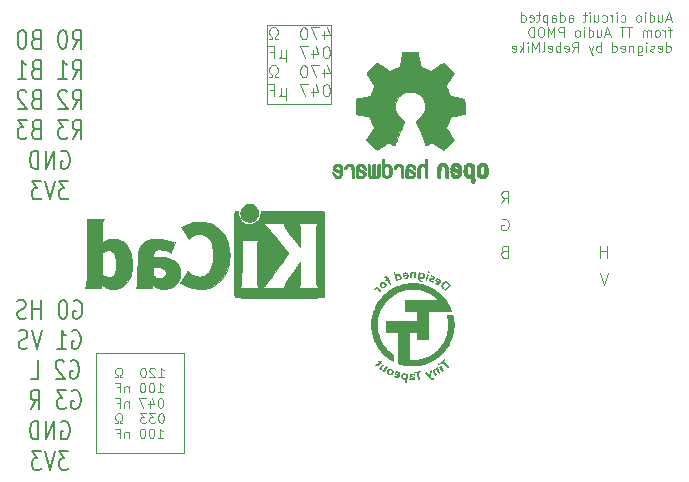
<source format=gbr>
%TF.GenerationSoftware,KiCad,Pcbnew,8.0.3*%
%TF.CreationDate,2025-01-13T10:43:54-08:00*%
%TF.ProjectId,Stereo_VGA,53746572-656f-45f5-9647-412e6b696361,rev?*%
%TF.SameCoordinates,Original*%
%TF.FileFunction,Legend,Bot*%
%TF.FilePolarity,Positive*%
%FSLAX46Y46*%
G04 Gerber Fmt 4.6, Leading zero omitted, Abs format (unit mm)*
G04 Created by KiCad (PCBNEW 8.0.3) date 2025-01-13 10:43:54*
%MOMM*%
%LPD*%
G01*
G04 APERTURE LIST*
%ADD10C,0.100000*%
%ADD11C,0.152400*%
%ADD12C,0.010000*%
%ADD13C,0.000000*%
G04 APERTURE END LIST*
D10*
X107325000Y-80000000D02*
X112725000Y-80000000D01*
X112725000Y-86675000D01*
X107325000Y-86675000D01*
X107325000Y-80000000D01*
X92775000Y-107775000D02*
X100225000Y-107775000D01*
X100225000Y-116225000D01*
X92775000Y-116225000D01*
X92775000Y-107775000D01*
X127124687Y-95057419D02*
X127458020Y-94581228D01*
X127696115Y-95057419D02*
X127696115Y-94057419D01*
X127696115Y-94057419D02*
X127315163Y-94057419D01*
X127315163Y-94057419D02*
X127219925Y-94105038D01*
X127219925Y-94105038D02*
X127172306Y-94152657D01*
X127172306Y-94152657D02*
X127124687Y-94247895D01*
X127124687Y-94247895D02*
X127124687Y-94390752D01*
X127124687Y-94390752D02*
X127172306Y-94485990D01*
X127172306Y-94485990D02*
X127219925Y-94533609D01*
X127219925Y-94533609D02*
X127315163Y-94581228D01*
X127315163Y-94581228D02*
X127696115Y-94581228D01*
X141481830Y-79448368D02*
X141100877Y-79448368D01*
X141558020Y-79676940D02*
X141291353Y-78876940D01*
X141291353Y-78876940D02*
X141024687Y-79676940D01*
X140415163Y-79143606D02*
X140415163Y-79676940D01*
X140758020Y-79143606D02*
X140758020Y-79562654D01*
X140758020Y-79562654D02*
X140719925Y-79638845D01*
X140719925Y-79638845D02*
X140643735Y-79676940D01*
X140643735Y-79676940D02*
X140529449Y-79676940D01*
X140529449Y-79676940D02*
X140453258Y-79638845D01*
X140453258Y-79638845D02*
X140415163Y-79600749D01*
X139691353Y-79676940D02*
X139691353Y-78876940D01*
X139691353Y-79638845D02*
X139767544Y-79676940D01*
X139767544Y-79676940D02*
X139919925Y-79676940D01*
X139919925Y-79676940D02*
X139996115Y-79638845D01*
X139996115Y-79638845D02*
X140034210Y-79600749D01*
X140034210Y-79600749D02*
X140072306Y-79524559D01*
X140072306Y-79524559D02*
X140072306Y-79295987D01*
X140072306Y-79295987D02*
X140034210Y-79219797D01*
X140034210Y-79219797D02*
X139996115Y-79181702D01*
X139996115Y-79181702D02*
X139919925Y-79143606D01*
X139919925Y-79143606D02*
X139767544Y-79143606D01*
X139767544Y-79143606D02*
X139691353Y-79181702D01*
X139310400Y-79676940D02*
X139310400Y-79143606D01*
X139310400Y-78876940D02*
X139348496Y-78915035D01*
X139348496Y-78915035D02*
X139310400Y-78953130D01*
X139310400Y-78953130D02*
X139272305Y-78915035D01*
X139272305Y-78915035D02*
X139310400Y-78876940D01*
X139310400Y-78876940D02*
X139310400Y-78953130D01*
X138815163Y-79676940D02*
X138891353Y-79638845D01*
X138891353Y-79638845D02*
X138929448Y-79600749D01*
X138929448Y-79600749D02*
X138967544Y-79524559D01*
X138967544Y-79524559D02*
X138967544Y-79295987D01*
X138967544Y-79295987D02*
X138929448Y-79219797D01*
X138929448Y-79219797D02*
X138891353Y-79181702D01*
X138891353Y-79181702D02*
X138815163Y-79143606D01*
X138815163Y-79143606D02*
X138700877Y-79143606D01*
X138700877Y-79143606D02*
X138624686Y-79181702D01*
X138624686Y-79181702D02*
X138586591Y-79219797D01*
X138586591Y-79219797D02*
X138548496Y-79295987D01*
X138548496Y-79295987D02*
X138548496Y-79524559D01*
X138548496Y-79524559D02*
X138586591Y-79600749D01*
X138586591Y-79600749D02*
X138624686Y-79638845D01*
X138624686Y-79638845D02*
X138700877Y-79676940D01*
X138700877Y-79676940D02*
X138815163Y-79676940D01*
X137253257Y-79638845D02*
X137329448Y-79676940D01*
X137329448Y-79676940D02*
X137481829Y-79676940D01*
X137481829Y-79676940D02*
X137558019Y-79638845D01*
X137558019Y-79638845D02*
X137596114Y-79600749D01*
X137596114Y-79600749D02*
X137634210Y-79524559D01*
X137634210Y-79524559D02*
X137634210Y-79295987D01*
X137634210Y-79295987D02*
X137596114Y-79219797D01*
X137596114Y-79219797D02*
X137558019Y-79181702D01*
X137558019Y-79181702D02*
X137481829Y-79143606D01*
X137481829Y-79143606D02*
X137329448Y-79143606D01*
X137329448Y-79143606D02*
X137253257Y-79181702D01*
X136910400Y-79676940D02*
X136910400Y-79143606D01*
X136910400Y-78876940D02*
X136948496Y-78915035D01*
X136948496Y-78915035D02*
X136910400Y-78953130D01*
X136910400Y-78953130D02*
X136872305Y-78915035D01*
X136872305Y-78915035D02*
X136910400Y-78876940D01*
X136910400Y-78876940D02*
X136910400Y-78953130D01*
X136529448Y-79676940D02*
X136529448Y-79143606D01*
X136529448Y-79295987D02*
X136491353Y-79219797D01*
X136491353Y-79219797D02*
X136453258Y-79181702D01*
X136453258Y-79181702D02*
X136377067Y-79143606D01*
X136377067Y-79143606D02*
X136300877Y-79143606D01*
X135691353Y-79638845D02*
X135767544Y-79676940D01*
X135767544Y-79676940D02*
X135919925Y-79676940D01*
X135919925Y-79676940D02*
X135996115Y-79638845D01*
X135996115Y-79638845D02*
X136034210Y-79600749D01*
X136034210Y-79600749D02*
X136072306Y-79524559D01*
X136072306Y-79524559D02*
X136072306Y-79295987D01*
X136072306Y-79295987D02*
X136034210Y-79219797D01*
X136034210Y-79219797D02*
X135996115Y-79181702D01*
X135996115Y-79181702D02*
X135919925Y-79143606D01*
X135919925Y-79143606D02*
X135767544Y-79143606D01*
X135767544Y-79143606D02*
X135691353Y-79181702D01*
X135005639Y-79143606D02*
X135005639Y-79676940D01*
X135348496Y-79143606D02*
X135348496Y-79562654D01*
X135348496Y-79562654D02*
X135310401Y-79638845D01*
X135310401Y-79638845D02*
X135234211Y-79676940D01*
X135234211Y-79676940D02*
X135119925Y-79676940D01*
X135119925Y-79676940D02*
X135043734Y-79638845D01*
X135043734Y-79638845D02*
X135005639Y-79600749D01*
X134624686Y-79676940D02*
X134624686Y-79143606D01*
X134624686Y-78876940D02*
X134662782Y-78915035D01*
X134662782Y-78915035D02*
X134624686Y-78953130D01*
X134624686Y-78953130D02*
X134586591Y-78915035D01*
X134586591Y-78915035D02*
X134624686Y-78876940D01*
X134624686Y-78876940D02*
X134624686Y-78953130D01*
X134358020Y-79143606D02*
X134053258Y-79143606D01*
X134243734Y-78876940D02*
X134243734Y-79562654D01*
X134243734Y-79562654D02*
X134205639Y-79638845D01*
X134205639Y-79638845D02*
X134129449Y-79676940D01*
X134129449Y-79676940D02*
X134053258Y-79676940D01*
X132834210Y-79676940D02*
X132834210Y-79257892D01*
X132834210Y-79257892D02*
X132872305Y-79181702D01*
X132872305Y-79181702D02*
X132948496Y-79143606D01*
X132948496Y-79143606D02*
X133100877Y-79143606D01*
X133100877Y-79143606D02*
X133177067Y-79181702D01*
X132834210Y-79638845D02*
X132910401Y-79676940D01*
X132910401Y-79676940D02*
X133100877Y-79676940D01*
X133100877Y-79676940D02*
X133177067Y-79638845D01*
X133177067Y-79638845D02*
X133215163Y-79562654D01*
X133215163Y-79562654D02*
X133215163Y-79486464D01*
X133215163Y-79486464D02*
X133177067Y-79410273D01*
X133177067Y-79410273D02*
X133100877Y-79372178D01*
X133100877Y-79372178D02*
X132910401Y-79372178D01*
X132910401Y-79372178D02*
X132834210Y-79334083D01*
X132110400Y-79676940D02*
X132110400Y-78876940D01*
X132110400Y-79638845D02*
X132186591Y-79676940D01*
X132186591Y-79676940D02*
X132338972Y-79676940D01*
X132338972Y-79676940D02*
X132415162Y-79638845D01*
X132415162Y-79638845D02*
X132453257Y-79600749D01*
X132453257Y-79600749D02*
X132491353Y-79524559D01*
X132491353Y-79524559D02*
X132491353Y-79295987D01*
X132491353Y-79295987D02*
X132453257Y-79219797D01*
X132453257Y-79219797D02*
X132415162Y-79181702D01*
X132415162Y-79181702D02*
X132338972Y-79143606D01*
X132338972Y-79143606D02*
X132186591Y-79143606D01*
X132186591Y-79143606D02*
X132110400Y-79181702D01*
X131386590Y-79676940D02*
X131386590Y-79257892D01*
X131386590Y-79257892D02*
X131424685Y-79181702D01*
X131424685Y-79181702D02*
X131500876Y-79143606D01*
X131500876Y-79143606D02*
X131653257Y-79143606D01*
X131653257Y-79143606D02*
X131729447Y-79181702D01*
X131386590Y-79638845D02*
X131462781Y-79676940D01*
X131462781Y-79676940D02*
X131653257Y-79676940D01*
X131653257Y-79676940D02*
X131729447Y-79638845D01*
X131729447Y-79638845D02*
X131767543Y-79562654D01*
X131767543Y-79562654D02*
X131767543Y-79486464D01*
X131767543Y-79486464D02*
X131729447Y-79410273D01*
X131729447Y-79410273D02*
X131653257Y-79372178D01*
X131653257Y-79372178D02*
X131462781Y-79372178D01*
X131462781Y-79372178D02*
X131386590Y-79334083D01*
X131005637Y-79143606D02*
X131005637Y-79943606D01*
X131005637Y-79181702D02*
X130929447Y-79143606D01*
X130929447Y-79143606D02*
X130777066Y-79143606D01*
X130777066Y-79143606D02*
X130700875Y-79181702D01*
X130700875Y-79181702D02*
X130662780Y-79219797D01*
X130662780Y-79219797D02*
X130624685Y-79295987D01*
X130624685Y-79295987D02*
X130624685Y-79524559D01*
X130624685Y-79524559D02*
X130662780Y-79600749D01*
X130662780Y-79600749D02*
X130700875Y-79638845D01*
X130700875Y-79638845D02*
X130777066Y-79676940D01*
X130777066Y-79676940D02*
X130929447Y-79676940D01*
X130929447Y-79676940D02*
X131005637Y-79638845D01*
X130396113Y-79143606D02*
X130091351Y-79143606D01*
X130281827Y-78876940D02*
X130281827Y-79562654D01*
X130281827Y-79562654D02*
X130243732Y-79638845D01*
X130243732Y-79638845D02*
X130167542Y-79676940D01*
X130167542Y-79676940D02*
X130091351Y-79676940D01*
X129519922Y-79638845D02*
X129596113Y-79676940D01*
X129596113Y-79676940D02*
X129748494Y-79676940D01*
X129748494Y-79676940D02*
X129824684Y-79638845D01*
X129824684Y-79638845D02*
X129862780Y-79562654D01*
X129862780Y-79562654D02*
X129862780Y-79257892D01*
X129862780Y-79257892D02*
X129824684Y-79181702D01*
X129824684Y-79181702D02*
X129748494Y-79143606D01*
X129748494Y-79143606D02*
X129596113Y-79143606D01*
X129596113Y-79143606D02*
X129519922Y-79181702D01*
X129519922Y-79181702D02*
X129481827Y-79257892D01*
X129481827Y-79257892D02*
X129481827Y-79334083D01*
X129481827Y-79334083D02*
X129862780Y-79410273D01*
X128796113Y-79676940D02*
X128796113Y-78876940D01*
X128796113Y-79638845D02*
X128872304Y-79676940D01*
X128872304Y-79676940D02*
X129024685Y-79676940D01*
X129024685Y-79676940D02*
X129100875Y-79638845D01*
X129100875Y-79638845D02*
X129138970Y-79600749D01*
X129138970Y-79600749D02*
X129177066Y-79524559D01*
X129177066Y-79524559D02*
X129177066Y-79295987D01*
X129177066Y-79295987D02*
X129138970Y-79219797D01*
X129138970Y-79219797D02*
X129100875Y-79181702D01*
X129100875Y-79181702D02*
X129024685Y-79143606D01*
X129024685Y-79143606D02*
X128872304Y-79143606D01*
X128872304Y-79143606D02*
X128796113Y-79181702D01*
X141558020Y-80431561D02*
X141253258Y-80431561D01*
X141443734Y-80964895D02*
X141443734Y-80279180D01*
X141443734Y-80279180D02*
X141405639Y-80202990D01*
X141405639Y-80202990D02*
X141329449Y-80164895D01*
X141329449Y-80164895D02*
X141253258Y-80164895D01*
X140986591Y-80964895D02*
X140986591Y-80431561D01*
X140986591Y-80583942D02*
X140948496Y-80507752D01*
X140948496Y-80507752D02*
X140910401Y-80469657D01*
X140910401Y-80469657D02*
X140834210Y-80431561D01*
X140834210Y-80431561D02*
X140758020Y-80431561D01*
X140377068Y-80964895D02*
X140453258Y-80926800D01*
X140453258Y-80926800D02*
X140491353Y-80888704D01*
X140491353Y-80888704D02*
X140529449Y-80812514D01*
X140529449Y-80812514D02*
X140529449Y-80583942D01*
X140529449Y-80583942D02*
X140491353Y-80507752D01*
X140491353Y-80507752D02*
X140453258Y-80469657D01*
X140453258Y-80469657D02*
X140377068Y-80431561D01*
X140377068Y-80431561D02*
X140262782Y-80431561D01*
X140262782Y-80431561D02*
X140186591Y-80469657D01*
X140186591Y-80469657D02*
X140148496Y-80507752D01*
X140148496Y-80507752D02*
X140110401Y-80583942D01*
X140110401Y-80583942D02*
X140110401Y-80812514D01*
X140110401Y-80812514D02*
X140148496Y-80888704D01*
X140148496Y-80888704D02*
X140186591Y-80926800D01*
X140186591Y-80926800D02*
X140262782Y-80964895D01*
X140262782Y-80964895D02*
X140377068Y-80964895D01*
X139767543Y-80964895D02*
X139767543Y-80431561D01*
X139767543Y-80507752D02*
X139729448Y-80469657D01*
X139729448Y-80469657D02*
X139653258Y-80431561D01*
X139653258Y-80431561D02*
X139538972Y-80431561D01*
X139538972Y-80431561D02*
X139462781Y-80469657D01*
X139462781Y-80469657D02*
X139424686Y-80545847D01*
X139424686Y-80545847D02*
X139424686Y-80964895D01*
X139424686Y-80545847D02*
X139386591Y-80469657D01*
X139386591Y-80469657D02*
X139310400Y-80431561D01*
X139310400Y-80431561D02*
X139196115Y-80431561D01*
X139196115Y-80431561D02*
X139119924Y-80469657D01*
X139119924Y-80469657D02*
X139081829Y-80545847D01*
X139081829Y-80545847D02*
X139081829Y-80964895D01*
X138205638Y-80164895D02*
X137748495Y-80164895D01*
X137977067Y-80964895D02*
X137977067Y-80164895D01*
X137596114Y-80164895D02*
X137138971Y-80164895D01*
X137367543Y-80964895D02*
X137367543Y-80164895D01*
X136300876Y-80736323D02*
X135919923Y-80736323D01*
X136377066Y-80964895D02*
X136110399Y-80164895D01*
X136110399Y-80164895D02*
X135843733Y-80964895D01*
X135234209Y-80431561D02*
X135234209Y-80964895D01*
X135577066Y-80431561D02*
X135577066Y-80850609D01*
X135577066Y-80850609D02*
X135538971Y-80926800D01*
X135538971Y-80926800D02*
X135462781Y-80964895D01*
X135462781Y-80964895D02*
X135348495Y-80964895D01*
X135348495Y-80964895D02*
X135272304Y-80926800D01*
X135272304Y-80926800D02*
X135234209Y-80888704D01*
X134510399Y-80964895D02*
X134510399Y-80164895D01*
X134510399Y-80926800D02*
X134586590Y-80964895D01*
X134586590Y-80964895D02*
X134738971Y-80964895D01*
X134738971Y-80964895D02*
X134815161Y-80926800D01*
X134815161Y-80926800D02*
X134853256Y-80888704D01*
X134853256Y-80888704D02*
X134891352Y-80812514D01*
X134891352Y-80812514D02*
X134891352Y-80583942D01*
X134891352Y-80583942D02*
X134853256Y-80507752D01*
X134853256Y-80507752D02*
X134815161Y-80469657D01*
X134815161Y-80469657D02*
X134738971Y-80431561D01*
X134738971Y-80431561D02*
X134586590Y-80431561D01*
X134586590Y-80431561D02*
X134510399Y-80469657D01*
X134129446Y-80964895D02*
X134129446Y-80431561D01*
X134129446Y-80164895D02*
X134167542Y-80202990D01*
X134167542Y-80202990D02*
X134129446Y-80241085D01*
X134129446Y-80241085D02*
X134091351Y-80202990D01*
X134091351Y-80202990D02*
X134129446Y-80164895D01*
X134129446Y-80164895D02*
X134129446Y-80241085D01*
X133634209Y-80964895D02*
X133710399Y-80926800D01*
X133710399Y-80926800D02*
X133748494Y-80888704D01*
X133748494Y-80888704D02*
X133786590Y-80812514D01*
X133786590Y-80812514D02*
X133786590Y-80583942D01*
X133786590Y-80583942D02*
X133748494Y-80507752D01*
X133748494Y-80507752D02*
X133710399Y-80469657D01*
X133710399Y-80469657D02*
X133634209Y-80431561D01*
X133634209Y-80431561D02*
X133519923Y-80431561D01*
X133519923Y-80431561D02*
X133443732Y-80469657D01*
X133443732Y-80469657D02*
X133405637Y-80507752D01*
X133405637Y-80507752D02*
X133367542Y-80583942D01*
X133367542Y-80583942D02*
X133367542Y-80812514D01*
X133367542Y-80812514D02*
X133405637Y-80888704D01*
X133405637Y-80888704D02*
X133443732Y-80926800D01*
X133443732Y-80926800D02*
X133519923Y-80964895D01*
X133519923Y-80964895D02*
X133634209Y-80964895D01*
X132415160Y-80964895D02*
X132415160Y-80164895D01*
X132415160Y-80164895D02*
X132110398Y-80164895D01*
X132110398Y-80164895D02*
X132034208Y-80202990D01*
X132034208Y-80202990D02*
X131996113Y-80241085D01*
X131996113Y-80241085D02*
X131958017Y-80317276D01*
X131958017Y-80317276D02*
X131958017Y-80431561D01*
X131958017Y-80431561D02*
X131996113Y-80507752D01*
X131996113Y-80507752D02*
X132034208Y-80545847D01*
X132034208Y-80545847D02*
X132110398Y-80583942D01*
X132110398Y-80583942D02*
X132415160Y-80583942D01*
X131615160Y-80964895D02*
X131615160Y-80164895D01*
X131615160Y-80164895D02*
X131348494Y-80736323D01*
X131348494Y-80736323D02*
X131081827Y-80164895D01*
X131081827Y-80164895D02*
X131081827Y-80964895D01*
X130548493Y-80164895D02*
X130396112Y-80164895D01*
X130396112Y-80164895D02*
X130319922Y-80202990D01*
X130319922Y-80202990D02*
X130243731Y-80279180D01*
X130243731Y-80279180D02*
X130205636Y-80431561D01*
X130205636Y-80431561D02*
X130205636Y-80698228D01*
X130205636Y-80698228D02*
X130243731Y-80850609D01*
X130243731Y-80850609D02*
X130319922Y-80926800D01*
X130319922Y-80926800D02*
X130396112Y-80964895D01*
X130396112Y-80964895D02*
X130548493Y-80964895D01*
X130548493Y-80964895D02*
X130624684Y-80926800D01*
X130624684Y-80926800D02*
X130700874Y-80850609D01*
X130700874Y-80850609D02*
X130738970Y-80698228D01*
X130738970Y-80698228D02*
X130738970Y-80431561D01*
X130738970Y-80431561D02*
X130700874Y-80279180D01*
X130700874Y-80279180D02*
X130624684Y-80202990D01*
X130624684Y-80202990D02*
X130548493Y-80164895D01*
X129862779Y-80964895D02*
X129862779Y-80164895D01*
X129862779Y-80164895D02*
X129672303Y-80164895D01*
X129672303Y-80164895D02*
X129558017Y-80202990D01*
X129558017Y-80202990D02*
X129481827Y-80279180D01*
X129481827Y-80279180D02*
X129443732Y-80355371D01*
X129443732Y-80355371D02*
X129405636Y-80507752D01*
X129405636Y-80507752D02*
X129405636Y-80622038D01*
X129405636Y-80622038D02*
X129443732Y-80774419D01*
X129443732Y-80774419D02*
X129481827Y-80850609D01*
X129481827Y-80850609D02*
X129558017Y-80926800D01*
X129558017Y-80926800D02*
X129672303Y-80964895D01*
X129672303Y-80964895D02*
X129862779Y-80964895D01*
X141100877Y-82252850D02*
X141100877Y-81452850D01*
X141100877Y-82214755D02*
X141177068Y-82252850D01*
X141177068Y-82252850D02*
X141329449Y-82252850D01*
X141329449Y-82252850D02*
X141405639Y-82214755D01*
X141405639Y-82214755D02*
X141443734Y-82176659D01*
X141443734Y-82176659D02*
X141481830Y-82100469D01*
X141481830Y-82100469D02*
X141481830Y-81871897D01*
X141481830Y-81871897D02*
X141443734Y-81795707D01*
X141443734Y-81795707D02*
X141405639Y-81757612D01*
X141405639Y-81757612D02*
X141329449Y-81719516D01*
X141329449Y-81719516D02*
X141177068Y-81719516D01*
X141177068Y-81719516D02*
X141100877Y-81757612D01*
X140415162Y-82214755D02*
X140491353Y-82252850D01*
X140491353Y-82252850D02*
X140643734Y-82252850D01*
X140643734Y-82252850D02*
X140719924Y-82214755D01*
X140719924Y-82214755D02*
X140758020Y-82138564D01*
X140758020Y-82138564D02*
X140758020Y-81833802D01*
X140758020Y-81833802D02*
X140719924Y-81757612D01*
X140719924Y-81757612D02*
X140643734Y-81719516D01*
X140643734Y-81719516D02*
X140491353Y-81719516D01*
X140491353Y-81719516D02*
X140415162Y-81757612D01*
X140415162Y-81757612D02*
X140377067Y-81833802D01*
X140377067Y-81833802D02*
X140377067Y-81909993D01*
X140377067Y-81909993D02*
X140758020Y-81986183D01*
X140072306Y-82214755D02*
X139996115Y-82252850D01*
X139996115Y-82252850D02*
X139843734Y-82252850D01*
X139843734Y-82252850D02*
X139767544Y-82214755D01*
X139767544Y-82214755D02*
X139729448Y-82138564D01*
X139729448Y-82138564D02*
X139729448Y-82100469D01*
X139729448Y-82100469D02*
X139767544Y-82024278D01*
X139767544Y-82024278D02*
X139843734Y-81986183D01*
X139843734Y-81986183D02*
X139958020Y-81986183D01*
X139958020Y-81986183D02*
X140034210Y-81948088D01*
X140034210Y-81948088D02*
X140072306Y-81871897D01*
X140072306Y-81871897D02*
X140072306Y-81833802D01*
X140072306Y-81833802D02*
X140034210Y-81757612D01*
X140034210Y-81757612D02*
X139958020Y-81719516D01*
X139958020Y-81719516D02*
X139843734Y-81719516D01*
X139843734Y-81719516D02*
X139767544Y-81757612D01*
X139386591Y-82252850D02*
X139386591Y-81719516D01*
X139386591Y-81452850D02*
X139424687Y-81490945D01*
X139424687Y-81490945D02*
X139386591Y-81529040D01*
X139386591Y-81529040D02*
X139348496Y-81490945D01*
X139348496Y-81490945D02*
X139386591Y-81452850D01*
X139386591Y-81452850D02*
X139386591Y-81529040D01*
X138662782Y-81719516D02*
X138662782Y-82367135D01*
X138662782Y-82367135D02*
X138700877Y-82443326D01*
X138700877Y-82443326D02*
X138738973Y-82481421D01*
X138738973Y-82481421D02*
X138815163Y-82519516D01*
X138815163Y-82519516D02*
X138929449Y-82519516D01*
X138929449Y-82519516D02*
X139005639Y-82481421D01*
X138662782Y-82214755D02*
X138738973Y-82252850D01*
X138738973Y-82252850D02*
X138891354Y-82252850D01*
X138891354Y-82252850D02*
X138967544Y-82214755D01*
X138967544Y-82214755D02*
X139005639Y-82176659D01*
X139005639Y-82176659D02*
X139043735Y-82100469D01*
X139043735Y-82100469D02*
X139043735Y-81871897D01*
X139043735Y-81871897D02*
X139005639Y-81795707D01*
X139005639Y-81795707D02*
X138967544Y-81757612D01*
X138967544Y-81757612D02*
X138891354Y-81719516D01*
X138891354Y-81719516D02*
X138738973Y-81719516D01*
X138738973Y-81719516D02*
X138662782Y-81757612D01*
X138281829Y-81719516D02*
X138281829Y-82252850D01*
X138281829Y-81795707D02*
X138243734Y-81757612D01*
X138243734Y-81757612D02*
X138167544Y-81719516D01*
X138167544Y-81719516D02*
X138053258Y-81719516D01*
X138053258Y-81719516D02*
X137977067Y-81757612D01*
X137977067Y-81757612D02*
X137938972Y-81833802D01*
X137938972Y-81833802D02*
X137938972Y-82252850D01*
X137253257Y-82214755D02*
X137329448Y-82252850D01*
X137329448Y-82252850D02*
X137481829Y-82252850D01*
X137481829Y-82252850D02*
X137558019Y-82214755D01*
X137558019Y-82214755D02*
X137596115Y-82138564D01*
X137596115Y-82138564D02*
X137596115Y-81833802D01*
X137596115Y-81833802D02*
X137558019Y-81757612D01*
X137558019Y-81757612D02*
X137481829Y-81719516D01*
X137481829Y-81719516D02*
X137329448Y-81719516D01*
X137329448Y-81719516D02*
X137253257Y-81757612D01*
X137253257Y-81757612D02*
X137215162Y-81833802D01*
X137215162Y-81833802D02*
X137215162Y-81909993D01*
X137215162Y-81909993D02*
X137596115Y-81986183D01*
X136529448Y-82252850D02*
X136529448Y-81452850D01*
X136529448Y-82214755D02*
X136605639Y-82252850D01*
X136605639Y-82252850D02*
X136758020Y-82252850D01*
X136758020Y-82252850D02*
X136834210Y-82214755D01*
X136834210Y-82214755D02*
X136872305Y-82176659D01*
X136872305Y-82176659D02*
X136910401Y-82100469D01*
X136910401Y-82100469D02*
X136910401Y-81871897D01*
X136910401Y-81871897D02*
X136872305Y-81795707D01*
X136872305Y-81795707D02*
X136834210Y-81757612D01*
X136834210Y-81757612D02*
X136758020Y-81719516D01*
X136758020Y-81719516D02*
X136605639Y-81719516D01*
X136605639Y-81719516D02*
X136529448Y-81757612D01*
X135538971Y-82252850D02*
X135538971Y-81452850D01*
X135538971Y-81757612D02*
X135462781Y-81719516D01*
X135462781Y-81719516D02*
X135310400Y-81719516D01*
X135310400Y-81719516D02*
X135234209Y-81757612D01*
X135234209Y-81757612D02*
X135196114Y-81795707D01*
X135196114Y-81795707D02*
X135158019Y-81871897D01*
X135158019Y-81871897D02*
X135158019Y-82100469D01*
X135158019Y-82100469D02*
X135196114Y-82176659D01*
X135196114Y-82176659D02*
X135234209Y-82214755D01*
X135234209Y-82214755D02*
X135310400Y-82252850D01*
X135310400Y-82252850D02*
X135462781Y-82252850D01*
X135462781Y-82252850D02*
X135538971Y-82214755D01*
X134891352Y-81719516D02*
X134700876Y-82252850D01*
X134510399Y-81719516D02*
X134700876Y-82252850D01*
X134700876Y-82252850D02*
X134777066Y-82443326D01*
X134777066Y-82443326D02*
X134815161Y-82481421D01*
X134815161Y-82481421D02*
X134891352Y-82519516D01*
X133138970Y-82252850D02*
X133405637Y-81871897D01*
X133596113Y-82252850D02*
X133596113Y-81452850D01*
X133596113Y-81452850D02*
X133291351Y-81452850D01*
X133291351Y-81452850D02*
X133215161Y-81490945D01*
X133215161Y-81490945D02*
X133177066Y-81529040D01*
X133177066Y-81529040D02*
X133138970Y-81605231D01*
X133138970Y-81605231D02*
X133138970Y-81719516D01*
X133138970Y-81719516D02*
X133177066Y-81795707D01*
X133177066Y-81795707D02*
X133215161Y-81833802D01*
X133215161Y-81833802D02*
X133291351Y-81871897D01*
X133291351Y-81871897D02*
X133596113Y-81871897D01*
X132491351Y-82214755D02*
X132567542Y-82252850D01*
X132567542Y-82252850D02*
X132719923Y-82252850D01*
X132719923Y-82252850D02*
X132796113Y-82214755D01*
X132796113Y-82214755D02*
X132834209Y-82138564D01*
X132834209Y-82138564D02*
X132834209Y-81833802D01*
X132834209Y-81833802D02*
X132796113Y-81757612D01*
X132796113Y-81757612D02*
X132719923Y-81719516D01*
X132719923Y-81719516D02*
X132567542Y-81719516D01*
X132567542Y-81719516D02*
X132491351Y-81757612D01*
X132491351Y-81757612D02*
X132453256Y-81833802D01*
X132453256Y-81833802D02*
X132453256Y-81909993D01*
X132453256Y-81909993D02*
X132834209Y-81986183D01*
X132110399Y-82252850D02*
X132110399Y-81452850D01*
X132110399Y-81757612D02*
X132034209Y-81719516D01*
X132034209Y-81719516D02*
X131881828Y-81719516D01*
X131881828Y-81719516D02*
X131805637Y-81757612D01*
X131805637Y-81757612D02*
X131767542Y-81795707D01*
X131767542Y-81795707D02*
X131729447Y-81871897D01*
X131729447Y-81871897D02*
X131729447Y-82100469D01*
X131729447Y-82100469D02*
X131767542Y-82176659D01*
X131767542Y-82176659D02*
X131805637Y-82214755D01*
X131805637Y-82214755D02*
X131881828Y-82252850D01*
X131881828Y-82252850D02*
X132034209Y-82252850D01*
X132034209Y-82252850D02*
X132110399Y-82214755D01*
X131081827Y-82214755D02*
X131158018Y-82252850D01*
X131158018Y-82252850D02*
X131310399Y-82252850D01*
X131310399Y-82252850D02*
X131386589Y-82214755D01*
X131386589Y-82214755D02*
X131424685Y-82138564D01*
X131424685Y-82138564D02*
X131424685Y-81833802D01*
X131424685Y-81833802D02*
X131386589Y-81757612D01*
X131386589Y-81757612D02*
X131310399Y-81719516D01*
X131310399Y-81719516D02*
X131158018Y-81719516D01*
X131158018Y-81719516D02*
X131081827Y-81757612D01*
X131081827Y-81757612D02*
X131043732Y-81833802D01*
X131043732Y-81833802D02*
X131043732Y-81909993D01*
X131043732Y-81909993D02*
X131424685Y-81986183D01*
X130586590Y-82252850D02*
X130662780Y-82214755D01*
X130662780Y-82214755D02*
X130700875Y-82138564D01*
X130700875Y-82138564D02*
X130700875Y-81452850D01*
X130281827Y-82252850D02*
X130281827Y-81452850D01*
X130281827Y-81452850D02*
X130015161Y-82024278D01*
X130015161Y-82024278D02*
X129748494Y-81452850D01*
X129748494Y-81452850D02*
X129748494Y-82252850D01*
X129367541Y-82252850D02*
X129367541Y-81719516D01*
X129367541Y-81452850D02*
X129405637Y-81490945D01*
X129405637Y-81490945D02*
X129367541Y-81529040D01*
X129367541Y-81529040D02*
X129329446Y-81490945D01*
X129329446Y-81490945D02*
X129367541Y-81452850D01*
X129367541Y-81452850D02*
X129367541Y-81529040D01*
X128986589Y-82252850D02*
X128986589Y-81452850D01*
X128910399Y-81948088D02*
X128681827Y-82252850D01*
X128681827Y-81719516D02*
X128986589Y-82024278D01*
X128034208Y-82214755D02*
X128110399Y-82252850D01*
X128110399Y-82252850D02*
X128262780Y-82252850D01*
X128262780Y-82252850D02*
X128338970Y-82214755D01*
X128338970Y-82214755D02*
X128377066Y-82138564D01*
X128377066Y-82138564D02*
X128377066Y-81833802D01*
X128377066Y-81833802D02*
X128338970Y-81757612D01*
X128338970Y-81757612D02*
X128262780Y-81719516D01*
X128262780Y-81719516D02*
X128110399Y-81719516D01*
X128110399Y-81719516D02*
X128034208Y-81757612D01*
X128034208Y-81757612D02*
X127996113Y-81833802D01*
X127996113Y-81833802D02*
X127996113Y-81909993D01*
X127996113Y-81909993D02*
X128377066Y-81986183D01*
X136127693Y-100957419D02*
X135794360Y-101957419D01*
X135794360Y-101957419D02*
X135461027Y-100957419D01*
X136075312Y-99657419D02*
X136075312Y-98657419D01*
X136075312Y-99133609D02*
X135503884Y-99133609D01*
X135503884Y-99657419D02*
X135503884Y-98657419D01*
X112120238Y-80500836D02*
X112120238Y-81167503D01*
X112358333Y-80119884D02*
X112596428Y-80834169D01*
X112596428Y-80834169D02*
X111977381Y-80834169D01*
X111691666Y-80167503D02*
X111025000Y-80167503D01*
X111025000Y-80167503D02*
X111453571Y-81167503D01*
X110453571Y-80167503D02*
X110358333Y-80167503D01*
X110358333Y-80167503D02*
X110263095Y-80215122D01*
X110263095Y-80215122D02*
X110215476Y-80262741D01*
X110215476Y-80262741D02*
X110167857Y-80357979D01*
X110167857Y-80357979D02*
X110120238Y-80548455D01*
X110120238Y-80548455D02*
X110120238Y-80786550D01*
X110120238Y-80786550D02*
X110167857Y-80977026D01*
X110167857Y-80977026D02*
X110215476Y-81072264D01*
X110215476Y-81072264D02*
X110263095Y-81119884D01*
X110263095Y-81119884D02*
X110358333Y-81167503D01*
X110358333Y-81167503D02*
X110453571Y-81167503D01*
X110453571Y-81167503D02*
X110548809Y-81119884D01*
X110548809Y-81119884D02*
X110596428Y-81072264D01*
X110596428Y-81072264D02*
X110644047Y-80977026D01*
X110644047Y-80977026D02*
X110691666Y-80786550D01*
X110691666Y-80786550D02*
X110691666Y-80548455D01*
X110691666Y-80548455D02*
X110644047Y-80357979D01*
X110644047Y-80357979D02*
X110596428Y-80262741D01*
X110596428Y-80262741D02*
X110548809Y-80215122D01*
X110548809Y-80215122D02*
X110453571Y-80167503D01*
X108215475Y-81167503D02*
X107977380Y-81167503D01*
X107977380Y-81167503D02*
X107977380Y-80977026D01*
X107977380Y-80977026D02*
X108072618Y-80929407D01*
X108072618Y-80929407D02*
X108167856Y-80834169D01*
X108167856Y-80834169D02*
X108215475Y-80691312D01*
X108215475Y-80691312D02*
X108215475Y-80453217D01*
X108215475Y-80453217D02*
X108167856Y-80310360D01*
X108167856Y-80310360D02*
X108072618Y-80215122D01*
X108072618Y-80215122D02*
X107929761Y-80167503D01*
X107929761Y-80167503D02*
X107739285Y-80167503D01*
X107739285Y-80167503D02*
X107596428Y-80215122D01*
X107596428Y-80215122D02*
X107501190Y-80310360D01*
X107501190Y-80310360D02*
X107453571Y-80453217D01*
X107453571Y-80453217D02*
X107453571Y-80691312D01*
X107453571Y-80691312D02*
X107501190Y-80834169D01*
X107501190Y-80834169D02*
X107596428Y-80929407D01*
X107596428Y-80929407D02*
X107691666Y-80977026D01*
X107691666Y-80977026D02*
X107691666Y-81167503D01*
X107691666Y-81167503D02*
X107453571Y-81167503D01*
X112358333Y-81777447D02*
X112263095Y-81777447D01*
X112263095Y-81777447D02*
X112167857Y-81825066D01*
X112167857Y-81825066D02*
X112120238Y-81872685D01*
X112120238Y-81872685D02*
X112072619Y-81967923D01*
X112072619Y-81967923D02*
X112025000Y-82158399D01*
X112025000Y-82158399D02*
X112025000Y-82396494D01*
X112025000Y-82396494D02*
X112072619Y-82586970D01*
X112072619Y-82586970D02*
X112120238Y-82682208D01*
X112120238Y-82682208D02*
X112167857Y-82729828D01*
X112167857Y-82729828D02*
X112263095Y-82777447D01*
X112263095Y-82777447D02*
X112358333Y-82777447D01*
X112358333Y-82777447D02*
X112453571Y-82729828D01*
X112453571Y-82729828D02*
X112501190Y-82682208D01*
X112501190Y-82682208D02*
X112548809Y-82586970D01*
X112548809Y-82586970D02*
X112596428Y-82396494D01*
X112596428Y-82396494D02*
X112596428Y-82158399D01*
X112596428Y-82158399D02*
X112548809Y-81967923D01*
X112548809Y-81967923D02*
X112501190Y-81872685D01*
X112501190Y-81872685D02*
X112453571Y-81825066D01*
X112453571Y-81825066D02*
X112358333Y-81777447D01*
X111167857Y-82110780D02*
X111167857Y-82777447D01*
X111405952Y-81729828D02*
X111644047Y-82444113D01*
X111644047Y-82444113D02*
X111025000Y-82444113D01*
X110739285Y-81777447D02*
X110072619Y-81777447D01*
X110072619Y-81777447D02*
X110501190Y-82777447D01*
X108929761Y-82110780D02*
X108929761Y-83110780D01*
X108453571Y-82634589D02*
X108405952Y-82729828D01*
X108405952Y-82729828D02*
X108310714Y-82777447D01*
X108929761Y-82634589D02*
X108882142Y-82729828D01*
X108882142Y-82729828D02*
X108786904Y-82777447D01*
X108786904Y-82777447D02*
X108596428Y-82777447D01*
X108596428Y-82777447D02*
X108501190Y-82729828D01*
X108501190Y-82729828D02*
X108453571Y-82634589D01*
X108453571Y-82634589D02*
X108453571Y-82110780D01*
X107548809Y-82253637D02*
X107882142Y-82253637D01*
X107882142Y-82777447D02*
X107882142Y-81777447D01*
X107882142Y-81777447D02*
X107405952Y-81777447D01*
X112120238Y-83720724D02*
X112120238Y-84387391D01*
X112358333Y-83339772D02*
X112596428Y-84054057D01*
X112596428Y-84054057D02*
X111977381Y-84054057D01*
X111691666Y-83387391D02*
X111025000Y-83387391D01*
X111025000Y-83387391D02*
X111453571Y-84387391D01*
X110453571Y-83387391D02*
X110358333Y-83387391D01*
X110358333Y-83387391D02*
X110263095Y-83435010D01*
X110263095Y-83435010D02*
X110215476Y-83482629D01*
X110215476Y-83482629D02*
X110167857Y-83577867D01*
X110167857Y-83577867D02*
X110120238Y-83768343D01*
X110120238Y-83768343D02*
X110120238Y-84006438D01*
X110120238Y-84006438D02*
X110167857Y-84196914D01*
X110167857Y-84196914D02*
X110215476Y-84292152D01*
X110215476Y-84292152D02*
X110263095Y-84339772D01*
X110263095Y-84339772D02*
X110358333Y-84387391D01*
X110358333Y-84387391D02*
X110453571Y-84387391D01*
X110453571Y-84387391D02*
X110548809Y-84339772D01*
X110548809Y-84339772D02*
X110596428Y-84292152D01*
X110596428Y-84292152D02*
X110644047Y-84196914D01*
X110644047Y-84196914D02*
X110691666Y-84006438D01*
X110691666Y-84006438D02*
X110691666Y-83768343D01*
X110691666Y-83768343D02*
X110644047Y-83577867D01*
X110644047Y-83577867D02*
X110596428Y-83482629D01*
X110596428Y-83482629D02*
X110548809Y-83435010D01*
X110548809Y-83435010D02*
X110453571Y-83387391D01*
X108215475Y-84387391D02*
X107977380Y-84387391D01*
X107977380Y-84387391D02*
X107977380Y-84196914D01*
X107977380Y-84196914D02*
X108072618Y-84149295D01*
X108072618Y-84149295D02*
X108167856Y-84054057D01*
X108167856Y-84054057D02*
X108215475Y-83911200D01*
X108215475Y-83911200D02*
X108215475Y-83673105D01*
X108215475Y-83673105D02*
X108167856Y-83530248D01*
X108167856Y-83530248D02*
X108072618Y-83435010D01*
X108072618Y-83435010D02*
X107929761Y-83387391D01*
X107929761Y-83387391D02*
X107739285Y-83387391D01*
X107739285Y-83387391D02*
X107596428Y-83435010D01*
X107596428Y-83435010D02*
X107501190Y-83530248D01*
X107501190Y-83530248D02*
X107453571Y-83673105D01*
X107453571Y-83673105D02*
X107453571Y-83911200D01*
X107453571Y-83911200D02*
X107501190Y-84054057D01*
X107501190Y-84054057D02*
X107596428Y-84149295D01*
X107596428Y-84149295D02*
X107691666Y-84196914D01*
X107691666Y-84196914D02*
X107691666Y-84387391D01*
X107691666Y-84387391D02*
X107453571Y-84387391D01*
X112358333Y-84997335D02*
X112263095Y-84997335D01*
X112263095Y-84997335D02*
X112167857Y-85044954D01*
X112167857Y-85044954D02*
X112120238Y-85092573D01*
X112120238Y-85092573D02*
X112072619Y-85187811D01*
X112072619Y-85187811D02*
X112025000Y-85378287D01*
X112025000Y-85378287D02*
X112025000Y-85616382D01*
X112025000Y-85616382D02*
X112072619Y-85806858D01*
X112072619Y-85806858D02*
X112120238Y-85902096D01*
X112120238Y-85902096D02*
X112167857Y-85949716D01*
X112167857Y-85949716D02*
X112263095Y-85997335D01*
X112263095Y-85997335D02*
X112358333Y-85997335D01*
X112358333Y-85997335D02*
X112453571Y-85949716D01*
X112453571Y-85949716D02*
X112501190Y-85902096D01*
X112501190Y-85902096D02*
X112548809Y-85806858D01*
X112548809Y-85806858D02*
X112596428Y-85616382D01*
X112596428Y-85616382D02*
X112596428Y-85378287D01*
X112596428Y-85378287D02*
X112548809Y-85187811D01*
X112548809Y-85187811D02*
X112501190Y-85092573D01*
X112501190Y-85092573D02*
X112453571Y-85044954D01*
X112453571Y-85044954D02*
X112358333Y-84997335D01*
X111167857Y-85330668D02*
X111167857Y-85997335D01*
X111405952Y-84949716D02*
X111644047Y-85664001D01*
X111644047Y-85664001D02*
X111025000Y-85664001D01*
X110739285Y-84997335D02*
X110072619Y-84997335D01*
X110072619Y-84997335D02*
X110501190Y-85997335D01*
X108929761Y-85330668D02*
X108929761Y-86330668D01*
X108453571Y-85854477D02*
X108405952Y-85949716D01*
X108405952Y-85949716D02*
X108310714Y-85997335D01*
X108929761Y-85854477D02*
X108882142Y-85949716D01*
X108882142Y-85949716D02*
X108786904Y-85997335D01*
X108786904Y-85997335D02*
X108596428Y-85997335D01*
X108596428Y-85997335D02*
X108501190Y-85949716D01*
X108501190Y-85949716D02*
X108453571Y-85854477D01*
X108453571Y-85854477D02*
X108453571Y-85330668D01*
X107548809Y-85473525D02*
X107882142Y-85473525D01*
X107882142Y-85997335D02*
X107882142Y-84997335D01*
X107882142Y-84997335D02*
X107405952Y-84997335D01*
D11*
X90835237Y-81962018D02*
X91258571Y-81206065D01*
X91560952Y-81962018D02*
X91560952Y-80374518D01*
X91560952Y-80374518D02*
X91077142Y-80374518D01*
X91077142Y-80374518D02*
X90956190Y-80450113D01*
X90956190Y-80450113D02*
X90895713Y-80525708D01*
X90895713Y-80525708D02*
X90835237Y-80676899D01*
X90835237Y-80676899D02*
X90835237Y-80903684D01*
X90835237Y-80903684D02*
X90895713Y-81054875D01*
X90895713Y-81054875D02*
X90956190Y-81130470D01*
X90956190Y-81130470D02*
X91077142Y-81206065D01*
X91077142Y-81206065D02*
X91560952Y-81206065D01*
X90049047Y-80374518D02*
X89928094Y-80374518D01*
X89928094Y-80374518D02*
X89807142Y-80450113D01*
X89807142Y-80450113D02*
X89746666Y-80525708D01*
X89746666Y-80525708D02*
X89686190Y-80676899D01*
X89686190Y-80676899D02*
X89625713Y-80979280D01*
X89625713Y-80979280D02*
X89625713Y-81357256D01*
X89625713Y-81357256D02*
X89686190Y-81659637D01*
X89686190Y-81659637D02*
X89746666Y-81810827D01*
X89746666Y-81810827D02*
X89807142Y-81886423D01*
X89807142Y-81886423D02*
X89928094Y-81962018D01*
X89928094Y-81962018D02*
X90049047Y-81962018D01*
X90049047Y-81962018D02*
X90169999Y-81886423D01*
X90169999Y-81886423D02*
X90230475Y-81810827D01*
X90230475Y-81810827D02*
X90290952Y-81659637D01*
X90290952Y-81659637D02*
X90351428Y-81357256D01*
X90351428Y-81357256D02*
X90351428Y-80979280D01*
X90351428Y-80979280D02*
X90290952Y-80676899D01*
X90290952Y-80676899D02*
X90230475Y-80525708D01*
X90230475Y-80525708D02*
X90169999Y-80450113D01*
X90169999Y-80450113D02*
X90049047Y-80374518D01*
X87690475Y-81130470D02*
X87509047Y-81206065D01*
X87509047Y-81206065D02*
X87448570Y-81281661D01*
X87448570Y-81281661D02*
X87388094Y-81432851D01*
X87388094Y-81432851D02*
X87388094Y-81659637D01*
X87388094Y-81659637D02*
X87448570Y-81810827D01*
X87448570Y-81810827D02*
X87509047Y-81886423D01*
X87509047Y-81886423D02*
X87629999Y-81962018D01*
X87629999Y-81962018D02*
X88113809Y-81962018D01*
X88113809Y-81962018D02*
X88113809Y-80374518D01*
X88113809Y-80374518D02*
X87690475Y-80374518D01*
X87690475Y-80374518D02*
X87569523Y-80450113D01*
X87569523Y-80450113D02*
X87509047Y-80525708D01*
X87509047Y-80525708D02*
X87448570Y-80676899D01*
X87448570Y-80676899D02*
X87448570Y-80828089D01*
X87448570Y-80828089D02*
X87509047Y-80979280D01*
X87509047Y-80979280D02*
X87569523Y-81054875D01*
X87569523Y-81054875D02*
X87690475Y-81130470D01*
X87690475Y-81130470D02*
X88113809Y-81130470D01*
X86601904Y-80374518D02*
X86480951Y-80374518D01*
X86480951Y-80374518D02*
X86359999Y-80450113D01*
X86359999Y-80450113D02*
X86299523Y-80525708D01*
X86299523Y-80525708D02*
X86239047Y-80676899D01*
X86239047Y-80676899D02*
X86178570Y-80979280D01*
X86178570Y-80979280D02*
X86178570Y-81357256D01*
X86178570Y-81357256D02*
X86239047Y-81659637D01*
X86239047Y-81659637D02*
X86299523Y-81810827D01*
X86299523Y-81810827D02*
X86359999Y-81886423D01*
X86359999Y-81886423D02*
X86480951Y-81962018D01*
X86480951Y-81962018D02*
X86601904Y-81962018D01*
X86601904Y-81962018D02*
X86722856Y-81886423D01*
X86722856Y-81886423D02*
X86783332Y-81810827D01*
X86783332Y-81810827D02*
X86843809Y-81659637D01*
X86843809Y-81659637D02*
X86904285Y-81357256D01*
X86904285Y-81357256D02*
X86904285Y-80979280D01*
X86904285Y-80979280D02*
X86843809Y-80676899D01*
X86843809Y-80676899D02*
X86783332Y-80525708D01*
X86783332Y-80525708D02*
X86722856Y-80450113D01*
X86722856Y-80450113D02*
X86601904Y-80374518D01*
X90835237Y-84517804D02*
X91258571Y-83761851D01*
X91560952Y-84517804D02*
X91560952Y-82930304D01*
X91560952Y-82930304D02*
X91077142Y-82930304D01*
X91077142Y-82930304D02*
X90956190Y-83005899D01*
X90956190Y-83005899D02*
X90895713Y-83081494D01*
X90895713Y-83081494D02*
X90835237Y-83232685D01*
X90835237Y-83232685D02*
X90835237Y-83459470D01*
X90835237Y-83459470D02*
X90895713Y-83610661D01*
X90895713Y-83610661D02*
X90956190Y-83686256D01*
X90956190Y-83686256D02*
X91077142Y-83761851D01*
X91077142Y-83761851D02*
X91560952Y-83761851D01*
X89625713Y-84517804D02*
X90351428Y-84517804D01*
X89988571Y-84517804D02*
X89988571Y-82930304D01*
X89988571Y-82930304D02*
X90109523Y-83157089D01*
X90109523Y-83157089D02*
X90230475Y-83308280D01*
X90230475Y-83308280D02*
X90351428Y-83383875D01*
X87690475Y-83686256D02*
X87509047Y-83761851D01*
X87509047Y-83761851D02*
X87448570Y-83837447D01*
X87448570Y-83837447D02*
X87388094Y-83988637D01*
X87388094Y-83988637D02*
X87388094Y-84215423D01*
X87388094Y-84215423D02*
X87448570Y-84366613D01*
X87448570Y-84366613D02*
X87509047Y-84442209D01*
X87509047Y-84442209D02*
X87629999Y-84517804D01*
X87629999Y-84517804D02*
X88113809Y-84517804D01*
X88113809Y-84517804D02*
X88113809Y-82930304D01*
X88113809Y-82930304D02*
X87690475Y-82930304D01*
X87690475Y-82930304D02*
X87569523Y-83005899D01*
X87569523Y-83005899D02*
X87509047Y-83081494D01*
X87509047Y-83081494D02*
X87448570Y-83232685D01*
X87448570Y-83232685D02*
X87448570Y-83383875D01*
X87448570Y-83383875D02*
X87509047Y-83535066D01*
X87509047Y-83535066D02*
X87569523Y-83610661D01*
X87569523Y-83610661D02*
X87690475Y-83686256D01*
X87690475Y-83686256D02*
X88113809Y-83686256D01*
X86178570Y-84517804D02*
X86904285Y-84517804D01*
X86541428Y-84517804D02*
X86541428Y-82930304D01*
X86541428Y-82930304D02*
X86662380Y-83157089D01*
X86662380Y-83157089D02*
X86783332Y-83308280D01*
X86783332Y-83308280D02*
X86904285Y-83383875D01*
X90835237Y-87073590D02*
X91258571Y-86317637D01*
X91560952Y-87073590D02*
X91560952Y-85486090D01*
X91560952Y-85486090D02*
X91077142Y-85486090D01*
X91077142Y-85486090D02*
X90956190Y-85561685D01*
X90956190Y-85561685D02*
X90895713Y-85637280D01*
X90895713Y-85637280D02*
X90835237Y-85788471D01*
X90835237Y-85788471D02*
X90835237Y-86015256D01*
X90835237Y-86015256D02*
X90895713Y-86166447D01*
X90895713Y-86166447D02*
X90956190Y-86242042D01*
X90956190Y-86242042D02*
X91077142Y-86317637D01*
X91077142Y-86317637D02*
X91560952Y-86317637D01*
X90351428Y-85637280D02*
X90290952Y-85561685D01*
X90290952Y-85561685D02*
X90169999Y-85486090D01*
X90169999Y-85486090D02*
X89867618Y-85486090D01*
X89867618Y-85486090D02*
X89746666Y-85561685D01*
X89746666Y-85561685D02*
X89686190Y-85637280D01*
X89686190Y-85637280D02*
X89625713Y-85788471D01*
X89625713Y-85788471D02*
X89625713Y-85939661D01*
X89625713Y-85939661D02*
X89686190Y-86166447D01*
X89686190Y-86166447D02*
X90411904Y-87073590D01*
X90411904Y-87073590D02*
X89625713Y-87073590D01*
X87690475Y-86242042D02*
X87509047Y-86317637D01*
X87509047Y-86317637D02*
X87448570Y-86393233D01*
X87448570Y-86393233D02*
X87388094Y-86544423D01*
X87388094Y-86544423D02*
X87388094Y-86771209D01*
X87388094Y-86771209D02*
X87448570Y-86922399D01*
X87448570Y-86922399D02*
X87509047Y-86997995D01*
X87509047Y-86997995D02*
X87629999Y-87073590D01*
X87629999Y-87073590D02*
X88113809Y-87073590D01*
X88113809Y-87073590D02*
X88113809Y-85486090D01*
X88113809Y-85486090D02*
X87690475Y-85486090D01*
X87690475Y-85486090D02*
X87569523Y-85561685D01*
X87569523Y-85561685D02*
X87509047Y-85637280D01*
X87509047Y-85637280D02*
X87448570Y-85788471D01*
X87448570Y-85788471D02*
X87448570Y-85939661D01*
X87448570Y-85939661D02*
X87509047Y-86090852D01*
X87509047Y-86090852D02*
X87569523Y-86166447D01*
X87569523Y-86166447D02*
X87690475Y-86242042D01*
X87690475Y-86242042D02*
X88113809Y-86242042D01*
X86904285Y-85637280D02*
X86843809Y-85561685D01*
X86843809Y-85561685D02*
X86722856Y-85486090D01*
X86722856Y-85486090D02*
X86420475Y-85486090D01*
X86420475Y-85486090D02*
X86299523Y-85561685D01*
X86299523Y-85561685D02*
X86239047Y-85637280D01*
X86239047Y-85637280D02*
X86178570Y-85788471D01*
X86178570Y-85788471D02*
X86178570Y-85939661D01*
X86178570Y-85939661D02*
X86239047Y-86166447D01*
X86239047Y-86166447D02*
X86964761Y-87073590D01*
X86964761Y-87073590D02*
X86178570Y-87073590D01*
X90835237Y-89629376D02*
X91258571Y-88873423D01*
X91560952Y-89629376D02*
X91560952Y-88041876D01*
X91560952Y-88041876D02*
X91077142Y-88041876D01*
X91077142Y-88041876D02*
X90956190Y-88117471D01*
X90956190Y-88117471D02*
X90895713Y-88193066D01*
X90895713Y-88193066D02*
X90835237Y-88344257D01*
X90835237Y-88344257D02*
X90835237Y-88571042D01*
X90835237Y-88571042D02*
X90895713Y-88722233D01*
X90895713Y-88722233D02*
X90956190Y-88797828D01*
X90956190Y-88797828D02*
X91077142Y-88873423D01*
X91077142Y-88873423D02*
X91560952Y-88873423D01*
X90411904Y-88041876D02*
X89625713Y-88041876D01*
X89625713Y-88041876D02*
X90049047Y-88646638D01*
X90049047Y-88646638D02*
X89867618Y-88646638D01*
X89867618Y-88646638D02*
X89746666Y-88722233D01*
X89746666Y-88722233D02*
X89686190Y-88797828D01*
X89686190Y-88797828D02*
X89625713Y-88949019D01*
X89625713Y-88949019D02*
X89625713Y-89326995D01*
X89625713Y-89326995D02*
X89686190Y-89478185D01*
X89686190Y-89478185D02*
X89746666Y-89553781D01*
X89746666Y-89553781D02*
X89867618Y-89629376D01*
X89867618Y-89629376D02*
X90230475Y-89629376D01*
X90230475Y-89629376D02*
X90351428Y-89553781D01*
X90351428Y-89553781D02*
X90411904Y-89478185D01*
X87690475Y-88797828D02*
X87509047Y-88873423D01*
X87509047Y-88873423D02*
X87448570Y-88949019D01*
X87448570Y-88949019D02*
X87388094Y-89100209D01*
X87388094Y-89100209D02*
X87388094Y-89326995D01*
X87388094Y-89326995D02*
X87448570Y-89478185D01*
X87448570Y-89478185D02*
X87509047Y-89553781D01*
X87509047Y-89553781D02*
X87629999Y-89629376D01*
X87629999Y-89629376D02*
X88113809Y-89629376D01*
X88113809Y-89629376D02*
X88113809Y-88041876D01*
X88113809Y-88041876D02*
X87690475Y-88041876D01*
X87690475Y-88041876D02*
X87569523Y-88117471D01*
X87569523Y-88117471D02*
X87509047Y-88193066D01*
X87509047Y-88193066D02*
X87448570Y-88344257D01*
X87448570Y-88344257D02*
X87448570Y-88495447D01*
X87448570Y-88495447D02*
X87509047Y-88646638D01*
X87509047Y-88646638D02*
X87569523Y-88722233D01*
X87569523Y-88722233D02*
X87690475Y-88797828D01*
X87690475Y-88797828D02*
X88113809Y-88797828D01*
X86964761Y-88041876D02*
X86178570Y-88041876D01*
X86178570Y-88041876D02*
X86601904Y-88646638D01*
X86601904Y-88646638D02*
X86420475Y-88646638D01*
X86420475Y-88646638D02*
X86299523Y-88722233D01*
X86299523Y-88722233D02*
X86239047Y-88797828D01*
X86239047Y-88797828D02*
X86178570Y-88949019D01*
X86178570Y-88949019D02*
X86178570Y-89326995D01*
X86178570Y-89326995D02*
X86239047Y-89478185D01*
X86239047Y-89478185D02*
X86299523Y-89553781D01*
X86299523Y-89553781D02*
X86420475Y-89629376D01*
X86420475Y-89629376D02*
X86783332Y-89629376D01*
X86783332Y-89629376D02*
X86904285Y-89553781D01*
X86904285Y-89553781D02*
X86964761Y-89478185D01*
X89867618Y-90673257D02*
X89988571Y-90597662D01*
X89988571Y-90597662D02*
X90169999Y-90597662D01*
X90169999Y-90597662D02*
X90351428Y-90673257D01*
X90351428Y-90673257D02*
X90472380Y-90824447D01*
X90472380Y-90824447D02*
X90532857Y-90975638D01*
X90532857Y-90975638D02*
X90593333Y-91278019D01*
X90593333Y-91278019D02*
X90593333Y-91504805D01*
X90593333Y-91504805D02*
X90532857Y-91807186D01*
X90532857Y-91807186D02*
X90472380Y-91958376D01*
X90472380Y-91958376D02*
X90351428Y-92109567D01*
X90351428Y-92109567D02*
X90169999Y-92185162D01*
X90169999Y-92185162D02*
X90049047Y-92185162D01*
X90049047Y-92185162D02*
X89867618Y-92109567D01*
X89867618Y-92109567D02*
X89807142Y-92033971D01*
X89807142Y-92033971D02*
X89807142Y-91504805D01*
X89807142Y-91504805D02*
X90049047Y-91504805D01*
X89262857Y-92185162D02*
X89262857Y-90597662D01*
X89262857Y-90597662D02*
X88537142Y-92185162D01*
X88537142Y-92185162D02*
X88537142Y-90597662D01*
X87932381Y-92185162D02*
X87932381Y-90597662D01*
X87932381Y-90597662D02*
X87630000Y-90597662D01*
X87630000Y-90597662D02*
X87448571Y-90673257D01*
X87448571Y-90673257D02*
X87327619Y-90824447D01*
X87327619Y-90824447D02*
X87267142Y-90975638D01*
X87267142Y-90975638D02*
X87206666Y-91278019D01*
X87206666Y-91278019D02*
X87206666Y-91504805D01*
X87206666Y-91504805D02*
X87267142Y-91807186D01*
X87267142Y-91807186D02*
X87327619Y-91958376D01*
X87327619Y-91958376D02*
X87448571Y-92109567D01*
X87448571Y-92109567D02*
X87630000Y-92185162D01*
X87630000Y-92185162D02*
X87932381Y-92185162D01*
X90472380Y-93153448D02*
X89686189Y-93153448D01*
X89686189Y-93153448D02*
X90109523Y-93758210D01*
X90109523Y-93758210D02*
X89928094Y-93758210D01*
X89928094Y-93758210D02*
X89807142Y-93833805D01*
X89807142Y-93833805D02*
X89746666Y-93909400D01*
X89746666Y-93909400D02*
X89686189Y-94060591D01*
X89686189Y-94060591D02*
X89686189Y-94438567D01*
X89686189Y-94438567D02*
X89746666Y-94589757D01*
X89746666Y-94589757D02*
X89807142Y-94665353D01*
X89807142Y-94665353D02*
X89928094Y-94740948D01*
X89928094Y-94740948D02*
X90290951Y-94740948D01*
X90290951Y-94740948D02*
X90411904Y-94665353D01*
X90411904Y-94665353D02*
X90472380Y-94589757D01*
X89323332Y-93153448D02*
X88899999Y-94740948D01*
X88899999Y-94740948D02*
X88476665Y-93153448D01*
X88174285Y-93153448D02*
X87388094Y-93153448D01*
X87388094Y-93153448D02*
X87811428Y-93758210D01*
X87811428Y-93758210D02*
X87629999Y-93758210D01*
X87629999Y-93758210D02*
X87509047Y-93833805D01*
X87509047Y-93833805D02*
X87448571Y-93909400D01*
X87448571Y-93909400D02*
X87388094Y-94060591D01*
X87388094Y-94060591D02*
X87388094Y-94438567D01*
X87388094Y-94438567D02*
X87448571Y-94589757D01*
X87448571Y-94589757D02*
X87509047Y-94665353D01*
X87509047Y-94665353D02*
X87629999Y-94740948D01*
X87629999Y-94740948D02*
X87992856Y-94740948D01*
X87992856Y-94740948D02*
X88113809Y-94665353D01*
X88113809Y-94665353D02*
X88174285Y-94589757D01*
D10*
X127172306Y-96405038D02*
X127267544Y-96357419D01*
X127267544Y-96357419D02*
X127410401Y-96357419D01*
X127410401Y-96357419D02*
X127553258Y-96405038D01*
X127553258Y-96405038D02*
X127648496Y-96500276D01*
X127648496Y-96500276D02*
X127696115Y-96595514D01*
X127696115Y-96595514D02*
X127743734Y-96785990D01*
X127743734Y-96785990D02*
X127743734Y-96928847D01*
X127743734Y-96928847D02*
X127696115Y-97119323D01*
X127696115Y-97119323D02*
X127648496Y-97214561D01*
X127648496Y-97214561D02*
X127553258Y-97309800D01*
X127553258Y-97309800D02*
X127410401Y-97357419D01*
X127410401Y-97357419D02*
X127315163Y-97357419D01*
X127315163Y-97357419D02*
X127172306Y-97309800D01*
X127172306Y-97309800D02*
X127124687Y-97262180D01*
X127124687Y-97262180D02*
X127124687Y-96928847D01*
X127124687Y-96928847D02*
X127315163Y-96928847D01*
X127362782Y-99133609D02*
X127219925Y-99181228D01*
X127219925Y-99181228D02*
X127172306Y-99228847D01*
X127172306Y-99228847D02*
X127124687Y-99324085D01*
X127124687Y-99324085D02*
X127124687Y-99466942D01*
X127124687Y-99466942D02*
X127172306Y-99562180D01*
X127172306Y-99562180D02*
X127219925Y-99609800D01*
X127219925Y-99609800D02*
X127315163Y-99657419D01*
X127315163Y-99657419D02*
X127696115Y-99657419D01*
X127696115Y-99657419D02*
X127696115Y-98657419D01*
X127696115Y-98657419D02*
X127362782Y-98657419D01*
X127362782Y-98657419D02*
X127267544Y-98705038D01*
X127267544Y-98705038D02*
X127219925Y-98752657D01*
X127219925Y-98752657D02*
X127172306Y-98847895D01*
X127172306Y-98847895D02*
X127172306Y-98943133D01*
X127172306Y-98943133D02*
X127219925Y-99038371D01*
X127219925Y-99038371D02*
X127267544Y-99085990D01*
X127267544Y-99085990D02*
X127362782Y-99133609D01*
X127362782Y-99133609D02*
X127696115Y-99133609D01*
D11*
X90925951Y-103325113D02*
X91046904Y-103249518D01*
X91046904Y-103249518D02*
X91228332Y-103249518D01*
X91228332Y-103249518D02*
X91409761Y-103325113D01*
X91409761Y-103325113D02*
X91530713Y-103476303D01*
X91530713Y-103476303D02*
X91591190Y-103627494D01*
X91591190Y-103627494D02*
X91651666Y-103929875D01*
X91651666Y-103929875D02*
X91651666Y-104156661D01*
X91651666Y-104156661D02*
X91591190Y-104459042D01*
X91591190Y-104459042D02*
X91530713Y-104610232D01*
X91530713Y-104610232D02*
X91409761Y-104761423D01*
X91409761Y-104761423D02*
X91228332Y-104837018D01*
X91228332Y-104837018D02*
X91107380Y-104837018D01*
X91107380Y-104837018D02*
X90925951Y-104761423D01*
X90925951Y-104761423D02*
X90865475Y-104685827D01*
X90865475Y-104685827D02*
X90865475Y-104156661D01*
X90865475Y-104156661D02*
X91107380Y-104156661D01*
X90079285Y-103249518D02*
X89958332Y-103249518D01*
X89958332Y-103249518D02*
X89837380Y-103325113D01*
X89837380Y-103325113D02*
X89776904Y-103400708D01*
X89776904Y-103400708D02*
X89716428Y-103551899D01*
X89716428Y-103551899D02*
X89655951Y-103854280D01*
X89655951Y-103854280D02*
X89655951Y-104232256D01*
X89655951Y-104232256D02*
X89716428Y-104534637D01*
X89716428Y-104534637D02*
X89776904Y-104685827D01*
X89776904Y-104685827D02*
X89837380Y-104761423D01*
X89837380Y-104761423D02*
X89958332Y-104837018D01*
X89958332Y-104837018D02*
X90079285Y-104837018D01*
X90079285Y-104837018D02*
X90200237Y-104761423D01*
X90200237Y-104761423D02*
X90260713Y-104685827D01*
X90260713Y-104685827D02*
X90321190Y-104534637D01*
X90321190Y-104534637D02*
X90381666Y-104232256D01*
X90381666Y-104232256D02*
X90381666Y-103854280D01*
X90381666Y-103854280D02*
X90321190Y-103551899D01*
X90321190Y-103551899D02*
X90260713Y-103400708D01*
X90260713Y-103400708D02*
X90200237Y-103325113D01*
X90200237Y-103325113D02*
X90079285Y-103249518D01*
X88144047Y-104837018D02*
X88144047Y-103249518D01*
X88144047Y-104005470D02*
X87418332Y-104005470D01*
X87418332Y-104837018D02*
X87418332Y-103249518D01*
X86874047Y-104761423D02*
X86692618Y-104837018D01*
X86692618Y-104837018D02*
X86390237Y-104837018D01*
X86390237Y-104837018D02*
X86269285Y-104761423D01*
X86269285Y-104761423D02*
X86208809Y-104685827D01*
X86208809Y-104685827D02*
X86148332Y-104534637D01*
X86148332Y-104534637D02*
X86148332Y-104383446D01*
X86148332Y-104383446D02*
X86208809Y-104232256D01*
X86208809Y-104232256D02*
X86269285Y-104156661D01*
X86269285Y-104156661D02*
X86390237Y-104081065D01*
X86390237Y-104081065D02*
X86632142Y-104005470D01*
X86632142Y-104005470D02*
X86753094Y-103929875D01*
X86753094Y-103929875D02*
X86813571Y-103854280D01*
X86813571Y-103854280D02*
X86874047Y-103703089D01*
X86874047Y-103703089D02*
X86874047Y-103551899D01*
X86874047Y-103551899D02*
X86813571Y-103400708D01*
X86813571Y-103400708D02*
X86753094Y-103325113D01*
X86753094Y-103325113D02*
X86632142Y-103249518D01*
X86632142Y-103249518D02*
X86329761Y-103249518D01*
X86329761Y-103249518D02*
X86148332Y-103325113D01*
X90804999Y-105880899D02*
X90925952Y-105805304D01*
X90925952Y-105805304D02*
X91107380Y-105805304D01*
X91107380Y-105805304D02*
X91288809Y-105880899D01*
X91288809Y-105880899D02*
X91409761Y-106032089D01*
X91409761Y-106032089D02*
X91470238Y-106183280D01*
X91470238Y-106183280D02*
X91530714Y-106485661D01*
X91530714Y-106485661D02*
X91530714Y-106712447D01*
X91530714Y-106712447D02*
X91470238Y-107014828D01*
X91470238Y-107014828D02*
X91409761Y-107166018D01*
X91409761Y-107166018D02*
X91288809Y-107317209D01*
X91288809Y-107317209D02*
X91107380Y-107392804D01*
X91107380Y-107392804D02*
X90986428Y-107392804D01*
X90986428Y-107392804D02*
X90804999Y-107317209D01*
X90804999Y-107317209D02*
X90744523Y-107241613D01*
X90744523Y-107241613D02*
X90744523Y-106712447D01*
X90744523Y-106712447D02*
X90986428Y-106712447D01*
X89534999Y-107392804D02*
X90260714Y-107392804D01*
X89897857Y-107392804D02*
X89897857Y-105805304D01*
X89897857Y-105805304D02*
X90018809Y-106032089D01*
X90018809Y-106032089D02*
X90139761Y-106183280D01*
X90139761Y-106183280D02*
X90260714Y-106258875D01*
X88204523Y-105805304D02*
X87781190Y-107392804D01*
X87781190Y-107392804D02*
X87357856Y-105805304D01*
X86995000Y-107317209D02*
X86813571Y-107392804D01*
X86813571Y-107392804D02*
X86511190Y-107392804D01*
X86511190Y-107392804D02*
X86390238Y-107317209D01*
X86390238Y-107317209D02*
X86329762Y-107241613D01*
X86329762Y-107241613D02*
X86269285Y-107090423D01*
X86269285Y-107090423D02*
X86269285Y-106939232D01*
X86269285Y-106939232D02*
X86329762Y-106788042D01*
X86329762Y-106788042D02*
X86390238Y-106712447D01*
X86390238Y-106712447D02*
X86511190Y-106636851D01*
X86511190Y-106636851D02*
X86753095Y-106561256D01*
X86753095Y-106561256D02*
X86874047Y-106485661D01*
X86874047Y-106485661D02*
X86934524Y-106410066D01*
X86934524Y-106410066D02*
X86995000Y-106258875D01*
X86995000Y-106258875D02*
X86995000Y-106107685D01*
X86995000Y-106107685D02*
X86934524Y-105956494D01*
X86934524Y-105956494D02*
X86874047Y-105880899D01*
X86874047Y-105880899D02*
X86753095Y-105805304D01*
X86753095Y-105805304D02*
X86450714Y-105805304D01*
X86450714Y-105805304D02*
X86269285Y-105880899D01*
X90653808Y-108436685D02*
X90774761Y-108361090D01*
X90774761Y-108361090D02*
X90956189Y-108361090D01*
X90956189Y-108361090D02*
X91137618Y-108436685D01*
X91137618Y-108436685D02*
X91258570Y-108587875D01*
X91258570Y-108587875D02*
X91319047Y-108739066D01*
X91319047Y-108739066D02*
X91379523Y-109041447D01*
X91379523Y-109041447D02*
X91379523Y-109268233D01*
X91379523Y-109268233D02*
X91319047Y-109570614D01*
X91319047Y-109570614D02*
X91258570Y-109721804D01*
X91258570Y-109721804D02*
X91137618Y-109872995D01*
X91137618Y-109872995D02*
X90956189Y-109948590D01*
X90956189Y-109948590D02*
X90835237Y-109948590D01*
X90835237Y-109948590D02*
X90653808Y-109872995D01*
X90653808Y-109872995D02*
X90593332Y-109797399D01*
X90593332Y-109797399D02*
X90593332Y-109268233D01*
X90593332Y-109268233D02*
X90835237Y-109268233D01*
X90109523Y-108512280D02*
X90049047Y-108436685D01*
X90049047Y-108436685D02*
X89928094Y-108361090D01*
X89928094Y-108361090D02*
X89625713Y-108361090D01*
X89625713Y-108361090D02*
X89504761Y-108436685D01*
X89504761Y-108436685D02*
X89444285Y-108512280D01*
X89444285Y-108512280D02*
X89383808Y-108663471D01*
X89383808Y-108663471D02*
X89383808Y-108814661D01*
X89383808Y-108814661D02*
X89444285Y-109041447D01*
X89444285Y-109041447D02*
X90169999Y-109948590D01*
X90169999Y-109948590D02*
X89383808Y-109948590D01*
X87267142Y-109948590D02*
X87871904Y-109948590D01*
X87871904Y-109948590D02*
X87871904Y-108361090D01*
X90774761Y-110992471D02*
X90895714Y-110916876D01*
X90895714Y-110916876D02*
X91077142Y-110916876D01*
X91077142Y-110916876D02*
X91258571Y-110992471D01*
X91258571Y-110992471D02*
X91379523Y-111143661D01*
X91379523Y-111143661D02*
X91440000Y-111294852D01*
X91440000Y-111294852D02*
X91500476Y-111597233D01*
X91500476Y-111597233D02*
X91500476Y-111824019D01*
X91500476Y-111824019D02*
X91440000Y-112126400D01*
X91440000Y-112126400D02*
X91379523Y-112277590D01*
X91379523Y-112277590D02*
X91258571Y-112428781D01*
X91258571Y-112428781D02*
X91077142Y-112504376D01*
X91077142Y-112504376D02*
X90956190Y-112504376D01*
X90956190Y-112504376D02*
X90774761Y-112428781D01*
X90774761Y-112428781D02*
X90714285Y-112353185D01*
X90714285Y-112353185D02*
X90714285Y-111824019D01*
X90714285Y-111824019D02*
X90956190Y-111824019D01*
X90290952Y-110916876D02*
X89504761Y-110916876D01*
X89504761Y-110916876D02*
X89928095Y-111521638D01*
X89928095Y-111521638D02*
X89746666Y-111521638D01*
X89746666Y-111521638D02*
X89625714Y-111597233D01*
X89625714Y-111597233D02*
X89565238Y-111672828D01*
X89565238Y-111672828D02*
X89504761Y-111824019D01*
X89504761Y-111824019D02*
X89504761Y-112201995D01*
X89504761Y-112201995D02*
X89565238Y-112353185D01*
X89565238Y-112353185D02*
X89625714Y-112428781D01*
X89625714Y-112428781D02*
X89746666Y-112504376D01*
X89746666Y-112504376D02*
X90109523Y-112504376D01*
X90109523Y-112504376D02*
X90230476Y-112428781D01*
X90230476Y-112428781D02*
X90290952Y-112353185D01*
X87267142Y-112504376D02*
X87690476Y-111748423D01*
X87992857Y-112504376D02*
X87992857Y-110916876D01*
X87992857Y-110916876D02*
X87509047Y-110916876D01*
X87509047Y-110916876D02*
X87388095Y-110992471D01*
X87388095Y-110992471D02*
X87327618Y-111068066D01*
X87327618Y-111068066D02*
X87267142Y-111219257D01*
X87267142Y-111219257D02*
X87267142Y-111446042D01*
X87267142Y-111446042D02*
X87327618Y-111597233D01*
X87327618Y-111597233D02*
X87388095Y-111672828D01*
X87388095Y-111672828D02*
X87509047Y-111748423D01*
X87509047Y-111748423D02*
X87992857Y-111748423D01*
X89867618Y-113548257D02*
X89988571Y-113472662D01*
X89988571Y-113472662D02*
X90169999Y-113472662D01*
X90169999Y-113472662D02*
X90351428Y-113548257D01*
X90351428Y-113548257D02*
X90472380Y-113699447D01*
X90472380Y-113699447D02*
X90532857Y-113850638D01*
X90532857Y-113850638D02*
X90593333Y-114153019D01*
X90593333Y-114153019D02*
X90593333Y-114379805D01*
X90593333Y-114379805D02*
X90532857Y-114682186D01*
X90532857Y-114682186D02*
X90472380Y-114833376D01*
X90472380Y-114833376D02*
X90351428Y-114984567D01*
X90351428Y-114984567D02*
X90169999Y-115060162D01*
X90169999Y-115060162D02*
X90049047Y-115060162D01*
X90049047Y-115060162D02*
X89867618Y-114984567D01*
X89867618Y-114984567D02*
X89807142Y-114908971D01*
X89807142Y-114908971D02*
X89807142Y-114379805D01*
X89807142Y-114379805D02*
X90049047Y-114379805D01*
X89262857Y-115060162D02*
X89262857Y-113472662D01*
X89262857Y-113472662D02*
X88537142Y-115060162D01*
X88537142Y-115060162D02*
X88537142Y-113472662D01*
X87932381Y-115060162D02*
X87932381Y-113472662D01*
X87932381Y-113472662D02*
X87630000Y-113472662D01*
X87630000Y-113472662D02*
X87448571Y-113548257D01*
X87448571Y-113548257D02*
X87327619Y-113699447D01*
X87327619Y-113699447D02*
X87267142Y-113850638D01*
X87267142Y-113850638D02*
X87206666Y-114153019D01*
X87206666Y-114153019D02*
X87206666Y-114379805D01*
X87206666Y-114379805D02*
X87267142Y-114682186D01*
X87267142Y-114682186D02*
X87327619Y-114833376D01*
X87327619Y-114833376D02*
X87448571Y-114984567D01*
X87448571Y-114984567D02*
X87630000Y-115060162D01*
X87630000Y-115060162D02*
X87932381Y-115060162D01*
X90472380Y-116028448D02*
X89686189Y-116028448D01*
X89686189Y-116028448D02*
X90109523Y-116633210D01*
X90109523Y-116633210D02*
X89928094Y-116633210D01*
X89928094Y-116633210D02*
X89807142Y-116708805D01*
X89807142Y-116708805D02*
X89746666Y-116784400D01*
X89746666Y-116784400D02*
X89686189Y-116935591D01*
X89686189Y-116935591D02*
X89686189Y-117313567D01*
X89686189Y-117313567D02*
X89746666Y-117464757D01*
X89746666Y-117464757D02*
X89807142Y-117540353D01*
X89807142Y-117540353D02*
X89928094Y-117615948D01*
X89928094Y-117615948D02*
X90290951Y-117615948D01*
X90290951Y-117615948D02*
X90411904Y-117540353D01*
X90411904Y-117540353D02*
X90472380Y-117464757D01*
X89323332Y-116028448D02*
X88899999Y-117615948D01*
X88899999Y-117615948D02*
X88476665Y-116028448D01*
X88174285Y-116028448D02*
X87388094Y-116028448D01*
X87388094Y-116028448D02*
X87811428Y-116633210D01*
X87811428Y-116633210D02*
X87629999Y-116633210D01*
X87629999Y-116633210D02*
X87509047Y-116708805D01*
X87509047Y-116708805D02*
X87448571Y-116784400D01*
X87448571Y-116784400D02*
X87388094Y-116935591D01*
X87388094Y-116935591D02*
X87388094Y-117313567D01*
X87388094Y-117313567D02*
X87448571Y-117464757D01*
X87448571Y-117464757D02*
X87509047Y-117540353D01*
X87509047Y-117540353D02*
X87629999Y-117615948D01*
X87629999Y-117615948D02*
X87992856Y-117615948D01*
X87992856Y-117615948D02*
X88113809Y-117540353D01*
X88113809Y-117540353D02*
X88174285Y-117464757D01*
D10*
X98100000Y-109788985D02*
X98557143Y-109788985D01*
X98328571Y-109788985D02*
X98328571Y-108988985D01*
X98328571Y-108988985D02*
X98404762Y-109103270D01*
X98404762Y-109103270D02*
X98480952Y-109179461D01*
X98480952Y-109179461D02*
X98557143Y-109217556D01*
X97795238Y-109065175D02*
X97757142Y-109027080D01*
X97757142Y-109027080D02*
X97680952Y-108988985D01*
X97680952Y-108988985D02*
X97490476Y-108988985D01*
X97490476Y-108988985D02*
X97414285Y-109027080D01*
X97414285Y-109027080D02*
X97376190Y-109065175D01*
X97376190Y-109065175D02*
X97338095Y-109141366D01*
X97338095Y-109141366D02*
X97338095Y-109217556D01*
X97338095Y-109217556D02*
X97376190Y-109331842D01*
X97376190Y-109331842D02*
X97833333Y-109788985D01*
X97833333Y-109788985D02*
X97338095Y-109788985D01*
X96842856Y-108988985D02*
X96766666Y-108988985D01*
X96766666Y-108988985D02*
X96690475Y-109027080D01*
X96690475Y-109027080D02*
X96652380Y-109065175D01*
X96652380Y-109065175D02*
X96614285Y-109141366D01*
X96614285Y-109141366D02*
X96576190Y-109293747D01*
X96576190Y-109293747D02*
X96576190Y-109484223D01*
X96576190Y-109484223D02*
X96614285Y-109636604D01*
X96614285Y-109636604D02*
X96652380Y-109712794D01*
X96652380Y-109712794D02*
X96690475Y-109750890D01*
X96690475Y-109750890D02*
X96766666Y-109788985D01*
X96766666Y-109788985D02*
X96842856Y-109788985D01*
X96842856Y-109788985D02*
X96919047Y-109750890D01*
X96919047Y-109750890D02*
X96957142Y-109712794D01*
X96957142Y-109712794D02*
X96995237Y-109636604D01*
X96995237Y-109636604D02*
X97033333Y-109484223D01*
X97033333Y-109484223D02*
X97033333Y-109293747D01*
X97033333Y-109293747D02*
X96995237Y-109141366D01*
X96995237Y-109141366D02*
X96957142Y-109065175D01*
X96957142Y-109065175D02*
X96919047Y-109027080D01*
X96919047Y-109027080D02*
X96842856Y-108988985D01*
X95052380Y-109788985D02*
X94861903Y-109788985D01*
X94861903Y-109788985D02*
X94861903Y-109636604D01*
X94861903Y-109636604D02*
X94938094Y-109598509D01*
X94938094Y-109598509D02*
X95014284Y-109522318D01*
X95014284Y-109522318D02*
X95052380Y-109408032D01*
X95052380Y-109408032D02*
X95052380Y-109217556D01*
X95052380Y-109217556D02*
X95014284Y-109103270D01*
X95014284Y-109103270D02*
X94938094Y-109027080D01*
X94938094Y-109027080D02*
X94823808Y-108988985D01*
X94823808Y-108988985D02*
X94671427Y-108988985D01*
X94671427Y-108988985D02*
X94557141Y-109027080D01*
X94557141Y-109027080D02*
X94480951Y-109103270D01*
X94480951Y-109103270D02*
X94442856Y-109217556D01*
X94442856Y-109217556D02*
X94442856Y-109408032D01*
X94442856Y-109408032D02*
X94480951Y-109522318D01*
X94480951Y-109522318D02*
X94557141Y-109598509D01*
X94557141Y-109598509D02*
X94633332Y-109636604D01*
X94633332Y-109636604D02*
X94633332Y-109788985D01*
X94633332Y-109788985D02*
X94442856Y-109788985D01*
X98042857Y-111076940D02*
X98500000Y-111076940D01*
X98271428Y-111076940D02*
X98271428Y-110276940D01*
X98271428Y-110276940D02*
X98347619Y-110391225D01*
X98347619Y-110391225D02*
X98423809Y-110467416D01*
X98423809Y-110467416D02*
X98500000Y-110505511D01*
X97547618Y-110276940D02*
X97471428Y-110276940D01*
X97471428Y-110276940D02*
X97395237Y-110315035D01*
X97395237Y-110315035D02*
X97357142Y-110353130D01*
X97357142Y-110353130D02*
X97319047Y-110429321D01*
X97319047Y-110429321D02*
X97280952Y-110581702D01*
X97280952Y-110581702D02*
X97280952Y-110772178D01*
X97280952Y-110772178D02*
X97319047Y-110924559D01*
X97319047Y-110924559D02*
X97357142Y-111000749D01*
X97357142Y-111000749D02*
X97395237Y-111038845D01*
X97395237Y-111038845D02*
X97471428Y-111076940D01*
X97471428Y-111076940D02*
X97547618Y-111076940D01*
X97547618Y-111076940D02*
X97623809Y-111038845D01*
X97623809Y-111038845D02*
X97661904Y-111000749D01*
X97661904Y-111000749D02*
X97699999Y-110924559D01*
X97699999Y-110924559D02*
X97738095Y-110772178D01*
X97738095Y-110772178D02*
X97738095Y-110581702D01*
X97738095Y-110581702D02*
X97699999Y-110429321D01*
X97699999Y-110429321D02*
X97661904Y-110353130D01*
X97661904Y-110353130D02*
X97623809Y-110315035D01*
X97623809Y-110315035D02*
X97547618Y-110276940D01*
X96785713Y-110276940D02*
X96709523Y-110276940D01*
X96709523Y-110276940D02*
X96633332Y-110315035D01*
X96633332Y-110315035D02*
X96595237Y-110353130D01*
X96595237Y-110353130D02*
X96557142Y-110429321D01*
X96557142Y-110429321D02*
X96519047Y-110581702D01*
X96519047Y-110581702D02*
X96519047Y-110772178D01*
X96519047Y-110772178D02*
X96557142Y-110924559D01*
X96557142Y-110924559D02*
X96595237Y-111000749D01*
X96595237Y-111000749D02*
X96633332Y-111038845D01*
X96633332Y-111038845D02*
X96709523Y-111076940D01*
X96709523Y-111076940D02*
X96785713Y-111076940D01*
X96785713Y-111076940D02*
X96861904Y-111038845D01*
X96861904Y-111038845D02*
X96899999Y-111000749D01*
X96899999Y-111000749D02*
X96938094Y-110924559D01*
X96938094Y-110924559D02*
X96976190Y-110772178D01*
X96976190Y-110772178D02*
X96976190Y-110581702D01*
X96976190Y-110581702D02*
X96938094Y-110429321D01*
X96938094Y-110429321D02*
X96899999Y-110353130D01*
X96899999Y-110353130D02*
X96861904Y-110315035D01*
X96861904Y-110315035D02*
X96785713Y-110276940D01*
X95566665Y-110543606D02*
X95566665Y-111076940D01*
X95566665Y-110619797D02*
X95528570Y-110581702D01*
X95528570Y-110581702D02*
X95452380Y-110543606D01*
X95452380Y-110543606D02*
X95338094Y-110543606D01*
X95338094Y-110543606D02*
X95261903Y-110581702D01*
X95261903Y-110581702D02*
X95223808Y-110657892D01*
X95223808Y-110657892D02*
X95223808Y-111076940D01*
X94576189Y-110657892D02*
X94842855Y-110657892D01*
X94842855Y-111076940D02*
X94842855Y-110276940D01*
X94842855Y-110276940D02*
X94461903Y-110276940D01*
X98309523Y-111564895D02*
X98233333Y-111564895D01*
X98233333Y-111564895D02*
X98157142Y-111602990D01*
X98157142Y-111602990D02*
X98119047Y-111641085D01*
X98119047Y-111641085D02*
X98080952Y-111717276D01*
X98080952Y-111717276D02*
X98042857Y-111869657D01*
X98042857Y-111869657D02*
X98042857Y-112060133D01*
X98042857Y-112060133D02*
X98080952Y-112212514D01*
X98080952Y-112212514D02*
X98119047Y-112288704D01*
X98119047Y-112288704D02*
X98157142Y-112326800D01*
X98157142Y-112326800D02*
X98233333Y-112364895D01*
X98233333Y-112364895D02*
X98309523Y-112364895D01*
X98309523Y-112364895D02*
X98385714Y-112326800D01*
X98385714Y-112326800D02*
X98423809Y-112288704D01*
X98423809Y-112288704D02*
X98461904Y-112212514D01*
X98461904Y-112212514D02*
X98500000Y-112060133D01*
X98500000Y-112060133D02*
X98500000Y-111869657D01*
X98500000Y-111869657D02*
X98461904Y-111717276D01*
X98461904Y-111717276D02*
X98423809Y-111641085D01*
X98423809Y-111641085D02*
X98385714Y-111602990D01*
X98385714Y-111602990D02*
X98309523Y-111564895D01*
X97357142Y-111831561D02*
X97357142Y-112364895D01*
X97547618Y-111526800D02*
X97738095Y-112098228D01*
X97738095Y-112098228D02*
X97242856Y-112098228D01*
X97014285Y-111564895D02*
X96480951Y-111564895D01*
X96480951Y-111564895D02*
X96823809Y-112364895D01*
X95566665Y-111831561D02*
X95566665Y-112364895D01*
X95566665Y-111907752D02*
X95528570Y-111869657D01*
X95528570Y-111869657D02*
X95452380Y-111831561D01*
X95452380Y-111831561D02*
X95338094Y-111831561D01*
X95338094Y-111831561D02*
X95261903Y-111869657D01*
X95261903Y-111869657D02*
X95223808Y-111945847D01*
X95223808Y-111945847D02*
X95223808Y-112364895D01*
X94576189Y-111945847D02*
X94842855Y-111945847D01*
X94842855Y-112364895D02*
X94842855Y-111564895D01*
X94842855Y-111564895D02*
X94461903Y-111564895D01*
X98366666Y-112852850D02*
X98290476Y-112852850D01*
X98290476Y-112852850D02*
X98214285Y-112890945D01*
X98214285Y-112890945D02*
X98176190Y-112929040D01*
X98176190Y-112929040D02*
X98138095Y-113005231D01*
X98138095Y-113005231D02*
X98100000Y-113157612D01*
X98100000Y-113157612D02*
X98100000Y-113348088D01*
X98100000Y-113348088D02*
X98138095Y-113500469D01*
X98138095Y-113500469D02*
X98176190Y-113576659D01*
X98176190Y-113576659D02*
X98214285Y-113614755D01*
X98214285Y-113614755D02*
X98290476Y-113652850D01*
X98290476Y-113652850D02*
X98366666Y-113652850D01*
X98366666Y-113652850D02*
X98442857Y-113614755D01*
X98442857Y-113614755D02*
X98480952Y-113576659D01*
X98480952Y-113576659D02*
X98519047Y-113500469D01*
X98519047Y-113500469D02*
X98557143Y-113348088D01*
X98557143Y-113348088D02*
X98557143Y-113157612D01*
X98557143Y-113157612D02*
X98519047Y-113005231D01*
X98519047Y-113005231D02*
X98480952Y-112929040D01*
X98480952Y-112929040D02*
X98442857Y-112890945D01*
X98442857Y-112890945D02*
X98366666Y-112852850D01*
X97833333Y-112852850D02*
X97338095Y-112852850D01*
X97338095Y-112852850D02*
X97604761Y-113157612D01*
X97604761Y-113157612D02*
X97490476Y-113157612D01*
X97490476Y-113157612D02*
X97414285Y-113195707D01*
X97414285Y-113195707D02*
X97376190Y-113233802D01*
X97376190Y-113233802D02*
X97338095Y-113309993D01*
X97338095Y-113309993D02*
X97338095Y-113500469D01*
X97338095Y-113500469D02*
X97376190Y-113576659D01*
X97376190Y-113576659D02*
X97414285Y-113614755D01*
X97414285Y-113614755D02*
X97490476Y-113652850D01*
X97490476Y-113652850D02*
X97719047Y-113652850D01*
X97719047Y-113652850D02*
X97795238Y-113614755D01*
X97795238Y-113614755D02*
X97833333Y-113576659D01*
X97071428Y-112852850D02*
X96576190Y-112852850D01*
X96576190Y-112852850D02*
X96842856Y-113157612D01*
X96842856Y-113157612D02*
X96728571Y-113157612D01*
X96728571Y-113157612D02*
X96652380Y-113195707D01*
X96652380Y-113195707D02*
X96614285Y-113233802D01*
X96614285Y-113233802D02*
X96576190Y-113309993D01*
X96576190Y-113309993D02*
X96576190Y-113500469D01*
X96576190Y-113500469D02*
X96614285Y-113576659D01*
X96614285Y-113576659D02*
X96652380Y-113614755D01*
X96652380Y-113614755D02*
X96728571Y-113652850D01*
X96728571Y-113652850D02*
X96957142Y-113652850D01*
X96957142Y-113652850D02*
X97033333Y-113614755D01*
X97033333Y-113614755D02*
X97071428Y-113576659D01*
X95052380Y-113652850D02*
X94861903Y-113652850D01*
X94861903Y-113652850D02*
X94861903Y-113500469D01*
X94861903Y-113500469D02*
X94938094Y-113462374D01*
X94938094Y-113462374D02*
X95014284Y-113386183D01*
X95014284Y-113386183D02*
X95052380Y-113271897D01*
X95052380Y-113271897D02*
X95052380Y-113081421D01*
X95052380Y-113081421D02*
X95014284Y-112967135D01*
X95014284Y-112967135D02*
X94938094Y-112890945D01*
X94938094Y-112890945D02*
X94823808Y-112852850D01*
X94823808Y-112852850D02*
X94671427Y-112852850D01*
X94671427Y-112852850D02*
X94557141Y-112890945D01*
X94557141Y-112890945D02*
X94480951Y-112967135D01*
X94480951Y-112967135D02*
X94442856Y-113081421D01*
X94442856Y-113081421D02*
X94442856Y-113271897D01*
X94442856Y-113271897D02*
X94480951Y-113386183D01*
X94480951Y-113386183D02*
X94557141Y-113462374D01*
X94557141Y-113462374D02*
X94633332Y-113500469D01*
X94633332Y-113500469D02*
X94633332Y-113652850D01*
X94633332Y-113652850D02*
X94442856Y-113652850D01*
X98042857Y-114940805D02*
X98500000Y-114940805D01*
X98271428Y-114940805D02*
X98271428Y-114140805D01*
X98271428Y-114140805D02*
X98347619Y-114255090D01*
X98347619Y-114255090D02*
X98423809Y-114331281D01*
X98423809Y-114331281D02*
X98500000Y-114369376D01*
X97547618Y-114140805D02*
X97471428Y-114140805D01*
X97471428Y-114140805D02*
X97395237Y-114178900D01*
X97395237Y-114178900D02*
X97357142Y-114216995D01*
X97357142Y-114216995D02*
X97319047Y-114293186D01*
X97319047Y-114293186D02*
X97280952Y-114445567D01*
X97280952Y-114445567D02*
X97280952Y-114636043D01*
X97280952Y-114636043D02*
X97319047Y-114788424D01*
X97319047Y-114788424D02*
X97357142Y-114864614D01*
X97357142Y-114864614D02*
X97395237Y-114902710D01*
X97395237Y-114902710D02*
X97471428Y-114940805D01*
X97471428Y-114940805D02*
X97547618Y-114940805D01*
X97547618Y-114940805D02*
X97623809Y-114902710D01*
X97623809Y-114902710D02*
X97661904Y-114864614D01*
X97661904Y-114864614D02*
X97699999Y-114788424D01*
X97699999Y-114788424D02*
X97738095Y-114636043D01*
X97738095Y-114636043D02*
X97738095Y-114445567D01*
X97738095Y-114445567D02*
X97699999Y-114293186D01*
X97699999Y-114293186D02*
X97661904Y-114216995D01*
X97661904Y-114216995D02*
X97623809Y-114178900D01*
X97623809Y-114178900D02*
X97547618Y-114140805D01*
X96785713Y-114140805D02*
X96709523Y-114140805D01*
X96709523Y-114140805D02*
X96633332Y-114178900D01*
X96633332Y-114178900D02*
X96595237Y-114216995D01*
X96595237Y-114216995D02*
X96557142Y-114293186D01*
X96557142Y-114293186D02*
X96519047Y-114445567D01*
X96519047Y-114445567D02*
X96519047Y-114636043D01*
X96519047Y-114636043D02*
X96557142Y-114788424D01*
X96557142Y-114788424D02*
X96595237Y-114864614D01*
X96595237Y-114864614D02*
X96633332Y-114902710D01*
X96633332Y-114902710D02*
X96709523Y-114940805D01*
X96709523Y-114940805D02*
X96785713Y-114940805D01*
X96785713Y-114940805D02*
X96861904Y-114902710D01*
X96861904Y-114902710D02*
X96899999Y-114864614D01*
X96899999Y-114864614D02*
X96938094Y-114788424D01*
X96938094Y-114788424D02*
X96976190Y-114636043D01*
X96976190Y-114636043D02*
X96976190Y-114445567D01*
X96976190Y-114445567D02*
X96938094Y-114293186D01*
X96938094Y-114293186D02*
X96899999Y-114216995D01*
X96899999Y-114216995D02*
X96861904Y-114178900D01*
X96861904Y-114178900D02*
X96785713Y-114140805D01*
X95566665Y-114407471D02*
X95566665Y-114940805D01*
X95566665Y-114483662D02*
X95528570Y-114445567D01*
X95528570Y-114445567D02*
X95452380Y-114407471D01*
X95452380Y-114407471D02*
X95338094Y-114407471D01*
X95338094Y-114407471D02*
X95261903Y-114445567D01*
X95261903Y-114445567D02*
X95223808Y-114521757D01*
X95223808Y-114521757D02*
X95223808Y-114940805D01*
X94576189Y-114521757D02*
X94842855Y-114521757D01*
X94842855Y-114940805D02*
X94842855Y-114140805D01*
X94842855Y-114140805D02*
X94461903Y-114140805D01*
D12*
%TO.C,REF\u002A\u002A*%
X114336725Y-91724619D02*
X114457261Y-91769393D01*
X114507388Y-91803034D01*
X114558152Y-91851236D01*
X114594362Y-91912551D01*
X114618393Y-91996024D01*
X114632618Y-92110697D01*
X114639412Y-92265613D01*
X114641149Y-92469814D01*
X114640809Y-92575341D01*
X114639101Y-92719541D01*
X114636201Y-92834620D01*
X114632384Y-92910822D01*
X114627925Y-92938391D01*
X114598909Y-92929272D01*
X114540339Y-92904509D01*
X114538581Y-92903707D01*
X114508167Y-92887785D01*
X114487712Y-92865938D01*
X114475240Y-92827672D01*
X114468777Y-92762495D01*
X114466348Y-92659913D01*
X114465977Y-92509433D01*
X114465229Y-92413974D01*
X114457256Y-92234571D01*
X114438998Y-92103163D01*
X114408526Y-92012859D01*
X114363912Y-91956767D01*
X114303226Y-91927994D01*
X114294807Y-91925989D01*
X114181139Y-91924423D01*
X114092492Y-91975348D01*
X114031265Y-92077445D01*
X114020346Y-92106961D01*
X113995458Y-92172283D01*
X113982854Y-92202300D01*
X113956969Y-92198164D01*
X113900439Y-92175717D01*
X113847715Y-92138647D01*
X113823678Y-92068587D01*
X113830847Y-92018406D01*
X113874897Y-91916618D01*
X113946123Y-91821235D01*
X114029415Y-91755269D01*
X114064310Y-91740018D01*
X114196443Y-91714521D01*
X114336725Y-91724619D01*
G36*
X114336725Y-91724619D02*
G01*
X114457261Y-91769393D01*
X114507388Y-91803034D01*
X114558152Y-91851236D01*
X114594362Y-91912551D01*
X114618393Y-91996024D01*
X114632618Y-92110697D01*
X114639412Y-92265613D01*
X114641149Y-92469814D01*
X114640809Y-92575341D01*
X114639101Y-92719541D01*
X114636201Y-92834620D01*
X114632384Y-92910822D01*
X114627925Y-92938391D01*
X114598909Y-92929272D01*
X114540339Y-92904509D01*
X114538581Y-92903707D01*
X114508167Y-92887785D01*
X114487712Y-92865938D01*
X114475240Y-92827672D01*
X114468777Y-92762495D01*
X114466348Y-92659913D01*
X114465977Y-92509433D01*
X114465229Y-92413974D01*
X114457256Y-92234571D01*
X114438998Y-92103163D01*
X114408526Y-92012859D01*
X114363912Y-91956767D01*
X114303226Y-91927994D01*
X114294807Y-91925989D01*
X114181139Y-91924423D01*
X114092492Y-91975348D01*
X114031265Y-92077445D01*
X114020346Y-92106961D01*
X113995458Y-92172283D01*
X113982854Y-92202300D01*
X113956969Y-92198164D01*
X113900439Y-92175717D01*
X113847715Y-92138647D01*
X113823678Y-92068587D01*
X113830847Y-92018406D01*
X113874897Y-91916618D01*
X113946123Y-91821235D01*
X114029415Y-91755269D01*
X114064310Y-91740018D01*
X114196443Y-91714521D01*
X114336725Y-91724619D01*
G37*
X122278487Y-91657689D02*
X122414848Y-91721770D01*
X122526598Y-91832584D01*
X122549761Y-91867273D01*
X122568973Y-91906590D01*
X122582598Y-91956145D01*
X122591877Y-92025568D01*
X122598050Y-92124490D01*
X122602357Y-92262539D01*
X122606038Y-92449346D01*
X122615180Y-92967542D01*
X122538383Y-92938344D01*
X122468068Y-92911520D01*
X122415424Y-92885706D01*
X122381060Y-92852431D01*
X122361093Y-92801510D01*
X122351639Y-92722761D01*
X122348814Y-92605999D01*
X122348736Y-92441042D01*
X122348336Y-92309558D01*
X122345951Y-92183394D01*
X122340259Y-92097223D01*
X122329961Y-92040672D01*
X122313755Y-92003370D01*
X122290345Y-91974943D01*
X122232793Y-91934827D01*
X122136112Y-91919706D01*
X122040465Y-91957917D01*
X122034152Y-91962810D01*
X122014477Y-91985413D01*
X121999963Y-92021664D01*
X121989394Y-92080511D01*
X121981555Y-92170901D01*
X121975227Y-92301779D01*
X121969195Y-92482095D01*
X121954598Y-92964907D01*
X121830517Y-92909283D01*
X121706437Y-92853659D01*
X121706437Y-92412851D01*
X121706951Y-92293098D01*
X121711380Y-92126506D01*
X121722594Y-92002468D01*
X121743272Y-91910987D01*
X121776093Y-91842066D01*
X121823736Y-91785707D01*
X121888877Y-91731914D01*
X121982571Y-91677719D01*
X122130175Y-91642339D01*
X122278487Y-91657689D01*
G36*
X122278487Y-91657689D02*
G01*
X122414848Y-91721770D01*
X122526598Y-91832584D01*
X122549761Y-91867273D01*
X122568973Y-91906590D01*
X122582598Y-91956145D01*
X122591877Y-92025568D01*
X122598050Y-92124490D01*
X122602357Y-92262539D01*
X122606038Y-92449346D01*
X122615180Y-92967542D01*
X122538383Y-92938344D01*
X122468068Y-92911520D01*
X122415424Y-92885706D01*
X122381060Y-92852431D01*
X122361093Y-92801510D01*
X122351639Y-92722761D01*
X122348814Y-92605999D01*
X122348736Y-92441042D01*
X122348336Y-92309558D01*
X122345951Y-92183394D01*
X122340259Y-92097223D01*
X122329961Y-92040672D01*
X122313755Y-92003370D01*
X122290345Y-91974943D01*
X122232793Y-91934827D01*
X122136112Y-91919706D01*
X122040465Y-91957917D01*
X122034152Y-91962810D01*
X122014477Y-91985413D01*
X121999963Y-92021664D01*
X121989394Y-92080511D01*
X121981555Y-92170901D01*
X121975227Y-92301779D01*
X121969195Y-92482095D01*
X121954598Y-92964907D01*
X121830517Y-92909283D01*
X121706437Y-92853659D01*
X121706437Y-92412851D01*
X121706951Y-92293098D01*
X121711380Y-92126506D01*
X121722594Y-92002468D01*
X121743272Y-91910987D01*
X121776093Y-91842066D01*
X121823736Y-91785707D01*
X121888877Y-91731914D01*
X121982571Y-91677719D01*
X122130175Y-91642339D01*
X122278487Y-91657689D01*
G37*
X118610872Y-91755536D02*
X118620090Y-91760638D01*
X118695381Y-91819080D01*
X118762698Y-91894215D01*
X118774439Y-91911196D01*
X118796883Y-91950825D01*
X118812918Y-91997858D01*
X118823945Y-92062492D01*
X118831365Y-92154923D01*
X118836579Y-92285349D01*
X118840989Y-92463965D01*
X118841614Y-92494162D01*
X118843620Y-92689941D01*
X118840792Y-92828603D01*
X118833088Y-92911103D01*
X118820466Y-92938391D01*
X118782267Y-92930220D01*
X118717374Y-92905463D01*
X118702094Y-92898223D01*
X118678227Y-92881835D01*
X118661769Y-92854893D01*
X118651005Y-92807833D01*
X118644219Y-92731088D01*
X118639693Y-92615095D01*
X118635713Y-92450287D01*
X118634622Y-92402112D01*
X118630407Y-92249960D01*
X118624936Y-92143476D01*
X118616554Y-92072565D01*
X118603606Y-92027129D01*
X118584439Y-91997072D01*
X118557398Y-91972296D01*
X118477337Y-91928861D01*
X118378846Y-91920498D01*
X118290719Y-91953734D01*
X118227314Y-92022548D01*
X118202988Y-92120920D01*
X118202311Y-92147658D01*
X118189024Y-92196065D01*
X118149796Y-92203450D01*
X118072983Y-92174624D01*
X118055192Y-92165378D01*
X118007109Y-92111006D01*
X118006157Y-92030161D01*
X118051968Y-91918352D01*
X118093990Y-91857419D01*
X118201435Y-91770859D01*
X118334057Y-91721920D01*
X118475867Y-91715260D01*
X118610872Y-91755536D01*
G36*
X118610872Y-91755536D02*
G01*
X118620090Y-91760638D01*
X118695381Y-91819080D01*
X118762698Y-91894215D01*
X118774439Y-91911196D01*
X118796883Y-91950825D01*
X118812918Y-91997858D01*
X118823945Y-92062492D01*
X118831365Y-92154923D01*
X118836579Y-92285349D01*
X118840989Y-92463965D01*
X118841614Y-92494162D01*
X118843620Y-92689941D01*
X118840792Y-92828603D01*
X118833088Y-92911103D01*
X118820466Y-92938391D01*
X118782267Y-92930220D01*
X118717374Y-92905463D01*
X118702094Y-92898223D01*
X118678227Y-92881835D01*
X118661769Y-92854893D01*
X118651005Y-92807833D01*
X118644219Y-92731088D01*
X118639693Y-92615095D01*
X118635713Y-92450287D01*
X118634622Y-92402112D01*
X118630407Y-92249960D01*
X118624936Y-92143476D01*
X118616554Y-92072565D01*
X118603606Y-92027129D01*
X118584439Y-91997072D01*
X118557398Y-91972296D01*
X118477337Y-91928861D01*
X118378846Y-91920498D01*
X118290719Y-91953734D01*
X118227314Y-92022548D01*
X118202988Y-92120920D01*
X118202311Y-92147658D01*
X118189024Y-92196065D01*
X118149796Y-92203450D01*
X118072983Y-92174624D01*
X118055192Y-92165378D01*
X118007109Y-92111006D01*
X118006157Y-92030161D01*
X118051968Y-91918352D01*
X118093990Y-91857419D01*
X118201435Y-91770859D01*
X118334057Y-91721920D01*
X118475867Y-91715260D01*
X118610872Y-91755536D01*
G37*
X116692410Y-91720970D02*
X116756442Y-91746066D01*
X116830805Y-91779947D01*
X116830805Y-92758727D01*
X116738415Y-92851117D01*
X116717310Y-92871835D01*
X116658847Y-92917885D01*
X116599886Y-92932801D01*
X116512150Y-92925934D01*
X116476429Y-92921494D01*
X116384301Y-92912102D01*
X116319885Y-92908361D01*
X116300778Y-92908933D01*
X116222390Y-92915126D01*
X116127620Y-92925934D01*
X116097298Y-92929647D01*
X116020911Y-92931107D01*
X115965022Y-92908047D01*
X115901355Y-92851117D01*
X115808965Y-92758727D01*
X115808965Y-92235455D01*
X115809685Y-92080821D01*
X115811929Y-91933391D01*
X115815421Y-91816653D01*
X115819876Y-91739840D01*
X115825013Y-91712184D01*
X115826090Y-91712258D01*
X115863407Y-91726019D01*
X115926457Y-91756344D01*
X116011854Y-91800505D01*
X116019893Y-92259965D01*
X116027931Y-92719425D01*
X116203103Y-92719425D01*
X116211092Y-92215805D01*
X116213624Y-92078904D01*
X116217249Y-91932579D01*
X116221177Y-91816411D01*
X116225080Y-91739809D01*
X116228632Y-91712184D01*
X116229653Y-91712281D01*
X116265051Y-91722443D01*
X116330126Y-91744235D01*
X116422069Y-91776287D01*
X116422516Y-92218661D01*
X116422964Y-92295507D01*
X116426069Y-92444834D01*
X116431622Y-92569544D01*
X116439033Y-92658379D01*
X116447714Y-92700083D01*
X116478771Y-92722389D01*
X116542152Y-92729278D01*
X116611839Y-92719425D01*
X116619827Y-92215805D01*
X116622686Y-92087828D01*
X116628614Y-91936348D01*
X116636365Y-91817530D01*
X116645343Y-91739950D01*
X116654948Y-91712184D01*
X116692410Y-91720970D01*
G36*
X116692410Y-91720970D02*
G01*
X116756442Y-91746066D01*
X116830805Y-91779947D01*
X116830805Y-92758727D01*
X116738415Y-92851117D01*
X116717310Y-92871835D01*
X116658847Y-92917885D01*
X116599886Y-92932801D01*
X116512150Y-92925934D01*
X116476429Y-92921494D01*
X116384301Y-92912102D01*
X116319885Y-92908361D01*
X116300778Y-92908933D01*
X116222390Y-92915126D01*
X116127620Y-92925934D01*
X116097298Y-92929647D01*
X116020911Y-92931107D01*
X115965022Y-92908047D01*
X115901355Y-92851117D01*
X115808965Y-92758727D01*
X115808965Y-92235455D01*
X115809685Y-92080821D01*
X115811929Y-91933391D01*
X115815421Y-91816653D01*
X115819876Y-91739840D01*
X115825013Y-91712184D01*
X115826090Y-91712258D01*
X115863407Y-91726019D01*
X115926457Y-91756344D01*
X116011854Y-91800505D01*
X116019893Y-92259965D01*
X116027931Y-92719425D01*
X116203103Y-92719425D01*
X116211092Y-92215805D01*
X116213624Y-92078904D01*
X116217249Y-91932579D01*
X116221177Y-91816411D01*
X116225080Y-91739809D01*
X116228632Y-91712184D01*
X116229653Y-91712281D01*
X116265051Y-91722443D01*
X116330126Y-91744235D01*
X116422069Y-91776287D01*
X116422516Y-92218661D01*
X116422964Y-92295507D01*
X116426069Y-92444834D01*
X116431622Y-92569544D01*
X116439033Y-92658379D01*
X116447714Y-92700083D01*
X116478771Y-92722389D01*
X116542152Y-92729278D01*
X116611839Y-92719425D01*
X116619827Y-92215805D01*
X116622686Y-92087828D01*
X116628614Y-91936348D01*
X116636365Y-91817530D01*
X116645343Y-91739950D01*
X116654948Y-91712184D01*
X116692410Y-91720970D01*
G37*
X120764885Y-91318997D02*
X120859770Y-91359020D01*
X120859770Y-92148706D01*
X120859769Y-92157920D01*
X120859377Y-92365083D01*
X120858329Y-92551432D01*
X120856722Y-92709453D01*
X120854655Y-92831630D01*
X120852225Y-92910448D01*
X120849529Y-92938391D01*
X120848475Y-92938297D01*
X120812647Y-92928144D01*
X120747345Y-92906339D01*
X120655402Y-92874288D01*
X120655402Y-92462991D01*
X120654818Y-92301385D01*
X120652104Y-92184177D01*
X120645858Y-92104415D01*
X120634680Y-92051531D01*
X120617168Y-92014957D01*
X120591922Y-91984123D01*
X120574710Y-91967725D01*
X120481636Y-91922307D01*
X120379051Y-91926328D01*
X120285043Y-91980032D01*
X120271358Y-91993359D01*
X120249439Y-92021032D01*
X120234440Y-92057614D01*
X120225053Y-92113000D01*
X120219968Y-92197088D01*
X120217877Y-92319773D01*
X120217471Y-92490951D01*
X120217276Y-92577769D01*
X120216010Y-92720565D01*
X120213761Y-92834923D01*
X120210758Y-92910860D01*
X120207230Y-92938391D01*
X120206176Y-92938297D01*
X120170348Y-92928144D01*
X120105046Y-92906339D01*
X120013103Y-92874288D01*
X120013149Y-92461109D01*
X120013218Y-92424326D01*
X120017081Y-92232580D01*
X120028950Y-92087586D01*
X120051725Y-91979510D01*
X120088307Y-91898519D01*
X120141595Y-91834778D01*
X120214490Y-91778455D01*
X120285586Y-91743199D01*
X120399255Y-91715946D01*
X120511060Y-91714398D01*
X120597011Y-91740910D01*
X120603473Y-91744571D01*
X120623401Y-91744179D01*
X120637019Y-91713506D01*
X120646846Y-91643188D01*
X120655402Y-91523857D01*
X120670000Y-91278973D01*
X120764885Y-91318997D01*
G36*
X120764885Y-91318997D02*
G01*
X120859770Y-91359020D01*
X120859770Y-92148706D01*
X120859769Y-92157920D01*
X120859377Y-92365083D01*
X120858329Y-92551432D01*
X120856722Y-92709453D01*
X120854655Y-92831630D01*
X120852225Y-92910448D01*
X120849529Y-92938391D01*
X120848475Y-92938297D01*
X120812647Y-92928144D01*
X120747345Y-92906339D01*
X120655402Y-92874288D01*
X120655402Y-92462991D01*
X120654818Y-92301385D01*
X120652104Y-92184177D01*
X120645858Y-92104415D01*
X120634680Y-92051531D01*
X120617168Y-92014957D01*
X120591922Y-91984123D01*
X120574710Y-91967725D01*
X120481636Y-91922307D01*
X120379051Y-91926328D01*
X120285043Y-91980032D01*
X120271358Y-91993359D01*
X120249439Y-92021032D01*
X120234440Y-92057614D01*
X120225053Y-92113000D01*
X120219968Y-92197088D01*
X120217877Y-92319773D01*
X120217471Y-92490951D01*
X120217276Y-92577769D01*
X120216010Y-92720565D01*
X120213761Y-92834923D01*
X120210758Y-92910860D01*
X120207230Y-92938391D01*
X120206176Y-92938297D01*
X120170348Y-92928144D01*
X120105046Y-92906339D01*
X120013103Y-92874288D01*
X120013149Y-92461109D01*
X120013218Y-92424326D01*
X120017081Y-92232580D01*
X120028950Y-92087586D01*
X120051725Y-91979510D01*
X120088307Y-91898519D01*
X120141595Y-91834778D01*
X120214490Y-91778455D01*
X120285586Y-91743199D01*
X120399255Y-91715946D01*
X120511060Y-91714398D01*
X120597011Y-91740910D01*
X120603473Y-91744571D01*
X120623401Y-91744179D01*
X120637019Y-91713506D01*
X120646846Y-91643188D01*
X120655402Y-91523857D01*
X120670000Y-91278973D01*
X120764885Y-91318997D01*
G37*
X125968965Y-92296092D02*
X125968938Y-92327744D01*
X125967355Y-92468918D01*
X125961916Y-92567285D01*
X125950643Y-92635990D01*
X125931561Y-92688181D01*
X125902694Y-92737004D01*
X125895592Y-92747135D01*
X125820444Y-92827012D01*
X125734820Y-92887253D01*
X125690852Y-92906802D01*
X125532861Y-92939408D01*
X125376613Y-92918317D01*
X125232618Y-92846249D01*
X125111385Y-92725922D01*
X125101150Y-92709803D01*
X125067847Y-92616205D01*
X125045405Y-92485879D01*
X125034516Y-92335371D01*
X125035740Y-92196147D01*
X125330384Y-92196147D01*
X125332706Y-92389020D01*
X125333639Y-92401433D01*
X125347242Y-92507857D01*
X125371465Y-92575346D01*
X125412365Y-92621584D01*
X125480941Y-92664895D01*
X125548764Y-92667172D01*
X125618621Y-92617241D01*
X125630771Y-92604102D01*
X125654575Y-92564785D01*
X125668628Y-92507674D01*
X125675313Y-92419256D01*
X125677011Y-92286019D01*
X125674101Y-92161222D01*
X125659582Y-92042326D01*
X125629610Y-91967184D01*
X125580589Y-91927893D01*
X125508924Y-91916552D01*
X125481632Y-91918807D01*
X125405176Y-91960160D01*
X125354650Y-92052900D01*
X125330384Y-92196147D01*
X125035740Y-92196147D01*
X125035871Y-92181227D01*
X125050161Y-92039992D01*
X125078075Y-91928213D01*
X125113949Y-91853766D01*
X125214939Y-91737968D01*
X125351779Y-91666015D01*
X125519283Y-91641281D01*
X125564019Y-91642619D01*
X125695758Y-91670008D01*
X125803968Y-91739007D01*
X125903276Y-91857864D01*
X125909184Y-91866681D01*
X125935921Y-91914108D01*
X125953312Y-91967714D01*
X125963312Y-92040549D01*
X125967878Y-92145659D01*
X125968893Y-92286019D01*
X125968965Y-92296092D01*
G36*
X125968965Y-92296092D02*
G01*
X125968938Y-92327744D01*
X125967355Y-92468918D01*
X125961916Y-92567285D01*
X125950643Y-92635990D01*
X125931561Y-92688181D01*
X125902694Y-92737004D01*
X125895592Y-92747135D01*
X125820444Y-92827012D01*
X125734820Y-92887253D01*
X125690852Y-92906802D01*
X125532861Y-92939408D01*
X125376613Y-92918317D01*
X125232618Y-92846249D01*
X125111385Y-92725922D01*
X125101150Y-92709803D01*
X125067847Y-92616205D01*
X125045405Y-92485879D01*
X125034516Y-92335371D01*
X125035740Y-92196147D01*
X125330384Y-92196147D01*
X125332706Y-92389020D01*
X125333639Y-92401433D01*
X125347242Y-92507857D01*
X125371465Y-92575346D01*
X125412365Y-92621584D01*
X125480941Y-92664895D01*
X125548764Y-92667172D01*
X125618621Y-92617241D01*
X125630771Y-92604102D01*
X125654575Y-92564785D01*
X125668628Y-92507674D01*
X125675313Y-92419256D01*
X125677011Y-92286019D01*
X125674101Y-92161222D01*
X125659582Y-92042326D01*
X125629610Y-91967184D01*
X125580589Y-91927893D01*
X125508924Y-91916552D01*
X125481632Y-91918807D01*
X125405176Y-91960160D01*
X125354650Y-92052900D01*
X125330384Y-92196147D01*
X125035740Y-92196147D01*
X125035871Y-92181227D01*
X125050161Y-92039992D01*
X125078075Y-91928213D01*
X125113949Y-91853766D01*
X125214939Y-91737968D01*
X125351779Y-91666015D01*
X125519283Y-91641281D01*
X125564019Y-91642619D01*
X125695758Y-91670008D01*
X125803968Y-91739007D01*
X125903276Y-91857864D01*
X125909184Y-91866681D01*
X125935921Y-91914108D01*
X125953312Y-91967714D01*
X125963312Y-92040549D01*
X125967878Y-92145659D01*
X125968893Y-92286019D01*
X125968965Y-92296092D01*
G37*
X113648313Y-92331136D02*
X113647744Y-92408946D01*
X113640612Y-92562254D01*
X113621948Y-92674441D01*
X113587537Y-92757554D01*
X113533162Y-92823641D01*
X113454610Y-92884747D01*
X113404630Y-92912535D01*
X113324513Y-92931251D01*
X113211970Y-92929774D01*
X113149050Y-92923845D01*
X113073153Y-92905742D01*
X113012487Y-92866391D01*
X112941912Y-92793066D01*
X112932482Y-92782356D01*
X112869034Y-92699938D01*
X112838762Y-92628156D01*
X112831034Y-92543034D01*
X112831034Y-92417946D01*
X112918447Y-92450940D01*
X112982175Y-92489509D01*
X113037567Y-92580008D01*
X113049131Y-92608983D01*
X113113788Y-92691041D01*
X113201804Y-92732347D01*
X113297637Y-92728633D01*
X113385747Y-92675632D01*
X113416028Y-92642582D01*
X113443489Y-92592720D01*
X113434899Y-92547416D01*
X113385463Y-92500790D01*
X113290389Y-92446958D01*
X113144885Y-92380039D01*
X112845632Y-92249056D01*
X112837691Y-92119298D01*
X112840676Y-92036649D01*
X113035652Y-92036649D01*
X113050453Y-92087815D01*
X113117797Y-92142442D01*
X113240027Y-92204597D01*
X113260253Y-92213601D01*
X113356970Y-92255493D01*
X113429334Y-92284958D01*
X113462961Y-92296092D01*
X113468056Y-92287896D01*
X113470101Y-92237853D01*
X113462812Y-92157414D01*
X113444452Y-92078753D01*
X113387188Y-91979651D01*
X113304524Y-91923808D01*
X113205784Y-91916250D01*
X113100289Y-91962000D01*
X113071053Y-91984876D01*
X113035652Y-92036649D01*
X112840676Y-92036649D01*
X112841196Y-92022255D01*
X112885336Y-91899617D01*
X112941050Y-91832034D01*
X113056561Y-91756540D01*
X113193588Y-91718403D01*
X113335237Y-91721422D01*
X113464617Y-91769393D01*
X113493099Y-91787813D01*
X113558428Y-91844811D01*
X113603106Y-91916916D01*
X113630641Y-92014853D01*
X113644541Y-92149351D01*
X113646378Y-92237853D01*
X113648313Y-92331136D01*
G36*
X113648313Y-92331136D02*
G01*
X113647744Y-92408946D01*
X113640612Y-92562254D01*
X113621948Y-92674441D01*
X113587537Y-92757554D01*
X113533162Y-92823641D01*
X113454610Y-92884747D01*
X113404630Y-92912535D01*
X113324513Y-92931251D01*
X113211970Y-92929774D01*
X113149050Y-92923845D01*
X113073153Y-92905742D01*
X113012487Y-92866391D01*
X112941912Y-92793066D01*
X112932482Y-92782356D01*
X112869034Y-92699938D01*
X112838762Y-92628156D01*
X112831034Y-92543034D01*
X112831034Y-92417946D01*
X112918447Y-92450940D01*
X112982175Y-92489509D01*
X113037567Y-92580008D01*
X113049131Y-92608983D01*
X113113788Y-92691041D01*
X113201804Y-92732347D01*
X113297637Y-92728633D01*
X113385747Y-92675632D01*
X113416028Y-92642582D01*
X113443489Y-92592720D01*
X113434899Y-92547416D01*
X113385463Y-92500790D01*
X113290389Y-92446958D01*
X113144885Y-92380039D01*
X112845632Y-92249056D01*
X112837691Y-92119298D01*
X112840676Y-92036649D01*
X113035652Y-92036649D01*
X113050453Y-92087815D01*
X113117797Y-92142442D01*
X113240027Y-92204597D01*
X113260253Y-92213601D01*
X113356970Y-92255493D01*
X113429334Y-92284958D01*
X113462961Y-92296092D01*
X113468056Y-92287896D01*
X113470101Y-92237853D01*
X113462812Y-92157414D01*
X113444452Y-92078753D01*
X113387188Y-91979651D01*
X113304524Y-91923808D01*
X113205784Y-91916250D01*
X113100289Y-91962000D01*
X113071053Y-91984876D01*
X113035652Y-92036649D01*
X112840676Y-92036649D01*
X112841196Y-92022255D01*
X112885336Y-91899617D01*
X112941050Y-91832034D01*
X113056561Y-91756540D01*
X113193588Y-91718403D01*
X113335237Y-91721422D01*
X113464617Y-91769393D01*
X113493099Y-91787813D01*
X113558428Y-91844811D01*
X113603106Y-91916916D01*
X113630641Y-92014853D01*
X113644541Y-92149351D01*
X113646378Y-92237853D01*
X113648313Y-92331136D01*
G37*
X117852553Y-92325287D02*
X117850219Y-92439135D01*
X117833739Y-92594320D01*
X117797883Y-92710612D01*
X117738455Y-92799411D01*
X117651257Y-92872119D01*
X117568195Y-92914150D01*
X117428709Y-92937538D01*
X117289412Y-92911965D01*
X117163510Y-92840694D01*
X117064210Y-92726991D01*
X117052219Y-92706024D01*
X117036384Y-92669291D01*
X117024638Y-92622415D01*
X117016378Y-92557355D01*
X117010998Y-92466070D01*
X117007892Y-92340519D01*
X117007797Y-92329379D01*
X117210345Y-92329379D01*
X117211035Y-92435644D01*
X117215400Y-92531762D01*
X117226192Y-92593811D01*
X117246126Y-92635502D01*
X117277916Y-92670543D01*
X117285364Y-92677279D01*
X117381060Y-92726992D01*
X117482312Y-92721905D01*
X117576614Y-92662362D01*
X117604694Y-92631514D01*
X117628196Y-92590618D01*
X117641322Y-92534080D01*
X117647030Y-92447657D01*
X117648276Y-92317106D01*
X117647661Y-92217487D01*
X117643407Y-92120251D01*
X117632682Y-92057502D01*
X117612707Y-92015382D01*
X117580704Y-91980032D01*
X117561905Y-91964114D01*
X117464492Y-91921235D01*
X117362437Y-91927985D01*
X117273825Y-91984123D01*
X117254749Y-92006382D01*
X117231486Y-92048293D01*
X117218036Y-92106822D01*
X117211841Y-92195880D01*
X117210345Y-92329379D01*
X117007797Y-92329379D01*
X117006457Y-92172661D01*
X117006086Y-91954455D01*
X117005977Y-91277072D01*
X117100862Y-91316819D01*
X117125949Y-91327699D01*
X117165881Y-91352268D01*
X117188739Y-91389475D01*
X117201301Y-91454541D01*
X117210345Y-91562687D01*
X117218605Y-91659788D01*
X117229523Y-91723535D01*
X117245165Y-91747323D01*
X117268736Y-91740943D01*
X117328801Y-91718525D01*
X117436145Y-91712967D01*
X117551624Y-91733728D01*
X117651257Y-91778455D01*
X117706072Y-91819856D01*
X117776452Y-91900632D01*
X117821528Y-92004195D01*
X117845496Y-92141947D01*
X117852239Y-92317106D01*
X117852553Y-92325287D01*
G36*
X117852553Y-92325287D02*
G01*
X117850219Y-92439135D01*
X117833739Y-92594320D01*
X117797883Y-92710612D01*
X117738455Y-92799411D01*
X117651257Y-92872119D01*
X117568195Y-92914150D01*
X117428709Y-92937538D01*
X117289412Y-92911965D01*
X117163510Y-92840694D01*
X117064210Y-92726991D01*
X117052219Y-92706024D01*
X117036384Y-92669291D01*
X117024638Y-92622415D01*
X117016378Y-92557355D01*
X117010998Y-92466070D01*
X117007892Y-92340519D01*
X117007797Y-92329379D01*
X117210345Y-92329379D01*
X117211035Y-92435644D01*
X117215400Y-92531762D01*
X117226192Y-92593811D01*
X117246126Y-92635502D01*
X117277916Y-92670543D01*
X117285364Y-92677279D01*
X117381060Y-92726992D01*
X117482312Y-92721905D01*
X117576614Y-92662362D01*
X117604694Y-92631514D01*
X117628196Y-92590618D01*
X117641322Y-92534080D01*
X117647030Y-92447657D01*
X117648276Y-92317106D01*
X117647661Y-92217487D01*
X117643407Y-92120251D01*
X117632682Y-92057502D01*
X117612707Y-92015382D01*
X117580704Y-91980032D01*
X117561905Y-91964114D01*
X117464492Y-91921235D01*
X117362437Y-91927985D01*
X117273825Y-91984123D01*
X117254749Y-92006382D01*
X117231486Y-92048293D01*
X117218036Y-92106822D01*
X117211841Y-92195880D01*
X117210345Y-92329379D01*
X117007797Y-92329379D01*
X117006457Y-92172661D01*
X117006086Y-91954455D01*
X117005977Y-91277072D01*
X117100862Y-91316819D01*
X117125949Y-91327699D01*
X117165881Y-91352268D01*
X117188739Y-91389475D01*
X117201301Y-91454541D01*
X117210345Y-91562687D01*
X117218605Y-91659788D01*
X117229523Y-91723535D01*
X117245165Y-91747323D01*
X117268736Y-91740943D01*
X117328801Y-91718525D01*
X117436145Y-91712967D01*
X117551624Y-91733728D01*
X117651257Y-91778455D01*
X117706072Y-91819856D01*
X117776452Y-91900632D01*
X117821528Y-92004195D01*
X117845496Y-92141947D01*
X117852239Y-92317106D01*
X117852553Y-92325287D01*
G37*
X123749452Y-92213329D02*
X123740168Y-92434639D01*
X123734926Y-92481526D01*
X123695868Y-92648409D01*
X123625290Y-92775326D01*
X123517955Y-92872602D01*
X123511888Y-92876616D01*
X123375440Y-92933706D01*
X123232973Y-92938786D01*
X123095696Y-92895311D01*
X122974819Y-92806734D01*
X122881552Y-92676509D01*
X122879986Y-92673369D01*
X122848993Y-92592501D01*
X122826292Y-92500593D01*
X122814250Y-92414311D01*
X122815237Y-92350321D01*
X122831623Y-92325287D01*
X122846179Y-92326809D01*
X122915792Y-92354496D01*
X122994697Y-92405409D01*
X123061820Y-92464343D01*
X123096087Y-92516094D01*
X123131707Y-92586291D01*
X123204711Y-92650138D01*
X123289485Y-92675632D01*
X123320558Y-92668261D01*
X123381891Y-92631154D01*
X123435315Y-92579644D01*
X123458161Y-92532913D01*
X123458154Y-92532740D01*
X123432233Y-92511280D01*
X123363127Y-92472565D01*
X123261249Y-92422037D01*
X123137011Y-92365134D01*
X123136328Y-92364833D01*
X123001355Y-92304738D01*
X122910884Y-92261440D01*
X122856039Y-92228179D01*
X122827944Y-92198194D01*
X122817724Y-92164726D01*
X122816503Y-92121015D01*
X122824996Y-92038244D01*
X123113219Y-92038244D01*
X123142970Y-92064265D01*
X123217101Y-92103256D01*
X123219274Y-92104359D01*
X123306733Y-92146009D01*
X123384974Y-92179235D01*
X123434611Y-92193291D01*
X123454521Y-92174503D01*
X123458161Y-92110124D01*
X123443035Y-92030001D01*
X123390597Y-91957189D01*
X123314677Y-91919439D01*
X123230040Y-91923251D01*
X123151447Y-91975121D01*
X123120555Y-92010965D01*
X123113219Y-92038244D01*
X122824996Y-92038244D01*
X122827251Y-92016265D01*
X122880389Y-91873949D01*
X122969342Y-91762111D01*
X123084448Y-91684676D01*
X123216045Y-91645568D01*
X123354472Y-91648711D01*
X123490065Y-91698030D01*
X123613164Y-91797447D01*
X123681366Y-91895829D01*
X123730356Y-92036261D01*
X123738322Y-92110124D01*
X123749452Y-92213329D01*
G36*
X123749452Y-92213329D02*
G01*
X123740168Y-92434639D01*
X123734926Y-92481526D01*
X123695868Y-92648409D01*
X123625290Y-92775326D01*
X123517955Y-92872602D01*
X123511888Y-92876616D01*
X123375440Y-92933706D01*
X123232973Y-92938786D01*
X123095696Y-92895311D01*
X122974819Y-92806734D01*
X122881552Y-92676509D01*
X122879986Y-92673369D01*
X122848993Y-92592501D01*
X122826292Y-92500593D01*
X122814250Y-92414311D01*
X122815237Y-92350321D01*
X122831623Y-92325287D01*
X122846179Y-92326809D01*
X122915792Y-92354496D01*
X122994697Y-92405409D01*
X123061820Y-92464343D01*
X123096087Y-92516094D01*
X123131707Y-92586291D01*
X123204711Y-92650138D01*
X123289485Y-92675632D01*
X123320558Y-92668261D01*
X123381891Y-92631154D01*
X123435315Y-92579644D01*
X123458161Y-92532913D01*
X123458154Y-92532740D01*
X123432233Y-92511280D01*
X123363127Y-92472565D01*
X123261249Y-92422037D01*
X123137011Y-92365134D01*
X123136328Y-92364833D01*
X123001355Y-92304738D01*
X122910884Y-92261440D01*
X122856039Y-92228179D01*
X122827944Y-92198194D01*
X122817724Y-92164726D01*
X122816503Y-92121015D01*
X122824996Y-92038244D01*
X123113219Y-92038244D01*
X123142970Y-92064265D01*
X123217101Y-92103256D01*
X123219274Y-92104359D01*
X123306733Y-92146009D01*
X123384974Y-92179235D01*
X123434611Y-92193291D01*
X123454521Y-92174503D01*
X123458161Y-92110124D01*
X123443035Y-92030001D01*
X123390597Y-91957189D01*
X123314677Y-91919439D01*
X123230040Y-91923251D01*
X123151447Y-91975121D01*
X123120555Y-92010965D01*
X123113219Y-92038244D01*
X122824996Y-92038244D01*
X122827251Y-92016265D01*
X122880389Y-91873949D01*
X122969342Y-91762111D01*
X123084448Y-91684676D01*
X123216045Y-91645568D01*
X123354472Y-91648711D01*
X123490065Y-91698030D01*
X123613164Y-91797447D01*
X123681366Y-91895829D01*
X123730356Y-92036261D01*
X123738322Y-92110124D01*
X123749452Y-92213329D01*
G37*
X119579995Y-91743674D02*
X119680355Y-91802191D01*
X119724505Y-91847784D01*
X119809347Y-91984072D01*
X119837931Y-92132658D01*
X119837931Y-92234882D01*
X119743963Y-92195372D01*
X119678977Y-92155504D01*
X119627763Y-92072734D01*
X119622504Y-92055669D01*
X119565903Y-91968724D01*
X119480594Y-91921758D01*
X119382641Y-91919741D01*
X119288106Y-91967644D01*
X119273993Y-91979998D01*
X119226797Y-92033683D01*
X119219003Y-92080488D01*
X119254706Y-92126446D01*
X119338003Y-92177588D01*
X119472988Y-92239948D01*
X119482118Y-92243897D01*
X119631969Y-92313772D01*
X119734316Y-92375672D01*
X119797320Y-92437476D01*
X119829138Y-92507062D01*
X119837931Y-92592308D01*
X119826409Y-92686816D01*
X119768228Y-92807785D01*
X119665875Y-92894688D01*
X119591843Y-92920778D01*
X119487367Y-92935055D01*
X119385917Y-92932006D01*
X119313472Y-92910467D01*
X119305777Y-92905104D01*
X119285341Y-92867632D01*
X119299522Y-92801591D01*
X119324161Y-92749753D01*
X119363670Y-92728172D01*
X119438602Y-92729246D01*
X119542630Y-92723055D01*
X119610605Y-92680311D01*
X119633563Y-92601189D01*
X119633542Y-92598916D01*
X119619629Y-92552986D01*
X119572303Y-92510845D01*
X119480287Y-92462272D01*
X119355151Y-92403790D01*
X119272268Y-92371975D01*
X119224420Y-92374025D01*
X119202063Y-92416051D01*
X119195649Y-92504162D01*
X119195632Y-92644469D01*
X119194917Y-92731081D01*
X119191635Y-92838041D01*
X119186300Y-92911250D01*
X119179585Y-92938391D01*
X119177790Y-92938206D01*
X119138982Y-92923498D01*
X119074709Y-92892456D01*
X118985880Y-92846521D01*
X118996436Y-92432628D01*
X118997171Y-92405179D01*
X119005555Y-92212517D01*
X119020366Y-92067309D01*
X119044629Y-91959887D01*
X119081364Y-91880584D01*
X119133597Y-91819730D01*
X119204348Y-91767658D01*
X119205657Y-91766842D01*
X119320056Y-91724360D01*
X119452365Y-91717184D01*
X119579995Y-91743674D01*
G36*
X119579995Y-91743674D02*
G01*
X119680355Y-91802191D01*
X119724505Y-91847784D01*
X119809347Y-91984072D01*
X119837931Y-92132658D01*
X119837931Y-92234882D01*
X119743963Y-92195372D01*
X119678977Y-92155504D01*
X119627763Y-92072734D01*
X119622504Y-92055669D01*
X119565903Y-91968724D01*
X119480594Y-91921758D01*
X119382641Y-91919741D01*
X119288106Y-91967644D01*
X119273993Y-91979998D01*
X119226797Y-92033683D01*
X119219003Y-92080488D01*
X119254706Y-92126446D01*
X119338003Y-92177588D01*
X119472988Y-92239948D01*
X119482118Y-92243897D01*
X119631969Y-92313772D01*
X119734316Y-92375672D01*
X119797320Y-92437476D01*
X119829138Y-92507062D01*
X119837931Y-92592308D01*
X119826409Y-92686816D01*
X119768228Y-92807785D01*
X119665875Y-92894688D01*
X119591843Y-92920778D01*
X119487367Y-92935055D01*
X119385917Y-92932006D01*
X119313472Y-92910467D01*
X119305777Y-92905104D01*
X119285341Y-92867632D01*
X119299522Y-92801591D01*
X119324161Y-92749753D01*
X119363670Y-92728172D01*
X119438602Y-92729246D01*
X119542630Y-92723055D01*
X119610605Y-92680311D01*
X119633563Y-92601189D01*
X119633542Y-92598916D01*
X119619629Y-92552986D01*
X119572303Y-92510845D01*
X119480287Y-92462272D01*
X119355151Y-92403790D01*
X119272268Y-92371975D01*
X119224420Y-92374025D01*
X119202063Y-92416051D01*
X119195649Y-92504162D01*
X119195632Y-92644469D01*
X119194917Y-92731081D01*
X119191635Y-92838041D01*
X119186300Y-92911250D01*
X119179585Y-92938391D01*
X119177790Y-92938206D01*
X119138982Y-92923498D01*
X119074709Y-92892456D01*
X118985880Y-92846521D01*
X118996436Y-92432628D01*
X118997171Y-92405179D01*
X119005555Y-92212517D01*
X119020366Y-92067309D01*
X119044629Y-91959887D01*
X119081364Y-91880584D01*
X119133597Y-91819730D01*
X119204348Y-91767658D01*
X119205657Y-91766842D01*
X119320056Y-91724360D01*
X119452365Y-91717184D01*
X119579995Y-91743674D01*
G37*
X115311628Y-91714810D02*
X115374194Y-91730702D01*
X115432446Y-91770322D01*
X115507418Y-91844076D01*
X115555633Y-91896163D01*
X115605858Y-91963786D01*
X115628510Y-92027168D01*
X115633793Y-92107584D01*
X115633793Y-92239201D01*
X115544035Y-92192785D01*
X115472904Y-92136225D01*
X115424183Y-92060040D01*
X115415814Y-92039326D01*
X115352056Y-91959041D01*
X115263470Y-91918784D01*
X115166873Y-91922702D01*
X115079080Y-91974943D01*
X115041936Y-92017370D01*
X115020300Y-92071647D01*
X115043461Y-92119954D01*
X115115479Y-92168545D01*
X115240410Y-92223677D01*
X115259368Y-92231292D01*
X115373105Y-92281125D01*
X115470706Y-92330265D01*
X115532803Y-92369080D01*
X115594999Y-92438411D01*
X115636346Y-92549051D01*
X115631957Y-92667782D01*
X115583037Y-92780148D01*
X115490797Y-92871690D01*
X115416110Y-92910658D01*
X115271832Y-92937944D01*
X115191656Y-92934263D01*
X115117435Y-92914360D01*
X115088960Y-92872598D01*
X115099608Y-92803820D01*
X115102705Y-92794726D01*
X115127268Y-92746498D01*
X115168165Y-92728245D01*
X115246079Y-92729466D01*
X115301091Y-92731126D01*
X115365459Y-92716881D01*
X115409561Y-92674292D01*
X115434680Y-92621857D01*
X115437481Y-92566929D01*
X115437352Y-92566608D01*
X115404785Y-92536928D01*
X115335083Y-92493735D01*
X115244898Y-92445461D01*
X115150883Y-92400539D01*
X115069689Y-92367402D01*
X115017968Y-92354483D01*
X115010274Y-92367134D01*
X115000588Y-92426668D01*
X114993954Y-92523887D01*
X114991494Y-92646437D01*
X114990922Y-92731263D01*
X114988225Y-92838094D01*
X114983821Y-92911257D01*
X114978270Y-92938391D01*
X114949254Y-92929272D01*
X114890684Y-92904509D01*
X114816322Y-92870627D01*
X114816322Y-92435933D01*
X114816797Y-92324508D01*
X114821293Y-92155301D01*
X114832747Y-92029769D01*
X114853828Y-91938363D01*
X114887206Y-91871532D01*
X114935550Y-91819726D01*
X115001531Y-91773393D01*
X115085594Y-91735156D01*
X115240807Y-91712184D01*
X115311628Y-91714810D01*
G36*
X115311628Y-91714810D02*
G01*
X115374194Y-91730702D01*
X115432446Y-91770322D01*
X115507418Y-91844076D01*
X115555633Y-91896163D01*
X115605858Y-91963786D01*
X115628510Y-92027168D01*
X115633793Y-92107584D01*
X115633793Y-92239201D01*
X115544035Y-92192785D01*
X115472904Y-92136225D01*
X115424183Y-92060040D01*
X115415814Y-92039326D01*
X115352056Y-91959041D01*
X115263470Y-91918784D01*
X115166873Y-91922702D01*
X115079080Y-91974943D01*
X115041936Y-92017370D01*
X115020300Y-92071647D01*
X115043461Y-92119954D01*
X115115479Y-92168545D01*
X115240410Y-92223677D01*
X115259368Y-92231292D01*
X115373105Y-92281125D01*
X115470706Y-92330265D01*
X115532803Y-92369080D01*
X115594999Y-92438411D01*
X115636346Y-92549051D01*
X115631957Y-92667782D01*
X115583037Y-92780148D01*
X115490797Y-92871690D01*
X115416110Y-92910658D01*
X115271832Y-92937944D01*
X115191656Y-92934263D01*
X115117435Y-92914360D01*
X115088960Y-92872598D01*
X115099608Y-92803820D01*
X115102705Y-92794726D01*
X115127268Y-92746498D01*
X115168165Y-92728245D01*
X115246079Y-92729466D01*
X115301091Y-92731126D01*
X115365459Y-92716881D01*
X115409561Y-92674292D01*
X115434680Y-92621857D01*
X115437481Y-92566929D01*
X115437352Y-92566608D01*
X115404785Y-92536928D01*
X115335083Y-92493735D01*
X115244898Y-92445461D01*
X115150883Y-92400539D01*
X115069689Y-92367402D01*
X115017968Y-92354483D01*
X115010274Y-92367134D01*
X115000588Y-92426668D01*
X114993954Y-92523887D01*
X114991494Y-92646437D01*
X114990922Y-92731263D01*
X114988225Y-92838094D01*
X114983821Y-92911257D01*
X114978270Y-92938391D01*
X114949254Y-92929272D01*
X114890684Y-92904509D01*
X114816322Y-92870627D01*
X114816322Y-92435933D01*
X114816797Y-92324508D01*
X114821293Y-92155301D01*
X114832747Y-92029769D01*
X114853828Y-91938363D01*
X114887206Y-91871532D01*
X114935550Y-91819726D01*
X115001531Y-91773393D01*
X115085594Y-91735156D01*
X115240807Y-91712184D01*
X115311628Y-91714810D01*
G37*
X124850778Y-92429502D02*
X124853668Y-92653736D01*
X124854471Y-92718785D01*
X124857040Y-92936260D01*
X124857556Y-93102672D01*
X124854437Y-93223846D01*
X124846100Y-93305607D01*
X124830962Y-93353781D01*
X124807441Y-93374194D01*
X124773956Y-93372672D01*
X124728923Y-93355039D01*
X124670761Y-93327121D01*
X124658332Y-93321164D01*
X124606578Y-93292006D01*
X124579550Y-93257314D01*
X124569207Y-93199470D01*
X124567509Y-93100857D01*
X124567433Y-92923793D01*
X124385038Y-92923793D01*
X124272840Y-92918880D01*
X124184620Y-92898953D01*
X124111358Y-92858678D01*
X124105896Y-92854741D01*
X124031558Y-92788243D01*
X123979823Y-92707908D01*
X123947196Y-92602758D01*
X123930182Y-92461815D01*
X123926030Y-92302588D01*
X124217241Y-92302588D01*
X124217291Y-92329276D01*
X124220064Y-92449738D01*
X124228967Y-92528484D01*
X124246617Y-92579618D01*
X124275632Y-92617241D01*
X124277440Y-92619038D01*
X124348753Y-92667720D01*
X124417865Y-92662921D01*
X124495925Y-92603971D01*
X124515019Y-92583823D01*
X124543142Y-92542515D01*
X124559000Y-92488787D01*
X124566009Y-92407326D01*
X124567586Y-92282821D01*
X124566220Y-92207445D01*
X124551402Y-92070362D01*
X124517579Y-91980548D01*
X124461389Y-91931460D01*
X124379472Y-91916552D01*
X124344956Y-91919729D01*
X124285235Y-91951254D01*
X124245752Y-92021505D01*
X124223942Y-92136583D01*
X124217241Y-92302588D01*
X123926030Y-92302588D01*
X123925287Y-92274101D01*
X123926371Y-92137122D01*
X123931307Y-92033364D01*
X123942272Y-91961412D01*
X123961438Y-91907500D01*
X123990977Y-91857864D01*
X124018092Y-91819931D01*
X124116550Y-91717522D01*
X124228100Y-91661903D01*
X124368246Y-91644297D01*
X124528635Y-91661847D01*
X124667288Y-91724797D01*
X124776951Y-91835824D01*
X124785218Y-91847578D01*
X124804499Y-91878813D01*
X124819269Y-91914507D01*
X124830254Y-91962364D01*
X124838174Y-92030087D01*
X124843753Y-92125382D01*
X124847713Y-92255952D01*
X124848188Y-92282821D01*
X124850778Y-92429502D01*
G36*
X124850778Y-92429502D02*
G01*
X124853668Y-92653736D01*
X124854471Y-92718785D01*
X124857040Y-92936260D01*
X124857556Y-93102672D01*
X124854437Y-93223846D01*
X124846100Y-93305607D01*
X124830962Y-93353781D01*
X124807441Y-93374194D01*
X124773956Y-93372672D01*
X124728923Y-93355039D01*
X124670761Y-93327121D01*
X124658332Y-93321164D01*
X124606578Y-93292006D01*
X124579550Y-93257314D01*
X124569207Y-93199470D01*
X124567509Y-93100857D01*
X124567433Y-92923793D01*
X124385038Y-92923793D01*
X124272840Y-92918880D01*
X124184620Y-92898953D01*
X124111358Y-92858678D01*
X124105896Y-92854741D01*
X124031558Y-92788243D01*
X123979823Y-92707908D01*
X123947196Y-92602758D01*
X123930182Y-92461815D01*
X123926030Y-92302588D01*
X124217241Y-92302588D01*
X124217291Y-92329276D01*
X124220064Y-92449738D01*
X124228967Y-92528484D01*
X124246617Y-92579618D01*
X124275632Y-92617241D01*
X124277440Y-92619038D01*
X124348753Y-92667720D01*
X124417865Y-92662921D01*
X124495925Y-92603971D01*
X124515019Y-92583823D01*
X124543142Y-92542515D01*
X124559000Y-92488787D01*
X124566009Y-92407326D01*
X124567586Y-92282821D01*
X124566220Y-92207445D01*
X124551402Y-92070362D01*
X124517579Y-91980548D01*
X124461389Y-91931460D01*
X124379472Y-91916552D01*
X124344956Y-91919729D01*
X124285235Y-91951254D01*
X124245752Y-92021505D01*
X124223942Y-92136583D01*
X124217241Y-92302588D01*
X123926030Y-92302588D01*
X123925287Y-92274101D01*
X123926371Y-92137122D01*
X123931307Y-92033364D01*
X123942272Y-91961412D01*
X123961438Y-91907500D01*
X123990977Y-91857864D01*
X124018092Y-91819931D01*
X124116550Y-91717522D01*
X124228100Y-91661903D01*
X124368246Y-91644297D01*
X124528635Y-91661847D01*
X124667288Y-91724797D01*
X124776951Y-91835824D01*
X124785218Y-91847578D01*
X124804499Y-91878813D01*
X124819269Y-91914507D01*
X124830254Y-91962364D01*
X124838174Y-92030087D01*
X124843753Y-92125382D01*
X124847713Y-92255952D01*
X124848188Y-92282821D01*
X124850778Y-92429502D01*
G37*
X119629175Y-82253045D02*
X119781895Y-82254039D01*
X119891792Y-82256593D01*
X119966235Y-82261445D01*
X120012594Y-82269331D01*
X120038239Y-82280988D01*
X120050539Y-82297153D01*
X120056865Y-82318563D01*
X120057047Y-82319332D01*
X120067441Y-82369663D01*
X120086339Y-82466888D01*
X120111802Y-82600810D01*
X120141890Y-82761235D01*
X120174664Y-82937967D01*
X120177337Y-82952428D01*
X120210010Y-83123959D01*
X120240413Y-83274625D01*
X120266568Y-83395267D01*
X120286496Y-83476729D01*
X120298220Y-83509852D01*
X120298282Y-83509905D01*
X120335229Y-83528229D01*
X120411057Y-83558677D01*
X120509425Y-83594685D01*
X120514965Y-83596640D01*
X120640724Y-83644170D01*
X120787011Y-83703783D01*
X120923293Y-83763056D01*
X121147390Y-83864765D01*
X121643618Y-83525897D01*
X121678570Y-83502063D01*
X121828280Y-83400755D01*
X121961867Y-83311575D01*
X122071343Y-83239773D01*
X122148718Y-83190603D01*
X122186004Y-83169317D01*
X122211552Y-83174196D01*
X122269555Y-83212002D01*
X122359195Y-83286870D01*
X122482957Y-83400903D01*
X122643328Y-83556205D01*
X122657679Y-83570341D01*
X122784933Y-83696999D01*
X122897969Y-83811745D01*
X122989867Y-83907391D01*
X123053707Y-83976746D01*
X123082570Y-84012620D01*
X123082664Y-84012794D01*
X123086331Y-84040106D01*
X123072808Y-84084408D01*
X123038684Y-84151761D01*
X122980548Y-84248226D01*
X122894988Y-84379863D01*
X122778594Y-84552734D01*
X122758759Y-84581912D01*
X122658445Y-84729726D01*
X122569923Y-84860577D01*
X122498465Y-84966643D01*
X122449343Y-85040102D01*
X122427831Y-85073130D01*
X122426208Y-85080126D01*
X122436387Y-85132326D01*
X122466879Y-85217561D01*
X122512712Y-85321291D01*
X122575000Y-85456951D01*
X122644548Y-85617921D01*
X122703609Y-85763621D01*
X122718252Y-85801333D01*
X122756600Y-85897622D01*
X122784770Y-85964704D01*
X122797497Y-85989885D01*
X122811545Y-85991767D01*
X122874681Y-86002651D01*
X122978019Y-86021449D01*
X123110809Y-86046115D01*
X123262297Y-86074604D01*
X123421732Y-86104873D01*
X123578361Y-86134875D01*
X123721433Y-86162566D01*
X123840195Y-86185900D01*
X123923896Y-86202833D01*
X123961782Y-86211320D01*
X123968063Y-86213713D01*
X123983373Y-86226619D01*
X123994763Y-86254096D01*
X124002803Y-86303446D01*
X124008064Y-86381973D01*
X124011116Y-86496980D01*
X124012529Y-86655770D01*
X124012873Y-86865645D01*
X124012873Y-87503906D01*
X123859598Y-87534160D01*
X123841057Y-87537785D01*
X123742596Y-87556569D01*
X123606448Y-87582093D01*
X123448087Y-87611468D01*
X123282988Y-87641806D01*
X123217973Y-87654009D01*
X123072697Y-87683697D01*
X122951626Y-87711770D01*
X122865886Y-87735536D01*
X122826601Y-87752301D01*
X122808799Y-87779694D01*
X122776389Y-87852174D01*
X122743234Y-87945977D01*
X122731564Y-87981103D01*
X122688604Y-88096409D01*
X122633192Y-88232876D01*
X122574353Y-88367954D01*
X122542884Y-88438509D01*
X122498051Y-88543895D01*
X122467240Y-88622818D01*
X122455785Y-88662053D01*
X122456422Y-88665014D01*
X122478150Y-88706639D01*
X122527146Y-88786969D01*
X122598438Y-88898220D01*
X122687054Y-89032605D01*
X122788023Y-89182340D01*
X123120261Y-89669931D01*
X122683771Y-90107149D01*
X122641555Y-90149221D01*
X122512470Y-90275153D01*
X122397107Y-90383754D01*
X122302224Y-90468903D01*
X122234582Y-90524482D01*
X122200938Y-90544368D01*
X122164402Y-90529238D01*
X122087890Y-90485801D01*
X121980196Y-90419270D01*
X121849767Y-90334867D01*
X121705052Y-90237816D01*
X121562910Y-90141964D01*
X121434678Y-90057557D01*
X121330054Y-89990850D01*
X121257171Y-89947024D01*
X121224158Y-89931264D01*
X121222223Y-89931408D01*
X121178369Y-89946945D01*
X121100598Y-89983121D01*
X121004392Y-90032785D01*
X121003381Y-90033329D01*
X120875605Y-90097326D01*
X120788051Y-90128591D01*
X120733726Y-90128677D01*
X120705641Y-90099138D01*
X120693752Y-90070061D01*
X120661668Y-89992188D01*
X120612247Y-89872475D01*
X120548118Y-89717286D01*
X120471911Y-89532984D01*
X120386255Y-89325933D01*
X120293781Y-89102496D01*
X120209962Y-88899226D01*
X120124678Y-88690649D01*
X120049222Y-88504263D01*
X119986126Y-88346407D01*
X119937923Y-88223419D01*
X119907144Y-88141639D01*
X119896322Y-88107406D01*
X119916991Y-88076015D01*
X119974409Y-88023602D01*
X120055688Y-87962704D01*
X120250820Y-87803387D01*
X120425445Y-87599807D01*
X120553235Y-87375808D01*
X120633402Y-87138003D01*
X120665160Y-86893007D01*
X120647722Y-86647433D01*
X120580301Y-86407895D01*
X120462111Y-86181007D01*
X120292364Y-85973383D01*
X120203856Y-85892527D01*
X119991804Y-85749559D01*
X119764905Y-85656352D01*
X119529791Y-85610687D01*
X119293094Y-85610344D01*
X119061446Y-85653105D01*
X118841478Y-85736750D01*
X118639822Y-85859061D01*
X118463111Y-86017817D01*
X118317977Y-86210801D01*
X118211050Y-86435793D01*
X118148964Y-86690575D01*
X118137569Y-86813377D01*
X118153246Y-87079434D01*
X118223846Y-87331856D01*
X118347282Y-87566182D01*
X118521466Y-87777952D01*
X118744311Y-87962704D01*
X118822561Y-88021123D01*
X118881244Y-88074110D01*
X118903678Y-88107356D01*
X118894732Y-88136339D01*
X118865703Y-88213996D01*
X118819026Y-88333451D01*
X118757231Y-88488362D01*
X118682850Y-88672392D01*
X118598412Y-88879200D01*
X118506449Y-89102446D01*
X118422771Y-89304742D01*
X118336366Y-89513686D01*
X118259138Y-89700498D01*
X118193716Y-89858814D01*
X118142731Y-89982269D01*
X118108812Y-90064498D01*
X118094590Y-90099138D01*
X118094425Y-90099548D01*
X118065972Y-90128798D01*
X118011382Y-90128463D01*
X117923609Y-90096980D01*
X117795608Y-90032785D01*
X117785532Y-90027380D01*
X117690481Y-89978750D01*
X117615424Y-89944328D01*
X117575842Y-89931264D01*
X117543400Y-89946702D01*
X117470895Y-89990258D01*
X117366565Y-90056751D01*
X117238539Y-90140998D01*
X117094948Y-90237816D01*
X116953468Y-90332734D01*
X116822611Y-90417490D01*
X116714292Y-90484496D01*
X116636960Y-90528529D01*
X116599062Y-90544368D01*
X116592607Y-90542357D01*
X116547609Y-90510658D01*
X116470727Y-90445181D01*
X116368721Y-90352048D01*
X116248351Y-90237381D01*
X116116379Y-90107300D01*
X115680039Y-89670232D01*
X116359733Y-88670440D01*
X116256402Y-88446886D01*
X116256096Y-88446225D01*
X116194046Y-88303714D01*
X116130640Y-88145018D01*
X116079558Y-88004368D01*
X116071827Y-87981683D01*
X116032852Y-87876370D01*
X115997707Y-87794534D01*
X115973195Y-87752301D01*
X115963212Y-87746337D01*
X115903286Y-87726329D01*
X115801532Y-87700442D01*
X115669068Y-87671370D01*
X115517011Y-87641806D01*
X115471466Y-87633467D01*
X115306685Y-87603107D01*
X115152930Y-87574509D01*
X115025678Y-87550564D01*
X114940402Y-87534160D01*
X114787126Y-87503906D01*
X114787126Y-86865645D01*
X114787160Y-86787165D01*
X114787808Y-86595703D01*
X114789720Y-86452812D01*
X114793469Y-86351189D01*
X114799622Y-86283531D01*
X114808751Y-86242536D01*
X114821427Y-86220900D01*
X114838218Y-86211320D01*
X114854474Y-86207439D01*
X114920748Y-86193710D01*
X115026479Y-86172745D01*
X115160915Y-86146588D01*
X115313302Y-86117283D01*
X115472890Y-86086877D01*
X115628925Y-86057413D01*
X115770657Y-86030937D01*
X115887331Y-86009494D01*
X115968197Y-85995128D01*
X116002503Y-85989885D01*
X116004822Y-85986720D01*
X116023474Y-85945642D01*
X116055753Y-85867044D01*
X116096391Y-85763621D01*
X116152788Y-85624273D01*
X116222214Y-85463226D01*
X116287288Y-85321291D01*
X116302202Y-85289432D01*
X116344047Y-85189669D01*
X116369118Y-85112721D01*
X116372426Y-85073130D01*
X116370720Y-85070325D01*
X116343631Y-85029005D01*
X116289927Y-84948740D01*
X116214877Y-84837350D01*
X116123746Y-84702655D01*
X116021800Y-84552476D01*
X115906930Y-84381851D01*
X115820761Y-84249311D01*
X115762131Y-84152112D01*
X115727650Y-84084234D01*
X115713926Y-84039656D01*
X115717568Y-84012361D01*
X115718794Y-84010313D01*
X115751747Y-83970536D01*
X115818927Y-83898052D01*
X115913419Y-83800046D01*
X116028306Y-83683702D01*
X116156672Y-83556205D01*
X116289831Y-83426821D01*
X116420269Y-83305209D01*
X116516119Y-83223156D01*
X116579866Y-83178560D01*
X116613996Y-83169317D01*
X116618456Y-83171393D01*
X116665421Y-83199385D01*
X116750685Y-83254084D01*
X116866259Y-83330237D01*
X117004154Y-83422592D01*
X117156381Y-83525897D01*
X117652610Y-83864765D01*
X117876707Y-83763056D01*
X117883219Y-83760109D01*
X118020804Y-83700504D01*
X118166767Y-83641222D01*
X118290575Y-83594685D01*
X118291122Y-83594493D01*
X118389414Y-83558497D01*
X118465081Y-83528095D01*
X118501780Y-83509852D01*
X118502374Y-83509190D01*
X118514833Y-83471831D01*
X118535336Y-83386871D01*
X118561907Y-83263469D01*
X118592567Y-83110782D01*
X118625336Y-82937967D01*
X118626478Y-82931774D01*
X118659193Y-82755431D01*
X118689155Y-82595743D01*
X118714425Y-82462905D01*
X118733065Y-82367113D01*
X118743135Y-82318563D01*
X118743779Y-82315873D01*
X118750408Y-82295088D01*
X118763841Y-82279466D01*
X118791446Y-82268270D01*
X118840593Y-82260762D01*
X118918653Y-82256205D01*
X119032994Y-82253863D01*
X119190986Y-82252998D01*
X119400000Y-82252874D01*
X119426262Y-82252874D01*
X119629175Y-82253045D01*
G36*
X119629175Y-82253045D02*
G01*
X119781895Y-82254039D01*
X119891792Y-82256593D01*
X119966235Y-82261445D01*
X120012594Y-82269331D01*
X120038239Y-82280988D01*
X120050539Y-82297153D01*
X120056865Y-82318563D01*
X120057047Y-82319332D01*
X120067441Y-82369663D01*
X120086339Y-82466888D01*
X120111802Y-82600810D01*
X120141890Y-82761235D01*
X120174664Y-82937967D01*
X120177337Y-82952428D01*
X120210010Y-83123959D01*
X120240413Y-83274625D01*
X120266568Y-83395267D01*
X120286496Y-83476729D01*
X120298220Y-83509852D01*
X120298282Y-83509905D01*
X120335229Y-83528229D01*
X120411057Y-83558677D01*
X120509425Y-83594685D01*
X120514965Y-83596640D01*
X120640724Y-83644170D01*
X120787011Y-83703783D01*
X120923293Y-83763056D01*
X121147390Y-83864765D01*
X121643618Y-83525897D01*
X121678570Y-83502063D01*
X121828280Y-83400755D01*
X121961867Y-83311575D01*
X122071343Y-83239773D01*
X122148718Y-83190603D01*
X122186004Y-83169317D01*
X122211552Y-83174196D01*
X122269555Y-83212002D01*
X122359195Y-83286870D01*
X122482957Y-83400903D01*
X122643328Y-83556205D01*
X122657679Y-83570341D01*
X122784933Y-83696999D01*
X122897969Y-83811745D01*
X122989867Y-83907391D01*
X123053707Y-83976746D01*
X123082570Y-84012620D01*
X123082664Y-84012794D01*
X123086331Y-84040106D01*
X123072808Y-84084408D01*
X123038684Y-84151761D01*
X122980548Y-84248226D01*
X122894988Y-84379863D01*
X122778594Y-84552734D01*
X122758759Y-84581912D01*
X122658445Y-84729726D01*
X122569923Y-84860577D01*
X122498465Y-84966643D01*
X122449343Y-85040102D01*
X122427831Y-85073130D01*
X122426208Y-85080126D01*
X122436387Y-85132326D01*
X122466879Y-85217561D01*
X122512712Y-85321291D01*
X122575000Y-85456951D01*
X122644548Y-85617921D01*
X122703609Y-85763621D01*
X122718252Y-85801333D01*
X122756600Y-85897622D01*
X122784770Y-85964704D01*
X122797497Y-85989885D01*
X122811545Y-85991767D01*
X122874681Y-86002651D01*
X122978019Y-86021449D01*
X123110809Y-86046115D01*
X123262297Y-86074604D01*
X123421732Y-86104873D01*
X123578361Y-86134875D01*
X123721433Y-86162566D01*
X123840195Y-86185900D01*
X123923896Y-86202833D01*
X123961782Y-86211320D01*
X123968063Y-86213713D01*
X123983373Y-86226619D01*
X123994763Y-86254096D01*
X124002803Y-86303446D01*
X124008064Y-86381973D01*
X124011116Y-86496980D01*
X124012529Y-86655770D01*
X124012873Y-86865645D01*
X124012873Y-87503906D01*
X123859598Y-87534160D01*
X123841057Y-87537785D01*
X123742596Y-87556569D01*
X123606448Y-87582093D01*
X123448087Y-87611468D01*
X123282988Y-87641806D01*
X123217973Y-87654009D01*
X123072697Y-87683697D01*
X122951626Y-87711770D01*
X122865886Y-87735536D01*
X122826601Y-87752301D01*
X122808799Y-87779694D01*
X122776389Y-87852174D01*
X122743234Y-87945977D01*
X122731564Y-87981103D01*
X122688604Y-88096409D01*
X122633192Y-88232876D01*
X122574353Y-88367954D01*
X122542884Y-88438509D01*
X122498051Y-88543895D01*
X122467240Y-88622818D01*
X122455785Y-88662053D01*
X122456422Y-88665014D01*
X122478150Y-88706639D01*
X122527146Y-88786969D01*
X122598438Y-88898220D01*
X122687054Y-89032605D01*
X122788023Y-89182340D01*
X123120261Y-89669931D01*
X122683771Y-90107149D01*
X122641555Y-90149221D01*
X122512470Y-90275153D01*
X122397107Y-90383754D01*
X122302224Y-90468903D01*
X122234582Y-90524482D01*
X122200938Y-90544368D01*
X122164402Y-90529238D01*
X122087890Y-90485801D01*
X121980196Y-90419270D01*
X121849767Y-90334867D01*
X121705052Y-90237816D01*
X121562910Y-90141964D01*
X121434678Y-90057557D01*
X121330054Y-89990850D01*
X121257171Y-89947024D01*
X121224158Y-89931264D01*
X121222223Y-89931408D01*
X121178369Y-89946945D01*
X121100598Y-89983121D01*
X121004392Y-90032785D01*
X121003381Y-90033329D01*
X120875605Y-90097326D01*
X120788051Y-90128591D01*
X120733726Y-90128677D01*
X120705641Y-90099138D01*
X120693752Y-90070061D01*
X120661668Y-89992188D01*
X120612247Y-89872475D01*
X120548118Y-89717286D01*
X120471911Y-89532984D01*
X120386255Y-89325933D01*
X120293781Y-89102496D01*
X120209962Y-88899226D01*
X120124678Y-88690649D01*
X120049222Y-88504263D01*
X119986126Y-88346407D01*
X119937923Y-88223419D01*
X119907144Y-88141639D01*
X119896322Y-88107406D01*
X119916991Y-88076015D01*
X119974409Y-88023602D01*
X120055688Y-87962704D01*
X120250820Y-87803387D01*
X120425445Y-87599807D01*
X120553235Y-87375808D01*
X120633402Y-87138003D01*
X120665160Y-86893007D01*
X120647722Y-86647433D01*
X120580301Y-86407895D01*
X120462111Y-86181007D01*
X120292364Y-85973383D01*
X120203856Y-85892527D01*
X119991804Y-85749559D01*
X119764905Y-85656352D01*
X119529791Y-85610687D01*
X119293094Y-85610344D01*
X119061446Y-85653105D01*
X118841478Y-85736750D01*
X118639822Y-85859061D01*
X118463111Y-86017817D01*
X118317977Y-86210801D01*
X118211050Y-86435793D01*
X118148964Y-86690575D01*
X118137569Y-86813377D01*
X118153246Y-87079434D01*
X118223846Y-87331856D01*
X118347282Y-87566182D01*
X118521466Y-87777952D01*
X118744311Y-87962704D01*
X118822561Y-88021123D01*
X118881244Y-88074110D01*
X118903678Y-88107356D01*
X118894732Y-88136339D01*
X118865703Y-88213996D01*
X118819026Y-88333451D01*
X118757231Y-88488362D01*
X118682850Y-88672392D01*
X118598412Y-88879200D01*
X118506449Y-89102446D01*
X118422771Y-89304742D01*
X118336366Y-89513686D01*
X118259138Y-89700498D01*
X118193716Y-89858814D01*
X118142731Y-89982269D01*
X118108812Y-90064498D01*
X118094590Y-90099138D01*
X118094425Y-90099548D01*
X118065972Y-90128798D01*
X118011382Y-90128463D01*
X117923609Y-90096980D01*
X117795608Y-90032785D01*
X117785532Y-90027380D01*
X117690481Y-89978750D01*
X117615424Y-89944328D01*
X117575842Y-89931264D01*
X117543400Y-89946702D01*
X117470895Y-89990258D01*
X117366565Y-90056751D01*
X117238539Y-90140998D01*
X117094948Y-90237816D01*
X116953468Y-90332734D01*
X116822611Y-90417490D01*
X116714292Y-90484496D01*
X116636960Y-90528529D01*
X116599062Y-90544368D01*
X116592607Y-90542357D01*
X116547609Y-90510658D01*
X116470727Y-90445181D01*
X116368721Y-90352048D01*
X116248351Y-90237381D01*
X116116379Y-90107300D01*
X115680039Y-89670232D01*
X116359733Y-88670440D01*
X116256402Y-88446886D01*
X116256096Y-88446225D01*
X116194046Y-88303714D01*
X116130640Y-88145018D01*
X116079558Y-88004368D01*
X116071827Y-87981683D01*
X116032852Y-87876370D01*
X115997707Y-87794534D01*
X115973195Y-87752301D01*
X115963212Y-87746337D01*
X115903286Y-87726329D01*
X115801532Y-87700442D01*
X115669068Y-87671370D01*
X115517011Y-87641806D01*
X115471466Y-87633467D01*
X115306685Y-87603107D01*
X115152930Y-87574509D01*
X115025678Y-87550564D01*
X114940402Y-87534160D01*
X114787126Y-87503906D01*
X114787126Y-86865645D01*
X114787160Y-86787165D01*
X114787808Y-86595703D01*
X114789720Y-86452812D01*
X114793469Y-86351189D01*
X114799622Y-86283531D01*
X114808751Y-86242536D01*
X114821427Y-86220900D01*
X114838218Y-86211320D01*
X114854474Y-86207439D01*
X114920748Y-86193710D01*
X115026479Y-86172745D01*
X115160915Y-86146588D01*
X115313302Y-86117283D01*
X115472890Y-86086877D01*
X115628925Y-86057413D01*
X115770657Y-86030937D01*
X115887331Y-86009494D01*
X115968197Y-85995128D01*
X116002503Y-85989885D01*
X116004822Y-85986720D01*
X116023474Y-85945642D01*
X116055753Y-85867044D01*
X116096391Y-85763621D01*
X116152788Y-85624273D01*
X116222214Y-85463226D01*
X116287288Y-85321291D01*
X116302202Y-85289432D01*
X116344047Y-85189669D01*
X116369118Y-85112721D01*
X116372426Y-85073130D01*
X116370720Y-85070325D01*
X116343631Y-85029005D01*
X116289927Y-84948740D01*
X116214877Y-84837350D01*
X116123746Y-84702655D01*
X116021800Y-84552476D01*
X115906930Y-84381851D01*
X115820761Y-84249311D01*
X115762131Y-84152112D01*
X115727650Y-84084234D01*
X115713926Y-84039656D01*
X115717568Y-84012361D01*
X115718794Y-84010313D01*
X115751747Y-83970536D01*
X115818927Y-83898052D01*
X115913419Y-83800046D01*
X116028306Y-83683702D01*
X116156672Y-83556205D01*
X116289831Y-83426821D01*
X116420269Y-83305209D01*
X116516119Y-83223156D01*
X116579866Y-83178560D01*
X116613996Y-83169317D01*
X116618456Y-83171393D01*
X116665421Y-83199385D01*
X116750685Y-83254084D01*
X116866259Y-83330237D01*
X117004154Y-83422592D01*
X117156381Y-83525897D01*
X117652610Y-83864765D01*
X117876707Y-83763056D01*
X117883219Y-83760109D01*
X118020804Y-83700504D01*
X118166767Y-83641222D01*
X118290575Y-83594685D01*
X118291122Y-83594493D01*
X118389414Y-83558497D01*
X118465081Y-83528095D01*
X118501780Y-83509852D01*
X118502374Y-83509190D01*
X118514833Y-83471831D01*
X118535336Y-83386871D01*
X118561907Y-83263469D01*
X118592567Y-83110782D01*
X118625336Y-82937967D01*
X118626478Y-82931774D01*
X118659193Y-82755431D01*
X118689155Y-82595743D01*
X118714425Y-82462905D01*
X118733065Y-82367113D01*
X118743135Y-82318563D01*
X118743779Y-82315873D01*
X118750408Y-82295088D01*
X118763841Y-82279466D01*
X118791446Y-82268270D01*
X118840593Y-82260762D01*
X118918653Y-82256205D01*
X119032994Y-82253863D01*
X119190986Y-82252998D01*
X119400000Y-82252874D01*
X119426262Y-82252874D01*
X119629175Y-82253045D01*
G37*
D13*
%TO.C,LOGO1*%
G36*
X121022797Y-101107171D02*
G01*
X120869095Y-101613521D01*
X120712838Y-101566090D01*
X120866540Y-101059739D01*
X121022797Y-101107171D01*
G37*
G36*
X122282372Y-109241075D02*
G01*
X122145746Y-109330514D01*
X121855919Y-108887779D01*
X121992544Y-108798340D01*
X122282372Y-109241075D01*
G37*
G36*
X120366329Y-109390189D02*
G01*
X120157423Y-109414555D01*
X120227530Y-110015610D01*
X120061227Y-110035008D01*
X119991119Y-109433954D01*
X119781186Y-109458441D01*
X119765439Y-109323447D01*
X120350583Y-109255196D01*
X120366329Y-109390189D01*
G37*
G36*
X122476553Y-108320967D02*
G01*
X122314541Y-108455084D01*
X122700415Y-108921219D01*
X122571442Y-109027986D01*
X122185567Y-108561851D01*
X122022758Y-108696628D01*
X121936093Y-108591937D01*
X122389888Y-108216277D01*
X122476553Y-108320967D01*
G37*
G36*
X116979665Y-102454449D02*
G01*
X116863343Y-102569058D01*
X116685990Y-102389053D01*
X116680091Y-102383233D01*
X116674181Y-102377734D01*
X116668260Y-102372559D01*
X116662328Y-102367706D01*
X116656385Y-102363175D01*
X116650431Y-102358967D01*
X116644466Y-102355082D01*
X116638490Y-102351519D01*
X116632503Y-102348279D01*
X116626506Y-102345361D01*
X116620497Y-102342766D01*
X116614477Y-102340493D01*
X116608446Y-102338543D01*
X116602405Y-102336915D01*
X116596352Y-102335610D01*
X116590289Y-102334627D01*
X116584217Y-102333933D01*
X116578232Y-102333585D01*
X116572332Y-102333582D01*
X116566519Y-102333926D01*
X116560791Y-102334616D01*
X116555150Y-102335652D01*
X116549594Y-102337034D01*
X116544124Y-102338762D01*
X116538740Y-102340836D01*
X116533443Y-102343256D01*
X116528231Y-102346022D01*
X116523105Y-102349134D01*
X116518065Y-102352592D01*
X116513110Y-102356397D01*
X116508242Y-102360547D01*
X116503460Y-102365044D01*
X116500034Y-102368507D01*
X116496751Y-102372005D01*
X116493610Y-102375539D01*
X116490612Y-102379108D01*
X116487756Y-102382713D01*
X116485042Y-102386352D01*
X116482472Y-102390028D01*
X116480043Y-102393738D01*
X116477757Y-102397484D01*
X116475614Y-102401265D01*
X116473613Y-102405081D01*
X116471754Y-102408933D01*
X116470038Y-102412820D01*
X116468465Y-102416742D01*
X116467033Y-102420700D01*
X116465745Y-102424692D01*
X116360207Y-102317574D01*
X116361000Y-102315738D01*
X116361890Y-102313875D01*
X116362878Y-102311983D01*
X116363963Y-102310064D01*
X116365145Y-102308118D01*
X116366424Y-102306143D01*
X116367800Y-102304141D01*
X116369274Y-102302110D01*
X116370846Y-102300052D01*
X116372514Y-102297966D01*
X116374280Y-102295852D01*
X116376143Y-102293711D01*
X116378103Y-102291541D01*
X116380161Y-102289344D01*
X116382316Y-102287119D01*
X116384568Y-102284866D01*
X116393663Y-102276495D01*
X116403002Y-102269062D01*
X116412585Y-102262567D01*
X116422413Y-102257010D01*
X116432485Y-102252391D01*
X116442801Y-102248711D01*
X116453362Y-102245968D01*
X116464166Y-102244164D01*
X116475215Y-102243298D01*
X116486508Y-102243371D01*
X116498045Y-102244381D01*
X116509827Y-102246330D01*
X116521853Y-102249217D01*
X116534123Y-102253042D01*
X116546637Y-102257805D01*
X116559396Y-102263507D01*
X116560865Y-102262057D01*
X116491953Y-102192117D01*
X116608276Y-102077508D01*
X116979665Y-102454449D01*
G37*
G36*
X121201786Y-109785469D02*
G01*
X121249078Y-109838847D01*
X121254444Y-109844640D01*
X121259946Y-109849898D01*
X121265584Y-109854621D01*
X121271357Y-109858808D01*
X121277267Y-109862461D01*
X121283313Y-109865578D01*
X121289494Y-109868161D01*
X121295812Y-109870208D01*
X121302266Y-109871720D01*
X121308855Y-109872697D01*
X121315581Y-109873139D01*
X121322442Y-109873045D01*
X121329439Y-109872417D01*
X121336573Y-109871254D01*
X121343842Y-109869555D01*
X121351247Y-109867322D01*
X121355735Y-109865741D01*
X121360134Y-109864032D01*
X121364443Y-109862196D01*
X121368662Y-109860233D01*
X121372792Y-109858142D01*
X121376833Y-109855923D01*
X121380784Y-109853577D01*
X121384646Y-109851103D01*
X121388418Y-109848502D01*
X121392100Y-109845773D01*
X121395693Y-109842916D01*
X121399196Y-109839933D01*
X121402610Y-109836821D01*
X121405935Y-109833582D01*
X121409170Y-109830215D01*
X121412315Y-109826721D01*
X121453645Y-109950212D01*
X121449550Y-109953298D01*
X121445265Y-109956337D01*
X121440789Y-109959330D01*
X121436123Y-109962275D01*
X121431267Y-109965173D01*
X121426221Y-109968024D01*
X121415557Y-109973585D01*
X121404132Y-109978959D01*
X121391946Y-109984144D01*
X121378999Y-109989142D01*
X121365291Y-109993951D01*
X121356050Y-109996832D01*
X121346827Y-109999281D01*
X121337621Y-110001301D01*
X121328433Y-110002889D01*
X121319263Y-110004047D01*
X121310111Y-110004775D01*
X121300976Y-110005071D01*
X121291859Y-110004938D01*
X121282760Y-110004373D01*
X121273678Y-110003378D01*
X121264614Y-110001953D01*
X121255567Y-110000097D01*
X121246539Y-109997810D01*
X121237528Y-109995093D01*
X121228534Y-109991945D01*
X121219559Y-109988367D01*
X121210601Y-109984358D01*
X121201660Y-109979918D01*
X121192737Y-109975048D01*
X121183832Y-109969747D01*
X121166075Y-109957854D01*
X121148389Y-109944239D01*
X121130773Y-109928901D01*
X121113228Y-109911841D01*
X121095754Y-109893059D01*
X121078351Y-109872554D01*
X120693098Y-109398791D01*
X120846483Y-109347504D01*
X121043567Y-109622128D01*
X121049500Y-109630471D01*
X121055107Y-109638599D01*
X121060387Y-109646513D01*
X121065340Y-109654213D01*
X121069965Y-109661699D01*
X121074264Y-109668971D01*
X121078235Y-109676028D01*
X121081879Y-109682872D01*
X121083839Y-109682172D01*
X121081940Y-109672223D01*
X121080271Y-109662556D01*
X121078832Y-109653169D01*
X121077623Y-109644063D01*
X121076645Y-109635237D01*
X121075897Y-109626692D01*
X121075379Y-109618427D01*
X121075091Y-109610443D01*
X121066514Y-109273819D01*
X121238029Y-109216415D01*
X121201786Y-109785469D01*
G37*
G36*
X117351525Y-101252026D02*
G01*
X117361599Y-101252588D01*
X117371594Y-101253689D01*
X117381510Y-101255328D01*
X117391348Y-101257506D01*
X117401012Y-101260185D01*
X117410408Y-101263328D01*
X117419536Y-101266935D01*
X117428396Y-101271006D01*
X117436988Y-101275541D01*
X117445312Y-101280540D01*
X117453368Y-101286003D01*
X117461155Y-101291930D01*
X117468675Y-101298321D01*
X117475926Y-101305176D01*
X117482909Y-101312495D01*
X117489625Y-101320278D01*
X117496072Y-101328526D01*
X117502250Y-101337237D01*
X117508161Y-101346412D01*
X117513804Y-101356051D01*
X117545786Y-101413360D01*
X117623402Y-101370047D01*
X117682078Y-101475189D01*
X117604461Y-101518502D01*
X117803652Y-101875443D01*
X117661509Y-101954768D01*
X117462316Y-101597826D01*
X117356724Y-101656753D01*
X117298049Y-101551611D01*
X117403642Y-101492686D01*
X117376193Y-101443499D01*
X117370893Y-101434632D01*
X117368164Y-101430529D01*
X117365382Y-101426646D01*
X117362548Y-101422983D01*
X117359660Y-101419541D01*
X117356720Y-101416318D01*
X117353727Y-101413316D01*
X117350681Y-101410534D01*
X117347582Y-101407972D01*
X117344431Y-101405631D01*
X117341227Y-101403509D01*
X117337970Y-101401608D01*
X117334660Y-101399927D01*
X117331297Y-101398466D01*
X117327882Y-101397225D01*
X117324413Y-101396205D01*
X117320892Y-101395404D01*
X117317318Y-101394824D01*
X117313691Y-101394464D01*
X117310012Y-101394325D01*
X117306279Y-101394405D01*
X117302494Y-101394706D01*
X117298656Y-101395226D01*
X117294766Y-101395967D01*
X117290822Y-101396929D01*
X117286826Y-101398110D01*
X117282776Y-101399512D01*
X117278674Y-101401133D01*
X117274520Y-101402975D01*
X117270312Y-101405037D01*
X117266052Y-101407320D01*
X117262908Y-101409130D01*
X117259793Y-101411034D01*
X117256708Y-101413033D01*
X117253653Y-101415126D01*
X117250627Y-101417314D01*
X117247631Y-101419596D01*
X117244665Y-101421973D01*
X117241728Y-101424444D01*
X117238821Y-101427010D01*
X117235943Y-101429670D01*
X117233095Y-101432424D01*
X117230277Y-101435273D01*
X117227488Y-101438216D01*
X117224728Y-101441254D01*
X117221999Y-101444386D01*
X117219299Y-101447613D01*
X117157349Y-101336604D01*
X117160406Y-101333465D01*
X117163615Y-101330334D01*
X117166975Y-101327210D01*
X117170488Y-101324094D01*
X117174154Y-101320985D01*
X117177971Y-101317884D01*
X117186062Y-101311704D01*
X117194762Y-101305555D01*
X117204071Y-101299435D01*
X117213988Y-101293346D01*
X117224514Y-101287287D01*
X117235531Y-101281387D01*
X117246469Y-101276025D01*
X117257328Y-101271202D01*
X117268109Y-101266917D01*
X117278811Y-101263171D01*
X117289434Y-101259963D01*
X117299979Y-101257294D01*
X117310446Y-101255163D01*
X117320833Y-101253571D01*
X117331143Y-101252517D01*
X117341373Y-101252002D01*
X117351525Y-101252026D01*
G37*
G36*
X117038958Y-108458124D02*
G01*
X116963281Y-108543655D01*
X117027526Y-108600499D01*
X116947739Y-108690675D01*
X116883494Y-108633832D01*
X116722895Y-108815344D01*
X116715458Y-108823495D01*
X116708001Y-108831160D01*
X116700524Y-108838339D01*
X116693026Y-108845033D01*
X116685508Y-108851241D01*
X116677969Y-108856963D01*
X116670410Y-108862200D01*
X116662831Y-108866951D01*
X116655231Y-108871216D01*
X116647610Y-108874995D01*
X116639970Y-108878289D01*
X116632309Y-108881097D01*
X116624627Y-108883420D01*
X116616926Y-108885257D01*
X116609203Y-108886608D01*
X116601461Y-108887473D01*
X116593698Y-108887853D01*
X116585914Y-108887747D01*
X116578111Y-108887156D01*
X116570286Y-108886078D01*
X116562442Y-108884515D01*
X116554577Y-108882467D01*
X116546691Y-108879933D01*
X116538786Y-108876913D01*
X116530860Y-108873407D01*
X116522913Y-108869416D01*
X116514946Y-108864939D01*
X116506959Y-108859976D01*
X116498951Y-108854528D01*
X116490923Y-108848594D01*
X116482874Y-108842174D01*
X116474806Y-108835269D01*
X116468141Y-108829273D01*
X116461790Y-108823355D01*
X116455753Y-108817514D01*
X116450030Y-108811752D01*
X116444620Y-108806068D01*
X116439524Y-108800462D01*
X116434742Y-108794935D01*
X116430273Y-108789485D01*
X116426118Y-108784113D01*
X116422276Y-108778819D01*
X116418749Y-108773604D01*
X116415535Y-108768466D01*
X116412634Y-108763407D01*
X116410047Y-108758425D01*
X116407774Y-108753522D01*
X116405814Y-108748697D01*
X116485943Y-108658134D01*
X116487300Y-108661758D01*
X116488725Y-108665286D01*
X116490219Y-108668718D01*
X116491782Y-108672055D01*
X116493413Y-108675296D01*
X116495112Y-108678441D01*
X116496880Y-108681490D01*
X116498717Y-108684444D01*
X116500622Y-108687302D01*
X116502596Y-108690064D01*
X116504638Y-108692731D01*
X116506748Y-108695302D01*
X116508927Y-108697777D01*
X116511175Y-108700156D01*
X116513491Y-108702440D01*
X116515876Y-108704628D01*
X116518954Y-108707243D01*
X116522042Y-108709652D01*
X116525142Y-108711856D01*
X116528252Y-108713853D01*
X116531374Y-108715645D01*
X116534506Y-108717231D01*
X116537650Y-108718610D01*
X116540804Y-108719784D01*
X116543970Y-108720752D01*
X116547147Y-108721514D01*
X116550334Y-108722071D01*
X116553533Y-108722421D01*
X116556742Y-108722565D01*
X116559963Y-108722504D01*
X116563195Y-108722237D01*
X116566437Y-108721764D01*
X116569691Y-108721084D01*
X116572955Y-108720200D01*
X116576231Y-108719109D01*
X116579518Y-108717812D01*
X116582815Y-108716309D01*
X116586124Y-108714601D01*
X116589444Y-108712686D01*
X116592774Y-108710566D01*
X116596116Y-108708240D01*
X116599469Y-108705708D01*
X116602832Y-108702970D01*
X116606207Y-108700026D01*
X116612989Y-108693521D01*
X116619816Y-108686192D01*
X116761582Y-108525966D01*
X116672567Y-108447208D01*
X116752354Y-108357031D01*
X116841369Y-108435789D01*
X116947865Y-108315427D01*
X117038958Y-108458124D01*
G37*
G36*
X121975732Y-109439613D02*
G01*
X121829819Y-109512930D01*
X121694323Y-109243268D01*
X121691446Y-109237778D01*
X121688438Y-109232508D01*
X121685301Y-109227456D01*
X121682034Y-109222622D01*
X121678638Y-109218008D01*
X121675112Y-109213612D01*
X121671457Y-109209435D01*
X121667672Y-109205476D01*
X121663758Y-109201737D01*
X121659713Y-109198216D01*
X121655540Y-109194913D01*
X121651237Y-109191830D01*
X121646804Y-109188965D01*
X121642242Y-109186319D01*
X121637550Y-109183892D01*
X121632728Y-109181683D01*
X121627847Y-109179724D01*
X121622975Y-109178044D01*
X121618113Y-109176644D01*
X121613260Y-109175524D01*
X121608417Y-109174684D01*
X121603583Y-109174124D01*
X121598759Y-109173844D01*
X121593945Y-109173843D01*
X121589140Y-109174122D01*
X121584345Y-109174681D01*
X121579559Y-109175520D01*
X121574783Y-109176639D01*
X121570017Y-109178038D01*
X121565260Y-109179716D01*
X121560513Y-109181674D01*
X121555775Y-109183913D01*
X121551000Y-109186447D01*
X121546485Y-109189118D01*
X121542232Y-109191927D01*
X121538240Y-109194874D01*
X121534509Y-109197959D01*
X121531040Y-109201181D01*
X121527831Y-109204540D01*
X121524884Y-109208037D01*
X121522198Y-109211672D01*
X121519773Y-109215445D01*
X121517609Y-109219355D01*
X121515706Y-109223402D01*
X121514065Y-109227587D01*
X121512684Y-109231910D01*
X121511565Y-109236371D01*
X121510707Y-109240969D01*
X121510110Y-109245704D01*
X121509775Y-109250578D01*
X121509700Y-109255588D01*
X121509887Y-109260737D01*
X121511043Y-109271447D01*
X121513245Y-109282707D01*
X121516491Y-109294517D01*
X121520782Y-109306878D01*
X121526117Y-109319790D01*
X121532497Y-109333252D01*
X121664513Y-109595988D01*
X121519062Y-109669072D01*
X121373588Y-109379530D01*
X121367718Y-109367465D01*
X121362345Y-109355626D01*
X121357471Y-109344014D01*
X121353094Y-109332628D01*
X121349215Y-109321468D01*
X121345833Y-109310536D01*
X121342950Y-109299829D01*
X121340565Y-109289349D01*
X121338677Y-109279096D01*
X121337288Y-109269069D01*
X121336396Y-109259269D01*
X121336002Y-109249695D01*
X121336106Y-109240348D01*
X121336707Y-109231227D01*
X121337807Y-109222333D01*
X121339404Y-109213665D01*
X121341500Y-109205224D01*
X121344093Y-109197009D01*
X121347184Y-109189021D01*
X121350773Y-109181260D01*
X121354860Y-109173724D01*
X121359444Y-109166416D01*
X121364527Y-109159334D01*
X121370107Y-109152478D01*
X121376185Y-109145849D01*
X121382762Y-109139446D01*
X121389835Y-109133270D01*
X121397407Y-109127321D01*
X121405477Y-109121598D01*
X121414045Y-109116101D01*
X121423110Y-109110831D01*
X121432673Y-109105788D01*
X121445124Y-109099954D01*
X121457543Y-109094982D01*
X121469929Y-109090871D01*
X121482282Y-109087621D01*
X121494602Y-109085232D01*
X121506890Y-109083705D01*
X121519146Y-109083039D01*
X121531368Y-109083234D01*
X121543558Y-109084290D01*
X121555716Y-109086208D01*
X121567841Y-109088987D01*
X121579933Y-109092628D01*
X121591993Y-109097129D01*
X121604020Y-109102492D01*
X121616014Y-109108716D01*
X121627976Y-109115802D01*
X121629823Y-109114902D01*
X121592237Y-109040099D01*
X121738150Y-108966782D01*
X121975732Y-109439613D01*
G37*
G36*
X117228809Y-108749516D02*
G01*
X117058199Y-108999704D01*
X117054620Y-109005136D01*
X117051305Y-109010543D01*
X117048257Y-109015926D01*
X117045474Y-109021286D01*
X117042957Y-109026621D01*
X117040706Y-109031932D01*
X117038721Y-109037219D01*
X117037001Y-109042482D01*
X117035547Y-109047721D01*
X117034359Y-109052935D01*
X117033436Y-109058126D01*
X117032779Y-109063292D01*
X117032388Y-109068435D01*
X117032263Y-109073553D01*
X117032403Y-109078647D01*
X117032809Y-109083717D01*
X117033507Y-109088662D01*
X117034453Y-109093488D01*
X117035647Y-109098194D01*
X117037089Y-109102781D01*
X117038777Y-109107248D01*
X117040714Y-109111595D01*
X117042898Y-109115824D01*
X117045330Y-109119932D01*
X117048009Y-109123922D01*
X117050936Y-109127791D01*
X117054110Y-109131542D01*
X117057532Y-109135173D01*
X117061202Y-109138684D01*
X117065119Y-109142076D01*
X117069284Y-109145348D01*
X117073696Y-109148502D01*
X117078276Y-109151492D01*
X117082835Y-109154204D01*
X117087375Y-109156637D01*
X117091895Y-109158791D01*
X117096394Y-109160666D01*
X117100873Y-109162263D01*
X117105333Y-109163581D01*
X117109772Y-109164620D01*
X117114192Y-109165380D01*
X117118591Y-109165862D01*
X117122970Y-109166064D01*
X117127330Y-109165989D01*
X117131669Y-109165634D01*
X117135988Y-109165000D01*
X117140287Y-109164088D01*
X117144566Y-109162897D01*
X117148825Y-109161428D01*
X117153064Y-109159679D01*
X117157283Y-109157652D01*
X117161482Y-109155346D01*
X117165661Y-109152761D01*
X117169820Y-109149898D01*
X117173959Y-109146755D01*
X117178078Y-109143334D01*
X117182177Y-109139635D01*
X117186256Y-109135656D01*
X117190315Y-109131399D01*
X117194353Y-109126863D01*
X117198372Y-109122048D01*
X117202371Y-109116954D01*
X117206349Y-109111582D01*
X117210308Y-109105931D01*
X117382082Y-108854036D01*
X117516569Y-108945746D01*
X117336643Y-109209596D01*
X117320854Y-109231474D01*
X117312882Y-109241570D01*
X117304859Y-109251105D01*
X117296783Y-109260077D01*
X117288656Y-109268488D01*
X117280476Y-109276336D01*
X117272245Y-109283623D01*
X117263963Y-109290349D01*
X117255628Y-109296512D01*
X117247242Y-109302113D01*
X117238804Y-109307153D01*
X117230314Y-109311631D01*
X117221772Y-109315547D01*
X117213179Y-109318901D01*
X117204534Y-109321693D01*
X117195837Y-109323924D01*
X117187088Y-109325593D01*
X117178288Y-109326699D01*
X117169435Y-109327244D01*
X117160531Y-109327227D01*
X117151576Y-109326649D01*
X117142568Y-109325508D01*
X117133509Y-109323806D01*
X117124398Y-109321542D01*
X117115235Y-109318716D01*
X117106020Y-109315328D01*
X117096753Y-109311378D01*
X117087435Y-109306867D01*
X117078065Y-109301793D01*
X117068643Y-109296158D01*
X117059170Y-109289961D01*
X117049047Y-109282616D01*
X117039599Y-109274847D01*
X117030826Y-109266654D01*
X117022729Y-109258037D01*
X117015307Y-109248996D01*
X117008561Y-109239531D01*
X117002489Y-109229642D01*
X116997093Y-109219329D01*
X116992372Y-109208591D01*
X116988327Y-109197430D01*
X116984957Y-109185845D01*
X116982262Y-109173835D01*
X116980242Y-109161402D01*
X116978897Y-109148544D01*
X116978228Y-109135263D01*
X116978234Y-109121558D01*
X116976095Y-109120097D01*
X116930677Y-109186700D01*
X116796191Y-109094990D01*
X117094323Y-108657806D01*
X117228809Y-108749516D01*
G37*
G36*
X119616545Y-100877661D02*
G01*
X119623257Y-100878194D01*
X119629863Y-100878915D01*
X119636363Y-100879824D01*
X119642758Y-100880921D01*
X119649047Y-100882205D01*
X119655230Y-100883678D01*
X119661308Y-100885338D01*
X119667280Y-100887185D01*
X119673146Y-100889221D01*
X119678907Y-100891444D01*
X119684562Y-100893855D01*
X119690111Y-100896454D01*
X119695555Y-100899241D01*
X119700893Y-100902215D01*
X119706125Y-100905378D01*
X119711252Y-100908728D01*
X119716273Y-100912266D01*
X119721188Y-100915991D01*
X119725998Y-100919904D01*
X119730702Y-100924006D01*
X119735300Y-100928295D01*
X119739792Y-100932771D01*
X119744179Y-100937436D01*
X119748460Y-100942288D01*
X119752636Y-100947328D01*
X119756706Y-100952556D01*
X119764528Y-100963575D01*
X119771928Y-100975345D01*
X119773998Y-100975364D01*
X119774798Y-100891652D01*
X119938088Y-100893142D01*
X119933248Y-101422285D01*
X119769957Y-101420795D01*
X119772717Y-101119018D01*
X119772667Y-101112820D01*
X119772401Y-101106757D01*
X119771921Y-101100830D01*
X119771225Y-101095038D01*
X119770313Y-101089381D01*
X119769187Y-101083860D01*
X119767845Y-101078474D01*
X119766288Y-101073223D01*
X119764516Y-101068108D01*
X119762529Y-101063128D01*
X119760327Y-101058283D01*
X119757909Y-101053573D01*
X119755276Y-101048999D01*
X119752428Y-101044560D01*
X119749364Y-101040257D01*
X119746086Y-101036089D01*
X119742640Y-101032116D01*
X119739075Y-101028396D01*
X119735390Y-101024930D01*
X119731586Y-101021716D01*
X119727663Y-101018756D01*
X119723620Y-101016048D01*
X119719457Y-101013594D01*
X119715176Y-101011393D01*
X119710775Y-101009445D01*
X119706254Y-101007750D01*
X119701614Y-101006308D01*
X119696855Y-101005119D01*
X119691976Y-101004183D01*
X119686978Y-101003501D01*
X119681861Y-101003071D01*
X119676624Y-101002895D01*
X119671219Y-101002965D01*
X119665983Y-101003278D01*
X119660916Y-101003832D01*
X119656018Y-101004628D01*
X119651290Y-101005665D01*
X119646732Y-101006945D01*
X119642343Y-101008466D01*
X119638123Y-101010229D01*
X119634072Y-101012234D01*
X119630191Y-101014481D01*
X119626479Y-101016969D01*
X119622937Y-101019699D01*
X119619563Y-101022671D01*
X119616360Y-101025885D01*
X119613325Y-101029340D01*
X119610460Y-101033038D01*
X119607764Y-101036977D01*
X119605238Y-101041157D01*
X119602881Y-101045580D01*
X119600694Y-101050244D01*
X119596826Y-101060299D01*
X119593637Y-101071320D01*
X119591124Y-101083308D01*
X119589290Y-101096263D01*
X119588132Y-101110186D01*
X119587652Y-101125075D01*
X119584962Y-101419100D01*
X119422189Y-101417610D01*
X119425116Y-101093615D01*
X119425411Y-101080200D01*
X119426044Y-101067215D01*
X119427017Y-101054658D01*
X119428329Y-101042531D01*
X119429981Y-101030832D01*
X119431971Y-101019563D01*
X119434301Y-101008722D01*
X119436970Y-100998311D01*
X119439979Y-100988329D01*
X119443326Y-100978776D01*
X119447013Y-100969652D01*
X119451039Y-100960957D01*
X119455405Y-100952691D01*
X119460109Y-100944854D01*
X119465153Y-100937446D01*
X119470536Y-100930467D01*
X119476259Y-100923917D01*
X119482320Y-100917796D01*
X119488721Y-100912105D01*
X119495461Y-100906842D01*
X119502541Y-100902009D01*
X119509959Y-100897604D01*
X119517717Y-100893629D01*
X119525814Y-100890082D01*
X119534251Y-100886965D01*
X119543026Y-100884277D01*
X119552141Y-100882018D01*
X119561595Y-100880187D01*
X119571389Y-100878786D01*
X119581521Y-100877814D01*
X119591993Y-100877271D01*
X119602804Y-100877158D01*
X119616545Y-100877661D01*
G37*
G36*
X121846211Y-108614622D02*
G01*
X121850557Y-108614926D01*
X121854905Y-108615445D01*
X121859196Y-108616173D01*
X121863372Y-108617102D01*
X121867433Y-108618231D01*
X121871380Y-108619560D01*
X121875212Y-108621091D01*
X121878929Y-108622822D01*
X121882531Y-108624753D01*
X121886019Y-108626886D01*
X121889391Y-108629218D01*
X121892649Y-108631752D01*
X121895793Y-108634486D01*
X121898821Y-108637420D01*
X121901735Y-108640555D01*
X121904533Y-108643891D01*
X121907217Y-108647427D01*
X121909787Y-108651164D01*
X121912119Y-108654914D01*
X121914232Y-108658706D01*
X121916126Y-108662540D01*
X121917802Y-108666415D01*
X121919259Y-108670333D01*
X121920497Y-108674292D01*
X121921517Y-108678293D01*
X121922318Y-108682336D01*
X121922900Y-108686420D01*
X121923264Y-108690547D01*
X121923408Y-108694715D01*
X121923334Y-108698926D01*
X121923042Y-108703178D01*
X121922530Y-108707472D01*
X121921800Y-108711807D01*
X121920852Y-108716185D01*
X121919657Y-108720482D01*
X121918261Y-108724685D01*
X121916663Y-108728792D01*
X121914863Y-108732806D01*
X121912861Y-108736724D01*
X121910657Y-108740548D01*
X121908251Y-108744277D01*
X121905644Y-108747912D01*
X121902834Y-108751452D01*
X121899823Y-108754897D01*
X121896609Y-108758248D01*
X121893194Y-108761504D01*
X121889577Y-108764666D01*
X121885759Y-108767732D01*
X121881738Y-108770705D01*
X121877515Y-108773582D01*
X121873139Y-108776337D01*
X121868766Y-108778867D01*
X121864396Y-108781173D01*
X121860029Y-108783255D01*
X121855664Y-108785113D01*
X121851303Y-108786748D01*
X121846945Y-108788158D01*
X121842590Y-108789344D01*
X121838238Y-108790307D01*
X121833889Y-108791045D01*
X121829542Y-108791559D01*
X121825199Y-108791850D01*
X121820859Y-108791916D01*
X121816522Y-108791759D01*
X121812188Y-108791377D01*
X121807856Y-108790771D01*
X121803530Y-108789989D01*
X121799319Y-108789007D01*
X121795222Y-108787823D01*
X121791240Y-108786440D01*
X121787373Y-108784855D01*
X121783620Y-108783070D01*
X121779983Y-108781084D01*
X121776460Y-108778898D01*
X121773052Y-108776511D01*
X121769758Y-108773924D01*
X121766580Y-108771136D01*
X121763516Y-108768147D01*
X121760567Y-108764958D01*
X121757732Y-108761568D01*
X121755013Y-108757978D01*
X121752408Y-108754187D01*
X121750011Y-108750338D01*
X121747844Y-108746463D01*
X121745906Y-108742564D01*
X121744198Y-108738639D01*
X121742720Y-108734690D01*
X121741472Y-108730716D01*
X121740454Y-108726716D01*
X121739665Y-108722692D01*
X121739106Y-108718643D01*
X121738777Y-108714569D01*
X121738677Y-108710469D01*
X121738807Y-108706345D01*
X121739168Y-108702196D01*
X121739757Y-108698022D01*
X121740577Y-108693823D01*
X121741626Y-108689600D01*
X121742839Y-108685440D01*
X121744255Y-108681365D01*
X121745876Y-108677373D01*
X121747701Y-108673464D01*
X121749730Y-108669638D01*
X121751963Y-108665896D01*
X121754401Y-108662238D01*
X121757043Y-108658663D01*
X121759889Y-108655171D01*
X121762939Y-108651763D01*
X121766194Y-108648438D01*
X121769652Y-108645197D01*
X121773315Y-108642039D01*
X121777182Y-108638964D01*
X121781253Y-108635973D01*
X121785529Y-108633066D01*
X121789853Y-108630344D01*
X121794179Y-108627838D01*
X121798507Y-108625548D01*
X121802836Y-108623474D01*
X121807166Y-108621617D01*
X121811498Y-108619975D01*
X121815832Y-108618550D01*
X121820167Y-108617340D01*
X121824504Y-108616347D01*
X121828842Y-108615570D01*
X121833182Y-108615009D01*
X121837524Y-108614664D01*
X121841867Y-108614535D01*
X121846211Y-108614622D01*
G37*
G36*
X120987944Y-100837004D02*
G01*
X120992582Y-100837367D01*
X120997288Y-100837941D01*
X121002060Y-100838725D01*
X121006899Y-100839719D01*
X121011805Y-100840924D01*
X121016778Y-100842339D01*
X121021641Y-100843909D01*
X121026338Y-100845620D01*
X121030871Y-100847471D01*
X121035239Y-100849461D01*
X121039443Y-100851592D01*
X121043481Y-100853862D01*
X121047355Y-100856272D01*
X121051064Y-100858821D01*
X121054608Y-100861511D01*
X121057987Y-100864340D01*
X121061201Y-100867310D01*
X121064251Y-100870419D01*
X121067136Y-100873668D01*
X121069856Y-100877057D01*
X121072411Y-100880585D01*
X121074801Y-100884254D01*
X121076996Y-100888012D01*
X121078962Y-100891812D01*
X121080702Y-100895652D01*
X121082213Y-100899532D01*
X121083497Y-100903453D01*
X121084554Y-100907415D01*
X121085383Y-100911418D01*
X121085985Y-100915461D01*
X121086359Y-100919544D01*
X121086506Y-100923669D01*
X121086425Y-100927834D01*
X121086117Y-100932039D01*
X121085581Y-100936286D01*
X121084818Y-100940573D01*
X121083827Y-100944900D01*
X121082608Y-100949268D01*
X121081228Y-100953463D01*
X121079674Y-100957517D01*
X121077949Y-100961429D01*
X121076051Y-100965201D01*
X121073980Y-100968832D01*
X121071738Y-100972322D01*
X121069323Y-100975670D01*
X121066735Y-100978878D01*
X121063975Y-100981945D01*
X121061043Y-100984871D01*
X121057938Y-100987657D01*
X121054661Y-100990301D01*
X121051211Y-100992804D01*
X121047589Y-100995166D01*
X121043795Y-100997388D01*
X121039828Y-100999468D01*
X121035766Y-101001309D01*
X121031646Y-101002934D01*
X121027470Y-101004344D01*
X121023236Y-101005537D01*
X121018946Y-101006516D01*
X121014599Y-101007278D01*
X121010194Y-101007826D01*
X121005733Y-101008157D01*
X121001215Y-101008273D01*
X120996641Y-101008173D01*
X120992009Y-101007858D01*
X120987320Y-101007327D01*
X120982574Y-101006581D01*
X120977772Y-101005619D01*
X120972912Y-101004441D01*
X120967996Y-101003048D01*
X120967997Y-101003046D01*
X120963077Y-101001456D01*
X120958331Y-100999724D01*
X120953758Y-100997851D01*
X120949360Y-100995837D01*
X120945135Y-100993681D01*
X120941083Y-100991384D01*
X120937206Y-100988945D01*
X120933502Y-100986366D01*
X120929972Y-100983644D01*
X120926615Y-100980782D01*
X120923432Y-100977778D01*
X120920423Y-100974632D01*
X120917588Y-100971346D01*
X120914926Y-100967918D01*
X120912438Y-100964348D01*
X120910124Y-100960638D01*
X120907948Y-100956817D01*
X120906000Y-100952956D01*
X120904280Y-100949054D01*
X120902787Y-100945112D01*
X120901521Y-100941129D01*
X120900484Y-100937105D01*
X120899673Y-100933041D01*
X120899090Y-100928936D01*
X120898735Y-100924791D01*
X120898607Y-100920604D01*
X120898706Y-100916378D01*
X120899033Y-100912110D01*
X120899588Y-100907802D01*
X120900370Y-100903453D01*
X120901380Y-100899064D01*
X120902617Y-100894633D01*
X120904032Y-100890325D01*
X120905614Y-100886177D01*
X120907362Y-100882189D01*
X120909277Y-100878362D01*
X120911359Y-100874694D01*
X120913607Y-100871187D01*
X120916021Y-100867840D01*
X120918602Y-100864654D01*
X120921350Y-100861627D01*
X120924264Y-100858761D01*
X120927345Y-100856055D01*
X120930592Y-100853509D01*
X120934006Y-100851124D01*
X120937586Y-100848898D01*
X120941333Y-100846833D01*
X120945247Y-100844929D01*
X120949215Y-100843190D01*
X120953250Y-100841662D01*
X120957353Y-100840344D01*
X120961522Y-100839236D01*
X120965758Y-100838339D01*
X120970061Y-100837651D01*
X120974432Y-100837174D01*
X120978869Y-100836907D01*
X120983373Y-100836850D01*
X120987944Y-100837004D01*
G37*
G36*
X122880260Y-101961249D02*
G01*
X122405620Y-102530331D01*
X122204020Y-102362187D01*
X122187281Y-102347700D01*
X122171490Y-102332952D01*
X122156647Y-102317944D01*
X122142752Y-102302675D01*
X122129806Y-102287145D01*
X122117807Y-102271355D01*
X122106757Y-102255304D01*
X122096654Y-102238993D01*
X122087500Y-102222420D01*
X122079294Y-102205588D01*
X122072036Y-102188494D01*
X122065726Y-102171140D01*
X122060364Y-102153525D01*
X122055951Y-102135650D01*
X122052485Y-102117514D01*
X122049968Y-102099117D01*
X122049733Y-102096388D01*
X122211367Y-102096388D01*
X122211803Y-102107589D01*
X122212797Y-102118685D01*
X122214399Y-102129626D01*
X122216609Y-102140412D01*
X122219427Y-102151042D01*
X122222852Y-102161517D01*
X122226886Y-102171836D01*
X122231528Y-102182000D01*
X122236777Y-102192009D01*
X122242635Y-102201863D01*
X122249101Y-102211561D01*
X122256174Y-102221104D01*
X122263856Y-102230491D01*
X122272145Y-102239723D01*
X122281043Y-102248800D01*
X122290548Y-102257722D01*
X122300661Y-102266488D01*
X122364157Y-102319446D01*
X122665027Y-101958710D01*
X122602326Y-101906414D01*
X122591706Y-101897867D01*
X122581080Y-101889935D01*
X122570445Y-101882616D01*
X122559803Y-101875912D01*
X122549154Y-101869821D01*
X122538497Y-101864345D01*
X122527832Y-101859482D01*
X122517160Y-101855234D01*
X122506481Y-101851600D01*
X122495794Y-101848580D01*
X122485100Y-101846174D01*
X122474398Y-101844382D01*
X122463688Y-101843204D01*
X122452971Y-101842640D01*
X122442247Y-101842690D01*
X122431515Y-101843354D01*
X122420842Y-101844525D01*
X122410310Y-101846276D01*
X122399920Y-101848608D01*
X122389671Y-101851520D01*
X122379563Y-101855013D01*
X122369597Y-101859087D01*
X122359772Y-101863741D01*
X122350089Y-101868975D01*
X122340547Y-101874790D01*
X122331146Y-101881186D01*
X122321887Y-101888162D01*
X122312769Y-101895719D01*
X122303792Y-101903856D01*
X122294957Y-101912574D01*
X122286264Y-101921872D01*
X122277711Y-101931751D01*
X122269037Y-101942530D01*
X122260970Y-101953336D01*
X122253510Y-101964171D01*
X122246657Y-101975034D01*
X122240412Y-101985926D01*
X122234775Y-101996845D01*
X122229744Y-102007793D01*
X122225321Y-102018769D01*
X122221506Y-102029773D01*
X122218298Y-102040805D01*
X122215697Y-102051865D01*
X122213703Y-102062953D01*
X122212317Y-102074070D01*
X122211538Y-102085215D01*
X122211367Y-102096388D01*
X122049733Y-102096388D01*
X122048373Y-102080610D01*
X122047776Y-102062224D01*
X122048176Y-102043960D01*
X122049572Y-102025819D01*
X122051966Y-102007799D01*
X122055357Y-101989901D01*
X122059745Y-101972125D01*
X122065130Y-101954471D01*
X122071513Y-101936938D01*
X122078892Y-101919528D01*
X122087268Y-101902240D01*
X122096642Y-101885073D01*
X122107012Y-101868029D01*
X122118380Y-101851106D01*
X122130744Y-101834305D01*
X122144106Y-101817626D01*
X122158636Y-101800807D01*
X122173307Y-101785023D01*
X122188118Y-101770275D01*
X122203069Y-101756562D01*
X122218161Y-101743886D01*
X122233392Y-101732245D01*
X122248764Y-101721639D01*
X122264277Y-101712070D01*
X122279929Y-101703536D01*
X122295722Y-101696037D01*
X122311656Y-101689575D01*
X122327729Y-101684148D01*
X122343943Y-101679757D01*
X122360297Y-101676401D01*
X122376792Y-101674081D01*
X122393426Y-101672797D01*
X122410201Y-101672549D01*
X122427117Y-101673336D01*
X122444172Y-101675159D01*
X122461368Y-101678018D01*
X122478704Y-101681912D01*
X122496181Y-101686842D01*
X122513797Y-101692808D01*
X122531554Y-101699809D01*
X122549452Y-101707846D01*
X122567489Y-101716919D01*
X122585667Y-101727027D01*
X122603985Y-101738172D01*
X122622444Y-101750352D01*
X122641043Y-101763567D01*
X122678661Y-101793105D01*
X122877216Y-101958710D01*
X122880260Y-101961249D01*
G37*
G36*
X119281085Y-101139885D02*
G01*
X119284254Y-101155420D01*
X119286893Y-101171465D01*
X119288879Y-101187014D01*
X119290255Y-101202210D01*
X119291020Y-101217056D01*
X119291175Y-101231549D01*
X119290720Y-101245690D01*
X119289655Y-101259480D01*
X119287980Y-101272919D01*
X119285695Y-101286005D01*
X119282799Y-101298740D01*
X119279293Y-101311123D01*
X119275177Y-101323154D01*
X119270451Y-101334834D01*
X119265114Y-101346162D01*
X119259168Y-101357138D01*
X119252611Y-101367762D01*
X119245444Y-101378035D01*
X119237701Y-101387826D01*
X119229435Y-101397135D01*
X119220646Y-101405961D01*
X119211333Y-101414305D01*
X119201497Y-101422165D01*
X119191138Y-101429543D01*
X119180256Y-101436439D01*
X119168851Y-101442851D01*
X119156923Y-101448781D01*
X119144471Y-101454228D01*
X119131496Y-101459192D01*
X119117998Y-101463674D01*
X119103977Y-101467673D01*
X119089433Y-101471189D01*
X119074366Y-101474223D01*
X119058775Y-101476774D01*
X119044413Y-101478711D01*
X119030346Y-101480296D01*
X119016574Y-101481527D01*
X119003098Y-101482405D01*
X118989917Y-101482930D01*
X118977031Y-101483102D01*
X118964441Y-101482921D01*
X118952146Y-101482387D01*
X118940147Y-101481499D01*
X118928443Y-101480259D01*
X118917034Y-101478665D01*
X118905920Y-101476718D01*
X118895102Y-101474419D01*
X118884579Y-101471766D01*
X118874351Y-101468760D01*
X118864419Y-101465401D01*
X118847434Y-101348810D01*
X118856419Y-101352560D01*
X118865522Y-101355966D01*
X118874742Y-101359029D01*
X118884079Y-101361748D01*
X118893533Y-101364124D01*
X118903104Y-101366157D01*
X118912793Y-101367846D01*
X118922599Y-101369192D01*
X118932523Y-101370194D01*
X118942563Y-101370853D01*
X118952721Y-101371168D01*
X118962996Y-101371140D01*
X118973388Y-101370768D01*
X118983898Y-101370053D01*
X118994525Y-101368995D01*
X119005269Y-101367593D01*
X119021645Y-101364752D01*
X119029411Y-101363051D01*
X119036897Y-101361165D01*
X119044101Y-101359092D01*
X119051024Y-101356832D01*
X119057666Y-101354386D01*
X119064027Y-101351753D01*
X119070107Y-101348934D01*
X119075905Y-101345929D01*
X119081423Y-101342736D01*
X119086659Y-101339358D01*
X119091614Y-101335793D01*
X119096288Y-101332041D01*
X119100681Y-101328103D01*
X119104793Y-101323979D01*
X119108624Y-101319668D01*
X119112173Y-101315170D01*
X119115442Y-101310486D01*
X119118429Y-101305615D01*
X119121135Y-101300558D01*
X119123560Y-101295315D01*
X119125704Y-101289885D01*
X119127567Y-101284269D01*
X119129149Y-101278466D01*
X119130449Y-101272476D01*
X119131468Y-101266300D01*
X119132207Y-101259938D01*
X119132664Y-101253389D01*
X119132840Y-101246654D01*
X119132735Y-101239732D01*
X119132348Y-101232623D01*
X118790757Y-101282388D01*
X118780850Y-101214378D01*
X118779000Y-101199958D01*
X118777697Y-101185846D01*
X118776940Y-101172042D01*
X118776730Y-101158546D01*
X118777067Y-101145358D01*
X118777793Y-101134781D01*
X118923714Y-101134781D01*
X118924504Y-101147681D01*
X118926133Y-101161356D01*
X119118918Y-101133270D01*
X119117199Y-101127448D01*
X119115326Y-101121775D01*
X119113299Y-101116250D01*
X119111119Y-101110874D01*
X119108785Y-101105647D01*
X119106297Y-101100570D01*
X119103655Y-101095640D01*
X119100859Y-101090860D01*
X119097910Y-101086229D01*
X119094807Y-101081746D01*
X119091550Y-101077413D01*
X119088140Y-101073228D01*
X119084576Y-101069192D01*
X119080858Y-101065305D01*
X119076986Y-101061567D01*
X119072960Y-101057978D01*
X119068773Y-101054604D01*
X119064541Y-101051494D01*
X119060267Y-101048647D01*
X119055950Y-101046063D01*
X119051589Y-101043742D01*
X119047185Y-101041685D01*
X119042737Y-101039891D01*
X119038247Y-101038360D01*
X119033713Y-101037093D01*
X119029136Y-101036089D01*
X119024516Y-101035349D01*
X119019853Y-101034871D01*
X119015146Y-101034657D01*
X119010396Y-101034706D01*
X119005603Y-101035019D01*
X119000766Y-101035595D01*
X118989808Y-101037640D01*
X118984644Y-101038953D01*
X118979689Y-101040461D01*
X118974944Y-101042162D01*
X118970409Y-101044056D01*
X118966084Y-101046145D01*
X118961969Y-101048428D01*
X118958063Y-101050904D01*
X118954367Y-101053574D01*
X118950881Y-101056438D01*
X118947605Y-101059496D01*
X118944538Y-101062747D01*
X118941681Y-101066193D01*
X118939034Y-101069832D01*
X118936597Y-101073665D01*
X118934370Y-101077692D01*
X118932352Y-101081913D01*
X118930544Y-101086328D01*
X118928946Y-101090936D01*
X118927558Y-101095738D01*
X118926380Y-101100734D01*
X118925411Y-101105924D01*
X118924652Y-101111308D01*
X118923764Y-101122657D01*
X118923714Y-101134781D01*
X118777793Y-101134781D01*
X118777951Y-101132478D01*
X118779381Y-101119906D01*
X118781358Y-101107641D01*
X118783881Y-101095685D01*
X118786952Y-101084037D01*
X118790569Y-101072696D01*
X118794732Y-101061663D01*
X118799443Y-101050939D01*
X118804700Y-101040522D01*
X118810503Y-101030413D01*
X118816854Y-101020612D01*
X118823656Y-101011211D01*
X118830943Y-101002281D01*
X118838715Y-100993824D01*
X118846972Y-100985838D01*
X118855714Y-100978324D01*
X118864940Y-100971283D01*
X118874652Y-100964713D01*
X118884848Y-100958615D01*
X118895530Y-100952989D01*
X118906696Y-100947836D01*
X118918347Y-100943154D01*
X118930483Y-100938944D01*
X118943104Y-100935206D01*
X118956210Y-100931940D01*
X118969801Y-100929146D01*
X118983876Y-100926824D01*
X118997591Y-100925130D01*
X119011120Y-100924071D01*
X119024465Y-100923647D01*
X119037624Y-100923857D01*
X119050599Y-100924702D01*
X119063389Y-100926182D01*
X119075993Y-100928297D01*
X119088413Y-100931047D01*
X119100648Y-100934432D01*
X119112698Y-100938451D01*
X119124563Y-100943105D01*
X119136243Y-100948395D01*
X119147738Y-100954319D01*
X119159048Y-100960877D01*
X119170173Y-100968071D01*
X119181113Y-100975899D01*
X119191696Y-100984300D01*
X119201750Y-100993211D01*
X119211274Y-101002631D01*
X119220268Y-101012560D01*
X119228733Y-101023000D01*
X119236668Y-101033949D01*
X119244074Y-101045407D01*
X119250950Y-101057375D01*
X119257296Y-101069853D01*
X119263113Y-101082840D01*
X119268400Y-101096337D01*
X119273158Y-101110343D01*
X119277386Y-101124859D01*
X119279456Y-101133270D01*
X119281085Y-101139885D01*
G37*
G36*
X118573157Y-109534654D02*
G01*
X118574163Y-109548420D01*
X118574471Y-109562415D01*
X118574081Y-109576640D01*
X118572992Y-109591095D01*
X118571205Y-109605779D01*
X118568721Y-109620693D01*
X118565537Y-109635837D01*
X118561656Y-109651210D01*
X118557077Y-109666812D01*
X118552123Y-109681684D01*
X118546773Y-109695974D01*
X118541025Y-109709683D01*
X118534880Y-109722810D01*
X118528338Y-109735355D01*
X118521398Y-109747319D01*
X118514061Y-109758702D01*
X118506327Y-109769503D01*
X118498195Y-109779722D01*
X118489666Y-109789360D01*
X118480740Y-109798416D01*
X118471417Y-109806891D01*
X118461696Y-109814784D01*
X118451578Y-109822096D01*
X118441062Y-109828826D01*
X118430150Y-109834975D01*
X118418926Y-109840439D01*
X118407441Y-109845242D01*
X118395694Y-109849383D01*
X118383685Y-109852863D01*
X118371413Y-109855680D01*
X118358879Y-109857836D01*
X118346084Y-109859330D01*
X118333026Y-109860162D01*
X118319706Y-109860332D01*
X118306124Y-109859841D01*
X118292280Y-109858688D01*
X118278174Y-109856873D01*
X118263805Y-109854396D01*
X118249175Y-109851257D01*
X118234282Y-109847457D01*
X118219128Y-109842995D01*
X118205346Y-109838512D01*
X118191983Y-109833840D01*
X118179040Y-109828977D01*
X118166516Y-109823924D01*
X118154411Y-109818682D01*
X118142725Y-109813249D01*
X118131459Y-109807626D01*
X118120612Y-109801813D01*
X118110184Y-109795810D01*
X118100176Y-109789617D01*
X118090586Y-109783233D01*
X118081416Y-109776660D01*
X118072665Y-109769896D01*
X118064334Y-109762943D01*
X118056421Y-109755799D01*
X118048928Y-109748465D01*
X118084182Y-109636041D01*
X118090653Y-109643317D01*
X118097378Y-109650333D01*
X118104357Y-109657091D01*
X118111591Y-109663591D01*
X118119080Y-109669831D01*
X118126823Y-109675813D01*
X118134821Y-109681537D01*
X118143074Y-109687002D01*
X118151581Y-109692208D01*
X118160343Y-109697156D01*
X118169359Y-109701844D01*
X118178630Y-109706275D01*
X118188155Y-109710446D01*
X118197935Y-109714359D01*
X118207970Y-109718014D01*
X118218260Y-109721410D01*
X118226340Y-109723825D01*
X118234248Y-109725951D01*
X118241984Y-109727787D01*
X118249547Y-109729334D01*
X118256938Y-109730590D01*
X118264156Y-109731556D01*
X118271202Y-109732232D01*
X118278075Y-109732618D01*
X118284776Y-109732714D01*
X118291305Y-109732521D01*
X118297661Y-109732037D01*
X118303844Y-109731263D01*
X118309855Y-109730200D01*
X118315694Y-109728846D01*
X118321360Y-109727203D01*
X118326854Y-109725269D01*
X118332175Y-109723046D01*
X118337324Y-109720533D01*
X118342300Y-109717729D01*
X118347104Y-109714636D01*
X118351735Y-109711253D01*
X118356194Y-109707580D01*
X118360481Y-109703616D01*
X118364595Y-109699363D01*
X118368536Y-109694820D01*
X118372306Y-109689987D01*
X118375902Y-109684864D01*
X118379326Y-109679451D01*
X118382578Y-109673748D01*
X118385657Y-109667755D01*
X118388564Y-109661472D01*
X118391298Y-109654900D01*
X118061915Y-109551613D01*
X118077706Y-109501257D01*
X118236387Y-109501257D01*
X118422279Y-109559550D01*
X118423255Y-109553559D01*
X118424027Y-109547634D01*
X118424597Y-109541777D01*
X118424964Y-109535988D01*
X118425127Y-109530266D01*
X118425087Y-109524611D01*
X118424844Y-109519024D01*
X118424398Y-109513504D01*
X118423749Y-109508052D01*
X118422897Y-109502667D01*
X118421842Y-109497350D01*
X118420584Y-109492100D01*
X118419122Y-109486918D01*
X118417458Y-109481803D01*
X118415590Y-109476756D01*
X118413519Y-109471776D01*
X118411208Y-109466920D01*
X118408745Y-109462282D01*
X118406128Y-109457863D01*
X118403358Y-109453663D01*
X118400435Y-109449681D01*
X118397358Y-109445917D01*
X118394129Y-109442372D01*
X118390746Y-109439046D01*
X118387211Y-109435938D01*
X118383522Y-109433048D01*
X118379680Y-109430377D01*
X118375684Y-109427925D01*
X118371536Y-109425691D01*
X118367235Y-109423676D01*
X118362780Y-109421879D01*
X118358172Y-109420300D01*
X118352739Y-109418713D01*
X118347411Y-109417391D01*
X118342188Y-109416335D01*
X118337070Y-109415545D01*
X118332057Y-109415020D01*
X118327149Y-109414761D01*
X118322346Y-109414767D01*
X118317648Y-109415039D01*
X118313054Y-109415577D01*
X118308566Y-109416380D01*
X118304183Y-109417449D01*
X118299905Y-109418784D01*
X118295732Y-109420384D01*
X118291663Y-109422250D01*
X118287700Y-109424381D01*
X118283842Y-109426778D01*
X118280089Y-109429441D01*
X118276440Y-109432369D01*
X118272897Y-109435563D01*
X118269459Y-109439023D01*
X118266125Y-109442748D01*
X118262897Y-109446739D01*
X118259773Y-109450996D01*
X118256755Y-109455518D01*
X118253841Y-109460306D01*
X118251033Y-109465359D01*
X118248330Y-109470678D01*
X118245731Y-109476263D01*
X118240849Y-109488229D01*
X118236387Y-109501257D01*
X118077706Y-109501257D01*
X118082479Y-109486038D01*
X118087066Y-109472242D01*
X118092011Y-109458961D01*
X118097315Y-109446194D01*
X118102979Y-109433942D01*
X118109002Y-109422205D01*
X118115383Y-109410982D01*
X118122124Y-109400273D01*
X118129224Y-109390079D01*
X118136683Y-109380400D01*
X118144500Y-109371235D01*
X118152677Y-109362585D01*
X118161213Y-109354449D01*
X118170108Y-109346827D01*
X118179363Y-109339721D01*
X118188976Y-109333128D01*
X118198948Y-109327051D01*
X118209154Y-109321529D01*
X118219593Y-109316643D01*
X118230264Y-109312392D01*
X118241167Y-109308777D01*
X118252302Y-109305797D01*
X118263670Y-109303453D01*
X118275270Y-109301745D01*
X118287102Y-109300672D01*
X118299166Y-109300235D01*
X118311463Y-109300433D01*
X118323992Y-109301267D01*
X118336753Y-109302736D01*
X118349747Y-109304841D01*
X118362972Y-109307581D01*
X118376430Y-109310957D01*
X118390120Y-109314969D01*
X118403213Y-109319389D01*
X118415863Y-109324302D01*
X118428072Y-109329706D01*
X118439838Y-109335602D01*
X118451163Y-109341990D01*
X118462046Y-109348870D01*
X118472487Y-109356241D01*
X118482485Y-109364105D01*
X118492042Y-109372460D01*
X118501157Y-109381308D01*
X118509830Y-109390647D01*
X118518062Y-109400478D01*
X118525851Y-109410801D01*
X118533198Y-109421615D01*
X118540103Y-109432922D01*
X118546566Y-109444720D01*
X118552460Y-109456879D01*
X118557655Y-109469268D01*
X118562152Y-109481886D01*
X118565950Y-109494733D01*
X118569051Y-109507811D01*
X118571453Y-109521117D01*
X118572605Y-109530266D01*
X118573157Y-109534654D01*
G37*
G36*
X122004510Y-101657884D02*
G01*
X122006148Y-101671178D01*
X122007056Y-101684545D01*
X122007231Y-101697984D01*
X122006676Y-101711495D01*
X122005389Y-101725077D01*
X122003370Y-101738731D01*
X122000620Y-101752457D01*
X121997139Y-101766255D01*
X121992926Y-101780125D01*
X121987982Y-101794067D01*
X121982307Y-101808081D01*
X121975900Y-101822166D01*
X121968761Y-101836324D01*
X121960891Y-101850553D01*
X121952816Y-101863988D01*
X121944480Y-101876768D01*
X121935882Y-101888894D01*
X121927024Y-101900367D01*
X121917904Y-101911185D01*
X121908524Y-101921349D01*
X121898882Y-101930858D01*
X121888980Y-101939714D01*
X121878816Y-101947916D01*
X121868392Y-101955463D01*
X121857706Y-101962356D01*
X121846760Y-101968595D01*
X121835553Y-101974180D01*
X121824084Y-101979111D01*
X121812355Y-101983388D01*
X121800364Y-101987010D01*
X121788220Y-101989898D01*
X121775964Y-101992083D01*
X121763596Y-101993565D01*
X121751117Y-101994343D01*
X121738526Y-101994419D01*
X121725824Y-101993792D01*
X121713010Y-101992461D01*
X121700085Y-101990428D01*
X121687048Y-101987691D01*
X121673900Y-101984252D01*
X121660640Y-101980109D01*
X121647268Y-101975263D01*
X121633785Y-101969714D01*
X121620190Y-101963462D01*
X121606484Y-101956507D01*
X121592666Y-101948849D01*
X121580193Y-101941471D01*
X121568170Y-101933999D01*
X121556598Y-101926432D01*
X121545476Y-101918771D01*
X121534805Y-101911016D01*
X121524584Y-101903167D01*
X121514814Y-101895224D01*
X121505495Y-101887187D01*
X121496626Y-101879055D01*
X121488208Y-101870830D01*
X121480240Y-101862510D01*
X121472724Y-101854096D01*
X121465657Y-101845587D01*
X121459041Y-101836985D01*
X121452876Y-101828288D01*
X121447162Y-101819498D01*
X121506070Y-101717460D01*
X121510800Y-101725971D01*
X121515834Y-101734285D01*
X121521173Y-101742402D01*
X121526817Y-101750322D01*
X121532765Y-101758045D01*
X121539019Y-101765571D01*
X121545577Y-101772900D01*
X121552440Y-101780032D01*
X121559608Y-101786967D01*
X121567081Y-101793706D01*
X121574858Y-101800247D01*
X121582941Y-101806591D01*
X121591328Y-101812738D01*
X121600020Y-101818689D01*
X121609017Y-101824442D01*
X121618319Y-101829999D01*
X121625678Y-101834118D01*
X121632933Y-101837916D01*
X121640082Y-101841394D01*
X121647127Y-101844551D01*
X121654066Y-101847388D01*
X121660900Y-101849904D01*
X121667629Y-101852100D01*
X121674253Y-101853975D01*
X121680772Y-101855529D01*
X121687186Y-101856763D01*
X121693494Y-101857676D01*
X121699698Y-101858269D01*
X121705796Y-101858541D01*
X121711789Y-101858492D01*
X121717677Y-101858123D01*
X121723460Y-101857434D01*
X121729138Y-101856423D01*
X121734711Y-101855093D01*
X121740179Y-101853441D01*
X121745541Y-101851469D01*
X121750799Y-101849177D01*
X121755951Y-101846564D01*
X121760998Y-101843630D01*
X121765940Y-101840376D01*
X121770777Y-101836801D01*
X121775509Y-101832905D01*
X121780136Y-101828689D01*
X121784657Y-101824153D01*
X121789074Y-101819296D01*
X121793385Y-101814118D01*
X121797592Y-101808620D01*
X121801693Y-101802801D01*
X121502739Y-101630209D01*
X121509159Y-101619089D01*
X121683990Y-101619089D01*
X121852711Y-101716495D01*
X121854969Y-101710860D01*
X121857014Y-101705246D01*
X121858847Y-101699654D01*
X121860466Y-101694084D01*
X121861872Y-101688535D01*
X121863066Y-101683007D01*
X121864046Y-101677502D01*
X121864814Y-101672018D01*
X121865369Y-101666555D01*
X121865710Y-101661114D01*
X121865839Y-101655695D01*
X121865755Y-101650297D01*
X121865458Y-101644921D01*
X121864949Y-101639566D01*
X121864226Y-101634233D01*
X121863290Y-101628921D01*
X121862093Y-101623679D01*
X121860700Y-101618616D01*
X121859109Y-101613732D01*
X121857321Y-101609029D01*
X121855336Y-101604506D01*
X121853154Y-101600162D01*
X121850775Y-101595999D01*
X121848199Y-101592015D01*
X121845425Y-101588211D01*
X121842455Y-101584587D01*
X121839287Y-101581143D01*
X121835923Y-101577879D01*
X121832361Y-101574795D01*
X121828602Y-101571890D01*
X121824646Y-101569166D01*
X121820493Y-101566621D01*
X121815536Y-101563888D01*
X121810625Y-101561437D01*
X121805757Y-101559268D01*
X121800934Y-101557381D01*
X121796156Y-101555776D01*
X121791422Y-101554453D01*
X121786733Y-101553413D01*
X121782089Y-101552654D01*
X121777489Y-101552178D01*
X121772933Y-101551984D01*
X121768422Y-101552072D01*
X121763956Y-101552442D01*
X121759534Y-101553094D01*
X121755157Y-101554028D01*
X121750825Y-101555245D01*
X121746537Y-101556743D01*
X121742293Y-101558524D01*
X121738094Y-101560587D01*
X121733940Y-101562932D01*
X121729830Y-101565559D01*
X121725765Y-101568468D01*
X121721745Y-101571659D01*
X121717769Y-101575133D01*
X121713837Y-101578888D01*
X121709950Y-101582926D01*
X121706108Y-101587246D01*
X121702310Y-101591848D01*
X121698557Y-101596732D01*
X121694849Y-101601898D01*
X121691185Y-101607346D01*
X121687565Y-101613077D01*
X121683990Y-101619089D01*
X121509159Y-101619089D01*
X121537103Y-101570686D01*
X121544586Y-101558222D01*
X121552307Y-101546337D01*
X121560266Y-101535034D01*
X121568464Y-101524310D01*
X121576900Y-101514168D01*
X121585574Y-101504605D01*
X121594486Y-101495623D01*
X121603637Y-101487222D01*
X121613026Y-101479400D01*
X121622654Y-101472160D01*
X121632519Y-101465500D01*
X121642623Y-101459420D01*
X121652966Y-101453920D01*
X121663546Y-101449002D01*
X121674365Y-101444663D01*
X121685422Y-101440905D01*
X121696587Y-101437740D01*
X121707839Y-101435247D01*
X121719180Y-101433424D01*
X121730609Y-101432272D01*
X121742126Y-101431791D01*
X121753731Y-101431981D01*
X121765425Y-101432842D01*
X121777206Y-101434373D01*
X121789076Y-101436576D01*
X121801034Y-101439450D01*
X121813080Y-101442994D01*
X121825214Y-101447209D01*
X121837437Y-101452096D01*
X121849747Y-101457653D01*
X121862146Y-101463881D01*
X121874633Y-101470780D01*
X121886447Y-101477948D01*
X121897723Y-101485500D01*
X121908460Y-101493435D01*
X121918658Y-101501754D01*
X121928318Y-101510457D01*
X121937440Y-101519543D01*
X121946023Y-101529013D01*
X121954068Y-101538867D01*
X121961574Y-101549104D01*
X121968542Y-101559725D01*
X121974971Y-101570730D01*
X121980861Y-101582119D01*
X121986213Y-101593891D01*
X121991027Y-101606047D01*
X121995302Y-101618586D01*
X121999038Y-101631509D01*
X122002140Y-101644661D01*
X122004117Y-101655695D01*
X122004510Y-101657884D01*
G37*
G36*
X119120100Y-110273813D02*
G01*
X118958867Y-110247929D01*
X119007191Y-109946893D01*
X119005151Y-109946593D01*
X119005151Y-109946596D01*
X118997361Y-109954471D01*
X118989312Y-109961717D01*
X118981004Y-109968332D01*
X118972438Y-109974317D01*
X118963613Y-109979671D01*
X118954530Y-109984395D01*
X118945188Y-109988489D01*
X118935587Y-109991953D01*
X118925728Y-109994786D01*
X118915610Y-109996989D01*
X118905234Y-109998562D01*
X118894599Y-109999505D01*
X118883705Y-109999817D01*
X118872552Y-109999498D01*
X118861141Y-109998550D01*
X118849472Y-109996971D01*
X118836295Y-109994539D01*
X118823553Y-109991543D01*
X118811244Y-109987982D01*
X118799370Y-109983858D01*
X118787929Y-109979169D01*
X118776923Y-109973917D01*
X118766350Y-109968100D01*
X118756212Y-109961719D01*
X118746508Y-109954774D01*
X118737237Y-109947265D01*
X118728401Y-109939192D01*
X118719999Y-109930554D01*
X118712031Y-109921353D01*
X118704496Y-109911587D01*
X118697396Y-109901258D01*
X118690730Y-109890364D01*
X118684502Y-109879017D01*
X118678846Y-109867349D01*
X118673760Y-109855360D01*
X118669245Y-109843049D01*
X118665301Y-109830417D01*
X118661928Y-109817464D01*
X118659125Y-109804189D01*
X118656894Y-109790593D01*
X118655233Y-109776676D01*
X118654144Y-109762437D01*
X118653812Y-109753122D01*
X118820279Y-109753122D01*
X118820554Y-109761342D01*
X118821112Y-109769325D01*
X118821954Y-109777071D01*
X118823079Y-109784581D01*
X118824488Y-109791855D01*
X118826180Y-109798891D01*
X118828155Y-109805692D01*
X118830413Y-109812255D01*
X118832955Y-109818582D01*
X118835780Y-109824672D01*
X118838817Y-109830421D01*
X118842103Y-109835870D01*
X118845638Y-109841019D01*
X118849420Y-109845869D01*
X118853452Y-109850420D01*
X118857731Y-109854670D01*
X118862259Y-109858621D01*
X118867036Y-109862273D01*
X118872060Y-109865625D01*
X118877334Y-109868677D01*
X118882855Y-109871430D01*
X118888626Y-109873883D01*
X118894644Y-109876036D01*
X118900911Y-109877890D01*
X118907427Y-109879444D01*
X118914190Y-109880699D01*
X118919946Y-109881486D01*
X118925605Y-109881984D01*
X118931167Y-109882192D01*
X118936633Y-109882110D01*
X118942002Y-109881740D01*
X118947274Y-109881079D01*
X118952450Y-109880129D01*
X118957529Y-109878890D01*
X118962511Y-109877361D01*
X118967397Y-109875543D01*
X118972186Y-109873435D01*
X118976878Y-109871038D01*
X118981474Y-109868351D01*
X118985973Y-109865375D01*
X118990376Y-109862109D01*
X118994682Y-109858554D01*
X118998841Y-109854759D01*
X119002801Y-109850772D01*
X119006563Y-109846594D01*
X119010127Y-109842224D01*
X119013492Y-109837664D01*
X119016659Y-109832912D01*
X119019628Y-109827968D01*
X119022399Y-109822834D01*
X119024971Y-109817508D01*
X119027345Y-109811991D01*
X119029520Y-109806283D01*
X119031498Y-109800383D01*
X119033277Y-109794292D01*
X119034858Y-109788010D01*
X119036240Y-109781536D01*
X119037424Y-109774872D01*
X119044144Y-109733032D01*
X119044141Y-109733031D01*
X119045243Y-109725389D01*
X119046071Y-109717901D01*
X119046625Y-109710564D01*
X119046905Y-109703380D01*
X119046911Y-109696348D01*
X119046644Y-109689468D01*
X119046102Y-109682741D01*
X119045287Y-109676166D01*
X119044198Y-109669743D01*
X119042835Y-109663473D01*
X119041198Y-109657355D01*
X119039287Y-109651389D01*
X119037103Y-109645576D01*
X119034644Y-109639915D01*
X119031912Y-109634406D01*
X119028906Y-109629050D01*
X119025616Y-109623831D01*
X119022139Y-109618885D01*
X119018475Y-109614212D01*
X119014625Y-109609811D01*
X119010587Y-109605683D01*
X119006363Y-109601828D01*
X119001951Y-109598245D01*
X118997353Y-109594935D01*
X118992568Y-109591897D01*
X118987597Y-109589133D01*
X118982438Y-109586641D01*
X118977092Y-109584421D01*
X118971560Y-109582474D01*
X118965840Y-109580800D01*
X118959934Y-109579399D01*
X118953841Y-109578270D01*
X118947227Y-109577346D01*
X118940780Y-109576725D01*
X118934498Y-109576407D01*
X118928382Y-109576391D01*
X118922433Y-109576678D01*
X118916649Y-109577268D01*
X118911032Y-109578160D01*
X118905581Y-109579355D01*
X118900296Y-109580853D01*
X118895177Y-109582653D01*
X118890224Y-109584756D01*
X118885437Y-109587162D01*
X118880816Y-109589870D01*
X118876361Y-109592881D01*
X118872073Y-109596194D01*
X118867950Y-109599811D01*
X118863994Y-109603730D01*
X118860204Y-109607951D01*
X118856579Y-109612476D01*
X118853121Y-109617302D01*
X118849829Y-109622432D01*
X118846703Y-109627864D01*
X118843743Y-109633599D01*
X118840949Y-109639637D01*
X118838322Y-109645977D01*
X118835860Y-109652620D01*
X118831435Y-109666813D01*
X118827674Y-109682218D01*
X118824578Y-109698833D01*
X118823153Y-109708472D01*
X118822011Y-109717876D01*
X118821153Y-109727042D01*
X118820578Y-109735972D01*
X118820287Y-109744665D01*
X118820279Y-109753122D01*
X118653812Y-109753122D01*
X118653625Y-109747877D01*
X118653677Y-109732996D01*
X118654300Y-109717793D01*
X118655493Y-109702269D01*
X118657258Y-109686424D01*
X118659594Y-109670258D01*
X118662185Y-109655502D01*
X118665148Y-109641210D01*
X118668482Y-109627383D01*
X118672187Y-109614020D01*
X118676263Y-109601122D01*
X118680710Y-109588688D01*
X118685529Y-109576719D01*
X118690718Y-109565213D01*
X118696279Y-109554173D01*
X118702211Y-109543596D01*
X118708514Y-109533484D01*
X118715188Y-109523836D01*
X118722233Y-109514653D01*
X118729650Y-109505934D01*
X118737437Y-109497680D01*
X118745596Y-109489889D01*
X118754024Y-109482560D01*
X118762728Y-109475834D01*
X118771706Y-109469713D01*
X118780960Y-109464196D01*
X118790488Y-109459284D01*
X118800292Y-109454975D01*
X118810371Y-109451272D01*
X118820725Y-109448172D01*
X118831354Y-109445677D01*
X118842258Y-109443786D01*
X118853437Y-109442500D01*
X118864891Y-109441818D01*
X118876620Y-109441740D01*
X118888624Y-109442266D01*
X118900904Y-109443397D01*
X118913458Y-109445132D01*
X118926732Y-109447629D01*
X118939514Y-109450779D01*
X118951802Y-109454581D01*
X118963596Y-109459036D01*
X118974898Y-109464144D01*
X118985706Y-109469904D01*
X118996021Y-109476317D01*
X119005843Y-109483383D01*
X119015172Y-109491102D01*
X119024007Y-109499474D01*
X119032350Y-109508498D01*
X119040199Y-109518175D01*
X119047554Y-109528505D01*
X119054417Y-109539487D01*
X119060786Y-109551123D01*
X119066662Y-109563411D01*
X119068702Y-109563712D01*
X119081316Y-109485136D01*
X119242549Y-109511018D01*
X119212799Y-109696348D01*
X119120100Y-110273813D01*
G37*
G36*
X118700144Y-101392964D02*
G01*
X118699288Y-101405365D01*
X118697853Y-101417494D01*
X118695839Y-101429350D01*
X118693246Y-101440933D01*
X118690074Y-101452243D01*
X118686322Y-101463280D01*
X118681992Y-101474044D01*
X118677128Y-101484395D01*
X118671813Y-101494314D01*
X118666048Y-101503803D01*
X118659832Y-101512861D01*
X118653166Y-101521487D01*
X118646049Y-101529683D01*
X118638482Y-101537447D01*
X118630464Y-101544781D01*
X118621996Y-101551683D01*
X118613077Y-101558155D01*
X118603708Y-101564195D01*
X118593888Y-101569804D01*
X118583618Y-101574983D01*
X118572898Y-101579730D01*
X118561727Y-101584046D01*
X118550105Y-101587932D01*
X118537305Y-101591546D01*
X118524696Y-101594399D01*
X118512278Y-101596492D01*
X118500051Y-101597824D01*
X118488015Y-101598395D01*
X118476171Y-101598205D01*
X118464518Y-101597254D01*
X118453056Y-101595543D01*
X118441785Y-101593070D01*
X118430706Y-101589837D01*
X118419818Y-101585843D01*
X118409120Y-101581089D01*
X118398615Y-101575573D01*
X118388300Y-101569297D01*
X118378176Y-101562260D01*
X118368244Y-101554462D01*
X118366264Y-101555061D01*
X118387824Y-101624661D01*
X118231840Y-101672980D01*
X118116324Y-101300070D01*
X118290038Y-101300070D01*
X118290231Y-101305838D01*
X118290689Y-101311668D01*
X118291411Y-101317560D01*
X118292397Y-101323514D01*
X118293648Y-101329530D01*
X118295163Y-101335607D01*
X118296942Y-101341746D01*
X118308716Y-101379755D01*
X118308722Y-101379755D01*
X118311237Y-101387459D01*
X118313927Y-101394896D01*
X118316793Y-101402068D01*
X118319835Y-101408975D01*
X118323052Y-101415615D01*
X118326445Y-101421990D01*
X118330013Y-101428099D01*
X118333757Y-101433943D01*
X118337676Y-101439521D01*
X118341771Y-101444833D01*
X118346041Y-101449880D01*
X118350487Y-101454660D01*
X118355108Y-101459175D01*
X118359905Y-101463425D01*
X118364877Y-101467409D01*
X118370025Y-101471127D01*
X118375223Y-101474561D01*
X118380467Y-101477656D01*
X118385758Y-101480410D01*
X118391096Y-101482825D01*
X118396480Y-101484899D01*
X118401912Y-101486634D01*
X118407390Y-101488029D01*
X118412915Y-101489083D01*
X118418488Y-101489798D01*
X118424107Y-101490173D01*
X118429772Y-101490208D01*
X118435485Y-101489903D01*
X118441244Y-101489258D01*
X118447051Y-101488273D01*
X118452904Y-101486948D01*
X118458804Y-101485283D01*
X118464908Y-101483238D01*
X118470754Y-101480964D01*
X118476344Y-101478461D01*
X118481677Y-101475729D01*
X118486753Y-101472769D01*
X118491572Y-101469579D01*
X118496134Y-101466160D01*
X118500439Y-101462513D01*
X118504488Y-101458636D01*
X118508279Y-101454530D01*
X118511814Y-101450196D01*
X118515092Y-101445633D01*
X118518113Y-101440840D01*
X118520876Y-101435819D01*
X118523384Y-101430568D01*
X118525634Y-101425089D01*
X118527608Y-101419410D01*
X118529289Y-101413560D01*
X118530676Y-101407538D01*
X118531769Y-101401346D01*
X118532568Y-101394983D01*
X118533073Y-101388449D01*
X118533285Y-101381743D01*
X118533202Y-101374867D01*
X118532826Y-101367820D01*
X118532156Y-101360601D01*
X118531192Y-101353212D01*
X118529934Y-101345652D01*
X118528382Y-101337920D01*
X118526537Y-101330018D01*
X118524397Y-101321944D01*
X118521964Y-101313700D01*
X118519135Y-101304970D01*
X118516152Y-101296549D01*
X118513016Y-101288438D01*
X118509727Y-101280636D01*
X118506284Y-101273144D01*
X118502687Y-101265961D01*
X118498937Y-101259088D01*
X118495034Y-101252525D01*
X118490977Y-101246271D01*
X118486767Y-101240327D01*
X118482403Y-101234693D01*
X118477886Y-101229368D01*
X118473216Y-101224352D01*
X118468392Y-101219646D01*
X118463414Y-101215250D01*
X118458283Y-101211163D01*
X118453017Y-101207357D01*
X118447673Y-101203926D01*
X118442250Y-101200870D01*
X118436749Y-101198189D01*
X118431170Y-101195883D01*
X118425513Y-101193952D01*
X118419778Y-101192396D01*
X118413964Y-101191215D01*
X118408072Y-101190409D01*
X118402102Y-101189978D01*
X118396053Y-101189923D01*
X118389926Y-101190242D01*
X118383721Y-101190936D01*
X118377438Y-101192005D01*
X118371076Y-101193450D01*
X118364637Y-101195269D01*
X118359005Y-101197153D01*
X118353588Y-101199249D01*
X118348384Y-101201559D01*
X118343394Y-101204080D01*
X118338618Y-101206815D01*
X118334056Y-101209763D01*
X118329707Y-101212923D01*
X118325572Y-101216296D01*
X118321652Y-101219881D01*
X118317944Y-101223680D01*
X118314451Y-101227691D01*
X118311172Y-101231914D01*
X118308106Y-101236351D01*
X118305254Y-101241000D01*
X118302616Y-101245862D01*
X118300192Y-101250937D01*
X118298007Y-101256149D01*
X118296085Y-101261422D01*
X118294429Y-101266758D01*
X118293036Y-101272155D01*
X118291908Y-101277614D01*
X118291044Y-101283135D01*
X118290444Y-101288718D01*
X118290109Y-101294363D01*
X118290038Y-101300070D01*
X118116324Y-101300070D01*
X118000030Y-100924651D01*
X118156016Y-100876331D01*
X118249135Y-101176947D01*
X118251115Y-101176347D01*
X118253530Y-101166297D01*
X118256577Y-101156651D01*
X118260257Y-101147409D01*
X118264569Y-101138571D01*
X118269514Y-101130137D01*
X118275091Y-101122108D01*
X118281300Y-101114483D01*
X118288142Y-101107262D01*
X118295616Y-101100446D01*
X118303723Y-101094034D01*
X118312461Y-101088026D01*
X118321833Y-101082422D01*
X118331837Y-101077223D01*
X118342473Y-101072428D01*
X118353741Y-101068037D01*
X118365642Y-101064050D01*
X118378475Y-101060398D01*
X118391183Y-101057432D01*
X118403764Y-101055151D01*
X118416220Y-101053556D01*
X118428550Y-101052647D01*
X118440754Y-101052423D01*
X118452833Y-101052885D01*
X118464785Y-101054032D01*
X118476613Y-101055865D01*
X118488314Y-101058383D01*
X118499889Y-101061588D01*
X118511339Y-101065477D01*
X118522663Y-101070053D01*
X118533862Y-101075314D01*
X118544934Y-101081260D01*
X118555881Y-101087892D01*
X118566577Y-101095139D01*
X118576896Y-101102929D01*
X118586838Y-101111263D01*
X118596403Y-101120140D01*
X118605591Y-101129562D01*
X118614403Y-101139526D01*
X118622837Y-101150034D01*
X118630895Y-101161086D01*
X118638576Y-101172682D01*
X118645880Y-101184821D01*
X118652808Y-101197504D01*
X118659358Y-101210730D01*
X118665532Y-101224500D01*
X118671329Y-101238813D01*
X118676749Y-101253670D01*
X118681792Y-101269071D01*
X118686147Y-101283928D01*
X118689924Y-101298513D01*
X118693121Y-101312825D01*
X118695739Y-101326863D01*
X118697778Y-101340629D01*
X118699238Y-101354122D01*
X118700119Y-101367342D01*
X118700421Y-101380289D01*
X118700389Y-101381743D01*
X118700144Y-101392964D01*
G37*
G36*
X117415539Y-102030862D02*
G01*
X117413123Y-102043847D01*
X117410008Y-102056635D01*
X117406195Y-102069223D01*
X117401684Y-102081614D01*
X117396475Y-102093805D01*
X117390568Y-102105798D01*
X117383962Y-102117593D01*
X117376658Y-102129189D01*
X117368656Y-102140587D01*
X117359955Y-102151786D01*
X117350557Y-102162787D01*
X117340460Y-102173589D01*
X117329665Y-102184192D01*
X117318171Y-102194597D01*
X117305980Y-102204804D01*
X117293090Y-102214812D01*
X117293089Y-102214812D01*
X117279643Y-102224502D01*
X117266199Y-102233446D01*
X117252755Y-102241642D01*
X117239312Y-102249091D01*
X117225869Y-102255794D01*
X117212428Y-102261750D01*
X117198987Y-102266958D01*
X117185546Y-102271420D01*
X117172107Y-102275135D01*
X117158668Y-102278103D01*
X117145230Y-102280325D01*
X117131793Y-102281799D01*
X117118356Y-102282527D01*
X117104920Y-102282508D01*
X117091485Y-102281741D01*
X117078051Y-102280228D01*
X117064679Y-102278026D01*
X117051532Y-102275115D01*
X117038612Y-102271495D01*
X117025917Y-102267167D01*
X117013448Y-102262130D01*
X117001206Y-102256384D01*
X116989189Y-102249929D01*
X116977398Y-102242766D01*
X116965833Y-102234894D01*
X116954494Y-102226314D01*
X116943381Y-102217024D01*
X116932494Y-102207026D01*
X116921833Y-102196320D01*
X116911398Y-102184904D01*
X116901189Y-102172780D01*
X116891206Y-102159947D01*
X116882418Y-102147717D01*
X116874324Y-102135437D01*
X116866923Y-102123107D01*
X116860216Y-102110727D01*
X116854203Y-102098296D01*
X116848883Y-102085816D01*
X116844258Y-102073285D01*
X116840325Y-102060704D01*
X116837087Y-102048073D01*
X116834542Y-102035391D01*
X116832690Y-102022660D01*
X116831533Y-102009878D01*
X116831069Y-101997046D01*
X116831298Y-101984164D01*
X116832222Y-101971231D01*
X116833382Y-101961916D01*
X116983309Y-101961916D01*
X116983663Y-101967982D01*
X116984376Y-101974142D01*
X116985448Y-101980396D01*
X116986878Y-101986742D01*
X116988667Y-101993183D01*
X116990815Y-101999716D01*
X116993321Y-102006343D01*
X116996186Y-102013064D01*
X116999409Y-102019878D01*
X117006931Y-102033786D01*
X117015888Y-102048067D01*
X117026280Y-102062723D01*
X117038008Y-102077628D01*
X117043872Y-102084507D01*
X117049737Y-102091005D01*
X117055602Y-102097120D01*
X117061466Y-102102853D01*
X117067332Y-102108204D01*
X117073197Y-102113173D01*
X117079062Y-102117760D01*
X117084928Y-102121964D01*
X117090794Y-102125787D01*
X117096660Y-102129227D01*
X117102526Y-102132285D01*
X117108392Y-102134962D01*
X117114259Y-102137256D01*
X117120125Y-102139167D01*
X117125992Y-102140697D01*
X117131859Y-102141845D01*
X117137727Y-102142610D01*
X117143594Y-102142994D01*
X117149462Y-102142995D01*
X117155329Y-102142614D01*
X117161197Y-102141851D01*
X117167065Y-102140706D01*
X117172933Y-102139179D01*
X117178802Y-102137269D01*
X117184671Y-102134978D01*
X117190539Y-102132304D01*
X117196408Y-102129249D01*
X117202277Y-102125811D01*
X117208147Y-102121991D01*
X117214016Y-102117789D01*
X117219985Y-102113135D01*
X117225583Y-102108388D01*
X117230810Y-102103546D01*
X117235667Y-102098609D01*
X117240153Y-102093578D01*
X117244268Y-102088453D01*
X117248012Y-102083233D01*
X117251386Y-102077919D01*
X117254389Y-102072510D01*
X117257021Y-102067007D01*
X117259283Y-102061409D01*
X117261174Y-102055717D01*
X117262694Y-102049931D01*
X117263843Y-102044050D01*
X117264622Y-102038075D01*
X117265029Y-102032005D01*
X117265067Y-102025841D01*
X117264733Y-102019582D01*
X117264029Y-102013229D01*
X117262953Y-102006781D01*
X117261508Y-102000240D01*
X117259691Y-101993603D01*
X117257504Y-101986872D01*
X117254946Y-101980047D01*
X117252017Y-101973128D01*
X117248718Y-101966114D01*
X117241007Y-101951802D01*
X117231813Y-101937113D01*
X117221136Y-101922046D01*
X117215656Y-101914933D01*
X117210130Y-101908176D01*
X117204558Y-101901776D01*
X117198941Y-101895734D01*
X117193279Y-101890048D01*
X117187571Y-101884719D01*
X117181817Y-101879746D01*
X117176018Y-101875131D01*
X117170173Y-101870872D01*
X117164282Y-101866970D01*
X117158346Y-101863426D01*
X117152365Y-101860237D01*
X117146337Y-101857406D01*
X117140265Y-101854932D01*
X117134146Y-101852814D01*
X117127982Y-101851054D01*
X117121808Y-101849656D01*
X117115658Y-101848629D01*
X117109533Y-101847971D01*
X117103433Y-101847683D01*
X117097357Y-101847765D01*
X117091306Y-101848217D01*
X117085280Y-101849039D01*
X117079278Y-101850230D01*
X117073301Y-101851791D01*
X117067349Y-101853723D01*
X117061421Y-101856024D01*
X117055518Y-101858694D01*
X117049640Y-101861735D01*
X117043786Y-101865145D01*
X117037957Y-101868926D01*
X117032153Y-101873076D01*
X117032150Y-101873076D01*
X117026408Y-101877554D01*
X117021024Y-101882126D01*
X117016000Y-101886792D01*
X117011334Y-101891551D01*
X117007026Y-101896403D01*
X117003078Y-101901348D01*
X116999487Y-101906387D01*
X116996256Y-101911520D01*
X116993383Y-101916746D01*
X116990868Y-101922065D01*
X116988713Y-101927478D01*
X116986915Y-101932984D01*
X116985477Y-101938583D01*
X116984397Y-101944276D01*
X116983676Y-101950063D01*
X116983313Y-101955942D01*
X116983309Y-101961916D01*
X116833382Y-101961916D01*
X116833839Y-101958249D01*
X116836116Y-101945289D01*
X116839096Y-101932529D01*
X116842781Y-101919968D01*
X116847169Y-101907606D01*
X116852262Y-101895444D01*
X116858058Y-101883481D01*
X116864558Y-101871717D01*
X116871762Y-101860153D01*
X116879670Y-101848788D01*
X116888282Y-101837622D01*
X116897598Y-101826656D01*
X116907618Y-101815889D01*
X116918341Y-101805321D01*
X116929769Y-101794953D01*
X116941900Y-101784784D01*
X116954736Y-101774815D01*
X116968131Y-101765152D01*
X116981529Y-101756213D01*
X116994929Y-101747999D01*
X117008332Y-101740509D01*
X117021738Y-101733744D01*
X117035146Y-101727702D01*
X117048556Y-101722385D01*
X117061969Y-101717792D01*
X117075385Y-101713924D01*
X117088802Y-101710780D01*
X117102223Y-101708360D01*
X117115646Y-101706664D01*
X117129071Y-101705693D01*
X117142499Y-101705446D01*
X117155930Y-101705923D01*
X117169363Y-101707124D01*
X117182647Y-101708999D01*
X117195708Y-101711601D01*
X117208547Y-101714929D01*
X117221163Y-101718984D01*
X117233556Y-101723765D01*
X117245726Y-101729272D01*
X117257674Y-101735506D01*
X117269399Y-101742467D01*
X117280901Y-101750154D01*
X117292180Y-101758567D01*
X117303237Y-101767707D01*
X117314071Y-101777573D01*
X117324682Y-101788166D01*
X117335070Y-101799485D01*
X117345235Y-101811531D01*
X117355178Y-101824303D01*
X117364341Y-101837037D01*
X117372784Y-101849794D01*
X117380510Y-101862575D01*
X117387516Y-101875379D01*
X117393804Y-101888206D01*
X117399373Y-101901058D01*
X117404224Y-101913932D01*
X117408355Y-101926830D01*
X117411769Y-101939752D01*
X117414463Y-101952697D01*
X117416439Y-101965666D01*
X117417696Y-101978658D01*
X117418235Y-101991674D01*
X117418055Y-102004713D01*
X117417156Y-102017775D01*
X117416159Y-102025841D01*
X117415539Y-102030862D01*
G37*
G36*
X118021009Y-109322712D02*
G01*
X118021753Y-109336050D01*
X118021750Y-109349526D01*
X118021001Y-109363140D01*
X118019504Y-109376893D01*
X118017259Y-109390785D01*
X118014268Y-109404814D01*
X118010529Y-109418983D01*
X118006044Y-109433289D01*
X118000811Y-109447735D01*
X117994831Y-109462318D01*
X117988104Y-109477040D01*
X117981050Y-109491052D01*
X117973643Y-109504438D01*
X117965883Y-109517198D01*
X117957770Y-109529331D01*
X117949304Y-109540838D01*
X117940485Y-109551718D01*
X117931312Y-109561973D01*
X117921786Y-109571600D01*
X117911908Y-109580602D01*
X117901676Y-109588977D01*
X117891091Y-109596726D01*
X117880152Y-109603849D01*
X117868861Y-109610345D01*
X117857217Y-109616215D01*
X117845219Y-109621458D01*
X117832868Y-109626076D01*
X117820237Y-109629938D01*
X117807459Y-109633089D01*
X117794534Y-109635530D01*
X117781462Y-109637259D01*
X117768243Y-109638278D01*
X117754878Y-109638586D01*
X117741365Y-109638183D01*
X117727706Y-109637069D01*
X117713900Y-109635244D01*
X117699947Y-109632708D01*
X117685847Y-109629462D01*
X117671600Y-109625504D01*
X117657207Y-109620836D01*
X117642666Y-109615456D01*
X117627979Y-109609366D01*
X117613145Y-109602565D01*
X117613143Y-109602566D01*
X117598334Y-109595126D01*
X117584187Y-109587340D01*
X117570703Y-109579210D01*
X117557882Y-109570735D01*
X117545723Y-109561916D01*
X117534226Y-109552751D01*
X117523393Y-109543243D01*
X117513221Y-109533389D01*
X117503713Y-109523190D01*
X117494867Y-109512647D01*
X117486683Y-109501760D01*
X117479162Y-109490527D01*
X117472304Y-109478950D01*
X117466108Y-109467028D01*
X117460575Y-109454761D01*
X117455705Y-109442149D01*
X117451474Y-109429274D01*
X117447976Y-109416271D01*
X117445210Y-109403141D01*
X117443178Y-109389883D01*
X117443075Y-109388822D01*
X117598197Y-109388822D01*
X117598198Y-109395438D01*
X117598538Y-109401877D01*
X117599217Y-109408139D01*
X117600235Y-109414225D01*
X117601591Y-109420134D01*
X117603287Y-109425867D01*
X117605321Y-109431424D01*
X117607694Y-109436803D01*
X117610406Y-109442006D01*
X117613458Y-109447033D01*
X117616847Y-109451883D01*
X117620576Y-109456557D01*
X117624644Y-109461054D01*
X117629051Y-109465374D01*
X117633796Y-109469518D01*
X117638881Y-109473486D01*
X117644304Y-109477277D01*
X117650066Y-109480891D01*
X117656168Y-109484329D01*
X117662608Y-109487590D01*
X117669493Y-109490730D01*
X117676292Y-109493499D01*
X117683002Y-109495894D01*
X117689625Y-109497918D01*
X117696160Y-109499569D01*
X117702607Y-109500847D01*
X117708967Y-109501753D01*
X117715239Y-109502287D01*
X117721423Y-109502449D01*
X117727520Y-109502238D01*
X117733529Y-109501654D01*
X117739450Y-109500699D01*
X117745284Y-109499371D01*
X117751029Y-109497670D01*
X117756687Y-109495597D01*
X117762258Y-109493152D01*
X117767741Y-109490335D01*
X117773136Y-109487145D01*
X117778443Y-109483582D01*
X117783663Y-109479648D01*
X117788794Y-109475341
... [92354 chars truncated]
</source>
